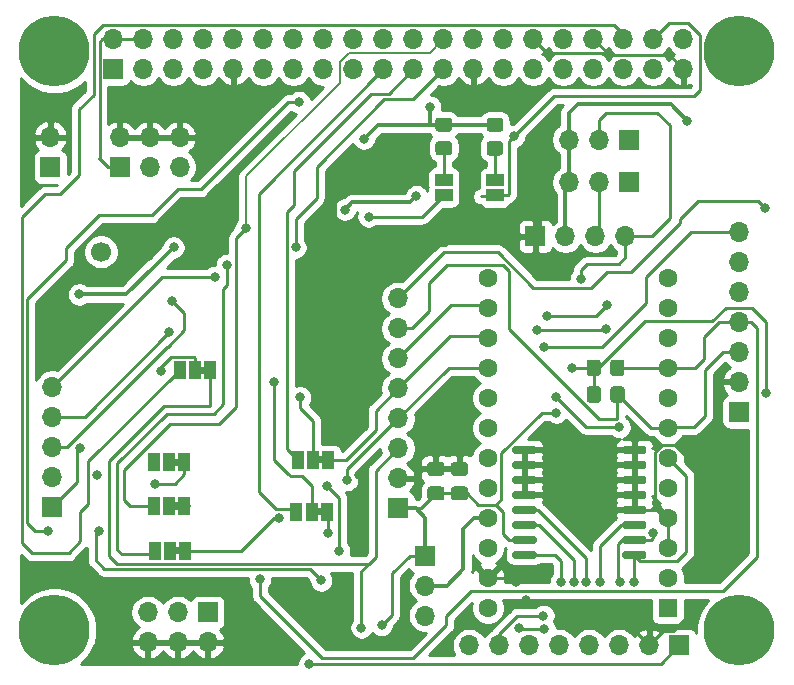
<source format=gbr>
%TF.GenerationSoftware,KiCad,Pcbnew,(5.1.10)-1*%
%TF.CreationDate,2022-02-24T16:30:35+08:00*%
%TF.ProjectId,hat,6861742e-6b69-4636-9164-5f7063625858,rev?*%
%TF.SameCoordinates,Original*%
%TF.FileFunction,Copper,L2,Bot*%
%TF.FilePolarity,Positive*%
%FSLAX46Y46*%
G04 Gerber Fmt 4.6, Leading zero omitted, Abs format (unit mm)*
G04 Created by KiCad (PCBNEW (5.1.10)-1) date 2022-02-24 16:30:35*
%MOMM*%
%LPD*%
G01*
G04 APERTURE LIST*
%TA.AperFunction,EtchedComponent*%
%ADD10C,0.100000*%
%TD*%
%TA.AperFunction,ComponentPad*%
%ADD11C,1.600000*%
%TD*%
%TA.AperFunction,ComponentPad*%
%ADD12R,1.600000X1.600000*%
%TD*%
%TA.AperFunction,ComponentPad*%
%ADD13O,1.700000X1.700000*%
%TD*%
%TA.AperFunction,ComponentPad*%
%ADD14R,1.700000X1.700000*%
%TD*%
%TA.AperFunction,SMDPad,CuDef*%
%ADD15R,1.500000X1.000000*%
%TD*%
%TA.AperFunction,SMDPad,CuDef*%
%ADD16R,1.000000X1.500000*%
%TD*%
%TA.AperFunction,ComponentPad*%
%ADD17C,1.700000*%
%TD*%
%TA.AperFunction,ComponentPad*%
%ADD18C,6.000000*%
%TD*%
%TA.AperFunction,ViaPad*%
%ADD19C,0.800000*%
%TD*%
%TA.AperFunction,Conductor*%
%ADD20C,0.250000*%
%TD*%
%TA.AperFunction,Conductor*%
%ADD21C,0.350000*%
%TD*%
%TA.AperFunction,Conductor*%
%ADD22C,0.200000*%
%TD*%
%TA.AperFunction,Conductor*%
%ADD23C,0.254000*%
%TD*%
%TA.AperFunction,Conductor*%
%ADD24C,0.100000*%
%TD*%
G04 APERTURE END LIST*
D10*
%TO.C,JP6*%
G36*
X136300000Y-94200000D02*
G01*
X135800000Y-94200000D01*
X135800000Y-94800000D01*
X136300000Y-94800000D01*
X136300000Y-94200000D01*
G37*
%TO.C,JP5*%
G36*
X134100000Y-102000000D02*
G01*
X133600000Y-102000000D01*
X133600000Y-102600000D01*
X134100000Y-102600000D01*
X134100000Y-102000000D01*
G37*
%TO.C,JP4*%
G36*
X134100000Y-105700000D02*
G01*
X133600000Y-105700000D01*
X133600000Y-106300000D01*
X134100000Y-106300000D01*
X134100000Y-105700000D01*
G37*
%TO.C,JP3*%
G36*
X146200000Y-106200000D02*
G01*
X145700000Y-106200000D01*
X145700000Y-106800000D01*
X146200000Y-106800000D01*
X146200000Y-106200000D01*
G37*
%TO.C,JP2*%
G36*
X146300000Y-101800000D02*
G01*
X145800000Y-101800000D01*
X145800000Y-102400000D01*
X146300000Y-102400000D01*
X146300000Y-101800000D01*
G37*
%TO.C,JP1*%
G36*
X134200000Y-109500000D02*
G01*
X133700000Y-109500000D01*
X133700000Y-110100000D01*
X134200000Y-110100000D01*
X134200000Y-109500000D01*
G37*
%TD*%
D11*
%TO.P,U4,24*%
%TO.N,Net-(U4-Pad24)*%
X160230000Y-114630000D03*
%TO.P,U4,23*%
%TO.N,GND*%
X160230000Y-112090000D03*
%TO.P,U4,22*%
%TO.N,Net-(SW1-Pad1)*%
X160230000Y-109550000D03*
%TO.P,U4,21*%
%TO.N,/MCU_VCC*%
X160230000Y-107010000D03*
%TO.P,U4,20*%
%TO.N,Net-(U4-Pad20)*%
X160230000Y-104470000D03*
%TO.P,U4,19*%
%TO.N,Net-(U4-Pad19)*%
X160230000Y-101930000D03*
%TO.P,U4,18*%
%TO.N,Net-(U4-Pad18)*%
X160230000Y-99390000D03*
%TO.P,U4,17*%
%TO.N,Net-(U4-Pad17)*%
X160230000Y-96850000D03*
%TO.P,U4,16*%
%TO.N,/SCK_H*%
X160230000Y-94310000D03*
%TO.P,U4,15*%
%TO.N,/MISO*%
X160230000Y-91770000D03*
%TO.P,U4,14*%
%TO.N,/MOSI_H*%
X160230000Y-89230000D03*
%TO.P,U4,13*%
%TO.N,Net-(U4-Pad13)*%
X160230000Y-86690000D03*
%TO.P,U4,12*%
%TO.N,Net-(U4-Pad12)*%
X175470000Y-86690000D03*
%TO.P,U4,11*%
%TO.N,Net-(U4-Pad11)*%
X175470000Y-89230000D03*
%TO.P,U4,10*%
%TO.N,/DIO0*%
X175470000Y-91770000D03*
%TO.P,U4,9*%
%TO.N,/RST_H*%
X175470000Y-94310000D03*
%TO.P,U4,8*%
%TO.N,Net-(U4-Pad8)*%
X175470000Y-96850000D03*
%TO.P,U4,7*%
%TO.N,/CS_H*%
X175470000Y-99390000D03*
%TO.P,U4,6*%
%TO.N,/MCU_SCL*%
X175470000Y-101930000D03*
%TO.P,U4,5*%
%TO.N,/MCU_SDA*%
X175470000Y-104470000D03*
%TO.P,U4,4*%
%TO.N,GND*%
X175470000Y-107010000D03*
%TO.P,U4,3*%
X175470000Y-109550000D03*
%TO.P,U4,2*%
%TO.N,Net-(U4-Pad2)*%
X175470000Y-112090000D03*
D12*
%TO.P,U4,1*%
%TO.N,Net-(U4-Pad1)*%
X175470000Y-114630000D03*
%TD*%
%TO.P,U6,16*%
%TO.N,/MCU_SCL*%
%TA.AperFunction,SMDPad,CuDef*%
G36*
G01*
X171575000Y-110300000D02*
X171575000Y-110000000D01*
G75*
G02*
X171725000Y-109850000I150000J0D01*
G01*
X173475000Y-109850000D01*
G75*
G02*
X173625000Y-110000000I0J-150000D01*
G01*
X173625000Y-110300000D01*
G75*
G02*
X173475000Y-110450000I-150000J0D01*
G01*
X171725000Y-110450000D01*
G75*
G02*
X171575000Y-110300000I0J150000D01*
G01*
G37*
%TD.AperFunction*%
%TO.P,U6,15*%
%TO.N,/MCU_SDA*%
%TA.AperFunction,SMDPad,CuDef*%
G36*
G01*
X171575000Y-109030000D02*
X171575000Y-108730000D01*
G75*
G02*
X171725000Y-108580000I150000J0D01*
G01*
X173475000Y-108580000D01*
G75*
G02*
X173625000Y-108730000I0J-150000D01*
G01*
X173625000Y-109030000D01*
G75*
G02*
X173475000Y-109180000I-150000J0D01*
G01*
X171725000Y-109180000D01*
G75*
G02*
X171575000Y-109030000I0J150000D01*
G01*
G37*
%TD.AperFunction*%
%TO.P,U6,14*%
%TO.N,/VBAT*%
%TA.AperFunction,SMDPad,CuDef*%
G36*
G01*
X171575000Y-107760000D02*
X171575000Y-107460000D01*
G75*
G02*
X171725000Y-107310000I150000J0D01*
G01*
X173475000Y-107310000D01*
G75*
G02*
X173625000Y-107460000I0J-150000D01*
G01*
X173625000Y-107760000D01*
G75*
G02*
X173475000Y-107910000I-150000J0D01*
G01*
X171725000Y-107910000D01*
G75*
G02*
X171575000Y-107760000I0J150000D01*
G01*
G37*
%TD.AperFunction*%
%TO.P,U6,13*%
%TO.N,GND*%
%TA.AperFunction,SMDPad,CuDef*%
G36*
G01*
X171575000Y-106490000D02*
X171575000Y-106190000D01*
G75*
G02*
X171725000Y-106040000I150000J0D01*
G01*
X173475000Y-106040000D01*
G75*
G02*
X173625000Y-106190000I0J-150000D01*
G01*
X173625000Y-106490000D01*
G75*
G02*
X173475000Y-106640000I-150000J0D01*
G01*
X171725000Y-106640000D01*
G75*
G02*
X171575000Y-106490000I0J150000D01*
G01*
G37*
%TD.AperFunction*%
%TO.P,U6,12*%
%TA.AperFunction,SMDPad,CuDef*%
G36*
G01*
X171575000Y-105220000D02*
X171575000Y-104920000D01*
G75*
G02*
X171725000Y-104770000I150000J0D01*
G01*
X173475000Y-104770000D01*
G75*
G02*
X173625000Y-104920000I0J-150000D01*
G01*
X173625000Y-105220000D01*
G75*
G02*
X173475000Y-105370000I-150000J0D01*
G01*
X171725000Y-105370000D01*
G75*
G02*
X171575000Y-105220000I0J150000D01*
G01*
G37*
%TD.AperFunction*%
%TO.P,U6,11*%
%TA.AperFunction,SMDPad,CuDef*%
G36*
G01*
X171575000Y-103950000D02*
X171575000Y-103650000D01*
G75*
G02*
X171725000Y-103500000I150000J0D01*
G01*
X173475000Y-103500000D01*
G75*
G02*
X173625000Y-103650000I0J-150000D01*
G01*
X173625000Y-103950000D01*
G75*
G02*
X173475000Y-104100000I-150000J0D01*
G01*
X171725000Y-104100000D01*
G75*
G02*
X171575000Y-103950000I0J150000D01*
G01*
G37*
%TD.AperFunction*%
%TO.P,U6,10*%
%TA.AperFunction,SMDPad,CuDef*%
G36*
G01*
X171575000Y-102680000D02*
X171575000Y-102380000D01*
G75*
G02*
X171725000Y-102230000I150000J0D01*
G01*
X173475000Y-102230000D01*
G75*
G02*
X173625000Y-102380000I0J-150000D01*
G01*
X173625000Y-102680000D01*
G75*
G02*
X173475000Y-102830000I-150000J0D01*
G01*
X171725000Y-102830000D01*
G75*
G02*
X171575000Y-102680000I0J150000D01*
G01*
G37*
%TD.AperFunction*%
%TO.P,U6,9*%
%TA.AperFunction,SMDPad,CuDef*%
G36*
G01*
X171575000Y-101410000D02*
X171575000Y-101110000D01*
G75*
G02*
X171725000Y-100960000I150000J0D01*
G01*
X173475000Y-100960000D01*
G75*
G02*
X173625000Y-101110000I0J-150000D01*
G01*
X173625000Y-101410000D01*
G75*
G02*
X173475000Y-101560000I-150000J0D01*
G01*
X171725000Y-101560000D01*
G75*
G02*
X171575000Y-101410000I0J150000D01*
G01*
G37*
%TD.AperFunction*%
%TO.P,U6,8*%
%TA.AperFunction,SMDPad,CuDef*%
G36*
G01*
X162275000Y-101410000D02*
X162275000Y-101110000D01*
G75*
G02*
X162425000Y-100960000I150000J0D01*
G01*
X164175000Y-100960000D01*
G75*
G02*
X164325000Y-101110000I0J-150000D01*
G01*
X164325000Y-101410000D01*
G75*
G02*
X164175000Y-101560000I-150000J0D01*
G01*
X162425000Y-101560000D01*
G75*
G02*
X162275000Y-101410000I0J150000D01*
G01*
G37*
%TD.AperFunction*%
%TO.P,U6,7*%
%TA.AperFunction,SMDPad,CuDef*%
G36*
G01*
X162275000Y-102680000D02*
X162275000Y-102380000D01*
G75*
G02*
X162425000Y-102230000I150000J0D01*
G01*
X164175000Y-102230000D01*
G75*
G02*
X164325000Y-102380000I0J-150000D01*
G01*
X164325000Y-102680000D01*
G75*
G02*
X164175000Y-102830000I-150000J0D01*
G01*
X162425000Y-102830000D01*
G75*
G02*
X162275000Y-102680000I0J150000D01*
G01*
G37*
%TD.AperFunction*%
%TO.P,U6,6*%
%TA.AperFunction,SMDPad,CuDef*%
G36*
G01*
X162275000Y-103950000D02*
X162275000Y-103650000D01*
G75*
G02*
X162425000Y-103500000I150000J0D01*
G01*
X164175000Y-103500000D01*
G75*
G02*
X164325000Y-103650000I0J-150000D01*
G01*
X164325000Y-103950000D01*
G75*
G02*
X164175000Y-104100000I-150000J0D01*
G01*
X162425000Y-104100000D01*
G75*
G02*
X162275000Y-103950000I0J150000D01*
G01*
G37*
%TD.AperFunction*%
%TO.P,U6,5*%
%TA.AperFunction,SMDPad,CuDef*%
G36*
G01*
X162275000Y-105220000D02*
X162275000Y-104920000D01*
G75*
G02*
X162425000Y-104770000I150000J0D01*
G01*
X164175000Y-104770000D01*
G75*
G02*
X164325000Y-104920000I0J-150000D01*
G01*
X164325000Y-105220000D01*
G75*
G02*
X164175000Y-105370000I-150000J0D01*
G01*
X162425000Y-105370000D01*
G75*
G02*
X162275000Y-105220000I0J150000D01*
G01*
G37*
%TD.AperFunction*%
%TO.P,U6,4*%
%TO.N,/RTC_RST*%
%TA.AperFunction,SMDPad,CuDef*%
G36*
G01*
X162275000Y-106490000D02*
X162275000Y-106190000D01*
G75*
G02*
X162425000Y-106040000I150000J0D01*
G01*
X164175000Y-106040000D01*
G75*
G02*
X164325000Y-106190000I0J-150000D01*
G01*
X164325000Y-106490000D01*
G75*
G02*
X164175000Y-106640000I-150000J0D01*
G01*
X162425000Y-106640000D01*
G75*
G02*
X162275000Y-106490000I0J150000D01*
G01*
G37*
%TD.AperFunction*%
%TO.P,U6,3*%
%TO.N,/SQW*%
%TA.AperFunction,SMDPad,CuDef*%
G36*
G01*
X162275000Y-107760000D02*
X162275000Y-107460000D01*
G75*
G02*
X162425000Y-107310000I150000J0D01*
G01*
X164175000Y-107310000D01*
G75*
G02*
X164325000Y-107460000I0J-150000D01*
G01*
X164325000Y-107760000D01*
G75*
G02*
X164175000Y-107910000I-150000J0D01*
G01*
X162425000Y-107910000D01*
G75*
G02*
X162275000Y-107760000I0J150000D01*
G01*
G37*
%TD.AperFunction*%
%TO.P,U6,2*%
%TO.N,5V*%
%TA.AperFunction,SMDPad,CuDef*%
G36*
G01*
X162275000Y-109030000D02*
X162275000Y-108730000D01*
G75*
G02*
X162425000Y-108580000I150000J0D01*
G01*
X164175000Y-108580000D01*
G75*
G02*
X164325000Y-108730000I0J-150000D01*
G01*
X164325000Y-109030000D01*
G75*
G02*
X164175000Y-109180000I-150000J0D01*
G01*
X162425000Y-109180000D01*
G75*
G02*
X162275000Y-109030000I0J150000D01*
G01*
G37*
%TD.AperFunction*%
%TO.P,U6,1*%
%TO.N,/32KHZ*%
%TA.AperFunction,SMDPad,CuDef*%
G36*
G01*
X162275000Y-110300000D02*
X162275000Y-110000000D01*
G75*
G02*
X162425000Y-109850000I150000J0D01*
G01*
X164175000Y-109850000D01*
G75*
G02*
X164325000Y-110000000I0J-150000D01*
G01*
X164325000Y-110300000D01*
G75*
G02*
X164175000Y-110450000I-150000J0D01*
G01*
X162425000Y-110450000D01*
G75*
G02*
X162275000Y-110300000I0J150000D01*
G01*
G37*
%TD.AperFunction*%
%TD*%
D13*
%TO.P,J8,8*%
%TO.N,/RTC_RST*%
X158620000Y-117800000D03*
%TO.P,J8,7*%
%TO.N,/SQW*%
X161160000Y-117800000D03*
%TO.P,J8,6*%
%TO.N,/32KHZ*%
X163700000Y-117800000D03*
%TO.P,J8,5*%
%TO.N,/VBAT*%
X166240000Y-117800000D03*
%TO.P,J8,4*%
%TO.N,/MCU_SDA*%
X168780000Y-117800000D03*
%TO.P,J8,3*%
%TO.N,/MCU_SCL*%
X171320000Y-117800000D03*
%TO.P,J8,2*%
%TO.N,GND*%
X173860000Y-117800000D03*
D14*
%TO.P,J8,1*%
%TO.N,5V*%
X176400000Y-117800000D03*
%TD*%
%TO.P,C7,2*%
%TO.N,GND*%
%TA.AperFunction,SMDPad,CuDef*%
G36*
G01*
X158275000Y-103450000D02*
X157325000Y-103450000D01*
G75*
G02*
X157075000Y-103200000I0J250000D01*
G01*
X157075000Y-102525000D01*
G75*
G02*
X157325000Y-102275000I250000J0D01*
G01*
X158275000Y-102275000D01*
G75*
G02*
X158525000Y-102525000I0J-250000D01*
G01*
X158525000Y-103200000D01*
G75*
G02*
X158275000Y-103450000I-250000J0D01*
G01*
G37*
%TD.AperFunction*%
%TO.P,C7,1*%
%TO.N,5V*%
%TA.AperFunction,SMDPad,CuDef*%
G36*
G01*
X158275000Y-105525000D02*
X157325000Y-105525000D01*
G75*
G02*
X157075000Y-105275000I0J250000D01*
G01*
X157075000Y-104600000D01*
G75*
G02*
X157325000Y-104350000I250000J0D01*
G01*
X158275000Y-104350000D01*
G75*
G02*
X158525000Y-104600000I0J-250000D01*
G01*
X158525000Y-105275000D01*
G75*
G02*
X158275000Y-105525000I-250000J0D01*
G01*
G37*
%TD.AperFunction*%
%TD*%
%TO.P,C6,2*%
%TO.N,GND*%
%TA.AperFunction,SMDPad,CuDef*%
G36*
G01*
X156275000Y-103450000D02*
X155325000Y-103450000D01*
G75*
G02*
X155075000Y-103200000I0J250000D01*
G01*
X155075000Y-102525000D01*
G75*
G02*
X155325000Y-102275000I250000J0D01*
G01*
X156275000Y-102275000D01*
G75*
G02*
X156525000Y-102525000I0J-250000D01*
G01*
X156525000Y-103200000D01*
G75*
G02*
X156275000Y-103450000I-250000J0D01*
G01*
G37*
%TD.AperFunction*%
%TO.P,C6,1*%
%TO.N,5V*%
%TA.AperFunction,SMDPad,CuDef*%
G36*
G01*
X156275000Y-105525000D02*
X155325000Y-105525000D01*
G75*
G02*
X155075000Y-105275000I0J250000D01*
G01*
X155075000Y-104600000D01*
G75*
G02*
X155325000Y-104350000I250000J0D01*
G01*
X156275000Y-104350000D01*
G75*
G02*
X156525000Y-104600000I0J-250000D01*
G01*
X156525000Y-105275000D01*
G75*
G02*
X156275000Y-105525000I-250000J0D01*
G01*
G37*
%TD.AperFunction*%
%TD*%
D13*
%TO.P,SPI_PORT1,7*%
%TO.N,/SCK_H*%
X181470000Y-82800000D03*
%TO.P,SPI_PORT1,6*%
%TO.N,/MOSI_H*%
X181470000Y-85340000D03*
%TO.P,SPI_PORT1,5*%
%TO.N,/MISO*%
X181470000Y-87880000D03*
%TO.P,SPI_PORT1,4*%
%TO.N,/RST_H*%
X181470000Y-90420000D03*
%TO.P,SPI_PORT1,3*%
%TO.N,/CS_H*%
X181470000Y-92960000D03*
%TO.P,SPI_PORT1,2*%
%TO.N,GND*%
X181470000Y-95500000D03*
D14*
%TO.P,SPI_PORT1,1*%
%TO.N,5V*%
X181470000Y-98040000D03*
%TD*%
D13*
%TO.P,J3,3*%
%TO.N,3.3V*%
X154900000Y-115280000D03*
%TO.P,J3,2*%
%TO.N,/MCU_VCC*%
X154900000Y-112740000D03*
D14*
%TO.P,J3,1*%
%TO.N,5V*%
X154900000Y-110200000D03*
%TD*%
D13*
%TO.P,J4,5*%
%TO.N,/DIO5*%
X123340000Y-95900000D03*
%TO.P,J4,4*%
%TO.N,/DIO4*%
X123340000Y-98440000D03*
%TO.P,J4,3*%
%TO.N,/DIO3*%
X123340000Y-100980000D03*
%TO.P,J4,2*%
%TO.N,/DIO2*%
X123340000Y-103520000D03*
D14*
%TO.P,J4,1*%
%TO.N,/DIO1*%
X123340000Y-106060000D03*
%TD*%
D13*
%TO.P,SDA_PU1,3*%
%TO.N,5V*%
X167060000Y-74980000D03*
%TO.P,SDA_PU1,2*%
%TO.N,/MCU_SDA*%
X169600000Y-74980000D03*
D14*
%TO.P,SDA_PU1,1*%
%TO.N,Net-(R5-Pad2)*%
X172140000Y-74980000D03*
%TD*%
D13*
%TO.P,SCL_PU1,3*%
%TO.N,5V*%
X167070000Y-78590000D03*
%TO.P,SCL_PU1,2*%
%TO.N,/MCU_SCL*%
X169610000Y-78590000D03*
D14*
%TO.P,SCL_PU1,1*%
%TO.N,Net-(R6-Pad2)*%
X172150000Y-78590000D03*
%TD*%
%TO.P,R10,2*%
%TO.N,Net-(JP8-Pad1)*%
%TA.AperFunction,SMDPad,CuDef*%
G36*
G01*
X160349999Y-75130000D02*
X161250001Y-75130000D01*
G75*
G02*
X161500000Y-75379999I0J-249999D01*
G01*
X161500000Y-76080001D01*
G75*
G02*
X161250001Y-76330000I-249999J0D01*
G01*
X160349999Y-76330000D01*
G75*
G02*
X160100000Y-76080001I0J249999D01*
G01*
X160100000Y-75379999D01*
G75*
G02*
X160349999Y-75130000I249999J0D01*
G01*
G37*
%TD.AperFunction*%
%TO.P,R10,1*%
%TO.N,3.3V*%
%TA.AperFunction,SMDPad,CuDef*%
G36*
G01*
X160349999Y-73130000D02*
X161250001Y-73130000D01*
G75*
G02*
X161500000Y-73379999I0J-249999D01*
G01*
X161500000Y-74080001D01*
G75*
G02*
X161250001Y-74330000I-249999J0D01*
G01*
X160349999Y-74330000D01*
G75*
G02*
X160100000Y-74080001I0J249999D01*
G01*
X160100000Y-73379999D01*
G75*
G02*
X160349999Y-73130000I249999J0D01*
G01*
G37*
%TD.AperFunction*%
%TD*%
%TO.P,R9,2*%
%TO.N,3.3V*%
%TA.AperFunction,SMDPad,CuDef*%
G36*
G01*
X156920001Y-74310000D02*
X156019999Y-74310000D01*
G75*
G02*
X155770000Y-74060001I0J249999D01*
G01*
X155770000Y-73359999D01*
G75*
G02*
X156019999Y-73110000I249999J0D01*
G01*
X156920001Y-73110000D01*
G75*
G02*
X157170000Y-73359999I0J-249999D01*
G01*
X157170000Y-74060001D01*
G75*
G02*
X156920001Y-74310000I-249999J0D01*
G01*
G37*
%TD.AperFunction*%
%TO.P,R9,1*%
%TO.N,Net-(JP7-Pad1)*%
%TA.AperFunction,SMDPad,CuDef*%
G36*
G01*
X156920001Y-76310000D02*
X156019999Y-76310000D01*
G75*
G02*
X155770000Y-76060001I0J249999D01*
G01*
X155770000Y-75359999D01*
G75*
G02*
X156019999Y-75110000I249999J0D01*
G01*
X156920001Y-75110000D01*
G75*
G02*
X157170000Y-75359999I0J-249999D01*
G01*
X157170000Y-76060001D01*
G75*
G02*
X156920001Y-76310000I-249999J0D01*
G01*
G37*
%TD.AperFunction*%
%TD*%
%TO.P,R8,2*%
%TO.N,/RST_H*%
%TA.AperFunction,SMDPad,CuDef*%
G36*
G01*
X170560000Y-94750001D02*
X170560000Y-93849999D01*
G75*
G02*
X170809999Y-93600000I249999J0D01*
G01*
X171510001Y-93600000D01*
G75*
G02*
X171760000Y-93849999I0J-249999D01*
G01*
X171760000Y-94750001D01*
G75*
G02*
X171510001Y-95000000I-249999J0D01*
G01*
X170809999Y-95000000D01*
G75*
G02*
X170560000Y-94750001I0J249999D01*
G01*
G37*
%TD.AperFunction*%
%TO.P,R8,1*%
%TO.N,5V*%
%TA.AperFunction,SMDPad,CuDef*%
G36*
G01*
X168560000Y-94750001D02*
X168560000Y-93849999D01*
G75*
G02*
X168809999Y-93600000I249999J0D01*
G01*
X169510001Y-93600000D01*
G75*
G02*
X169760000Y-93849999I0J-249999D01*
G01*
X169760000Y-94750001D01*
G75*
G02*
X169510001Y-95000000I-249999J0D01*
G01*
X168809999Y-95000000D01*
G75*
G02*
X168560000Y-94750001I0J249999D01*
G01*
G37*
%TD.AperFunction*%
%TD*%
%TO.P,R7,2*%
%TO.N,/CS_H*%
%TA.AperFunction,SMDPad,CuDef*%
G36*
G01*
X170580000Y-97010001D02*
X170580000Y-96109999D01*
G75*
G02*
X170829999Y-95860000I249999J0D01*
G01*
X171530001Y-95860000D01*
G75*
G02*
X171780000Y-96109999I0J-249999D01*
G01*
X171780000Y-97010001D01*
G75*
G02*
X171530001Y-97260000I-249999J0D01*
G01*
X170829999Y-97260000D01*
G75*
G02*
X170580000Y-97010001I0J249999D01*
G01*
G37*
%TD.AperFunction*%
%TO.P,R7,1*%
%TO.N,5V*%
%TA.AperFunction,SMDPad,CuDef*%
G36*
G01*
X168580000Y-97010001D02*
X168580000Y-96109999D01*
G75*
G02*
X168829999Y-95860000I249999J0D01*
G01*
X169530001Y-95860000D01*
G75*
G02*
X169780000Y-96109999I0J-249999D01*
G01*
X169780000Y-97010001D01*
G75*
G02*
X169530001Y-97260000I-249999J0D01*
G01*
X168829999Y-97260000D01*
G75*
G02*
X168580000Y-97010001I0J249999D01*
G01*
G37*
%TD.AperFunction*%
%TD*%
D15*
%TO.P,JP8,1*%
%TO.N,Net-(JP8-Pad1)*%
X160810000Y-78390000D03*
%TO.P,JP8,2*%
%TO.N,/PI_RST*%
X160810000Y-79690000D03*
%TD*%
%TO.P,JP7,1*%
%TO.N,Net-(JP7-Pad1)*%
X156470000Y-78380000D03*
%TO.P,JP7,2*%
%TO.N,/PI_CS*%
X156470000Y-79680000D03*
%TD*%
D16*
%TO.P,JP6,2*%
%TO.N,/RFM_DIO0*%
X135400000Y-94500000D03*
%TO.P,JP6,3*%
%TO.N,/PI_DIO0*%
X134100000Y-94500000D03*
%TO.P,JP6,1*%
%TO.N,/DIO0*%
X136700000Y-94500000D03*
%TD*%
%TO.P,JP5,2*%
%TO.N,/RFM_RST*%
X133200000Y-102300000D03*
%TO.P,JP5,3*%
%TO.N,/PI_RST*%
X131900000Y-102300000D03*
%TO.P,JP5,1*%
%TO.N,/RST_L*%
X134500000Y-102300000D03*
%TD*%
%TO.P,JP4,2*%
%TO.N,/RFM_CS*%
X133200000Y-106000000D03*
%TO.P,JP4,3*%
%TO.N,/PI_CS*%
X131900000Y-106000000D03*
%TO.P,JP4,1*%
%TO.N,/CS_L*%
X134500000Y-106000000D03*
%TD*%
%TO.P,JP3,2*%
%TO.N,/RFM_MOSI*%
X145300000Y-106500000D03*
%TO.P,JP3,3*%
%TO.N,/PI_MOSI*%
X144000000Y-106500000D03*
%TO.P,JP3,1*%
%TO.N,/MOSI_L*%
X146600000Y-106500000D03*
%TD*%
%TO.P,JP2,2*%
%TO.N,/RFM_MISO*%
X145400000Y-102100000D03*
%TO.P,JP2,3*%
%TO.N,/PI_MISO*%
X144100000Y-102100000D03*
%TO.P,JP2,1*%
%TO.N,/MISO*%
X146700000Y-102100000D03*
%TD*%
%TO.P,JP1,2*%
%TO.N,/RFM_SCK*%
X133300000Y-109800000D03*
%TO.P,JP1,3*%
%TO.N,/PI_SCK*%
X132000000Y-109800000D03*
%TO.P,JP1,1*%
%TO.N,/SCK_L*%
X134600000Y-109800000D03*
%TD*%
D13*
%TO.P,J7,6*%
%TO.N,GND*%
X131420000Y-117540000D03*
%TO.P,J7,5*%
%TO.N,3.3V*%
X131420000Y-115000000D03*
%TO.P,J7,4*%
%TO.N,GND*%
X133960000Y-117540000D03*
%TO.P,J7,3*%
%TO.N,3.3V*%
X133960000Y-115000000D03*
%TO.P,J7,2*%
%TO.N,GND*%
X136500000Y-117540000D03*
D14*
%TO.P,J7,1*%
%TO.N,3.3V*%
X136500000Y-115000000D03*
%TD*%
D13*
%TO.P,J6,6*%
%TO.N,GND*%
X134100000Y-74770000D03*
%TO.P,J6,5*%
%TO.N,5V*%
X134100000Y-77310000D03*
%TO.P,J6,4*%
%TO.N,GND*%
X131560000Y-74770000D03*
%TO.P,J6,3*%
%TO.N,5V*%
X131560000Y-77310000D03*
%TO.P,J6,2*%
%TO.N,GND*%
X129020000Y-74770000D03*
D14*
%TO.P,J6,1*%
%TO.N,5V*%
X129020000Y-77310000D03*
%TD*%
D17*
%TO.P,J2,1*%
%TO.N,Net-(J2-Pad1)*%
X127450000Y-84480000D03*
%TD*%
D13*
%TO.P,I2C_PORT1,4*%
%TO.N,/MCU_SDA*%
X171850000Y-83160000D03*
%TO.P,I2C_PORT1,3*%
%TO.N,/MCU_SCL*%
X169310000Y-83160000D03*
%TO.P,I2C_PORT1,2*%
%TO.N,5V*%
X166770000Y-83160000D03*
D14*
%TO.P,I2C_PORT1,1*%
%TO.N,GND*%
X164230000Y-83160000D03*
%TD*%
D13*
%TO.P,FAN1,2*%
%TO.N,GND*%
X123150000Y-74770000D03*
D14*
%TO.P,FAN1,1*%
%TO.N,5V*%
X123150000Y-77310000D03*
%TD*%
D18*
%TO.P,H3,*%
%TO.N,*%
X181500000Y-67500000D03*
%TD*%
%TO.P,H1,*%
%TO.N,*%
X123500000Y-116500000D03*
%TD*%
%TO.P,H2,*%
%TO.N,*%
X123500000Y-67500000D03*
%TD*%
%TO.P,H4,*%
%TO.N,*%
X181500000Y-116500000D03*
%TD*%
D13*
%TO.P,J1,40*%
%TO.N,/GPIO21*%
X176760000Y-66460000D03*
%TO.P,J1,39*%
%TO.N,GND*%
X176760000Y-69000000D03*
%TO.P,J1,38*%
%TO.N,/PI_RST*%
X174220000Y-66460000D03*
%TO.P,J1,37*%
%TO.N,/GPIO26*%
X174220000Y-69000000D03*
%TO.P,J1,36*%
%TO.N,/PI_DIO0*%
X171680000Y-66460000D03*
%TO.P,J1,35*%
%TO.N,/GPIO19*%
X171680000Y-69000000D03*
%TO.P,J1,34*%
%TO.N,GND*%
X169140000Y-66460000D03*
%TO.P,J1,33*%
%TO.N,/GPIO13*%
X169140000Y-69000000D03*
%TO.P,J1,32*%
%TO.N,/GPIO12*%
X166600000Y-66460000D03*
%TO.P,J1,31*%
%TO.N,/GPIO6*%
X166600000Y-69000000D03*
%TO.P,J1,30*%
%TO.N,GND*%
X164060000Y-66460000D03*
%TO.P,J1,29*%
%TO.N,/GPIO5*%
X164060000Y-69000000D03*
%TO.P,J1,28*%
%TO.N,/GPIO1*%
X161520000Y-66460000D03*
%TO.P,J1,27*%
%TO.N,/GPIO0*%
X161520000Y-69000000D03*
%TO.P,J1,26*%
%TO.N,/GPIO7*%
X158980000Y-66460000D03*
%TO.P,J1,25*%
%TO.N,GND*%
X158980000Y-69000000D03*
%TO.P,J1,24*%
%TO.N,/PI_CS*%
X156440000Y-66460000D03*
%TO.P,J1,23*%
%TO.N,/PI_SCK*%
X156440000Y-69000000D03*
%TO.P,J1,22*%
%TO.N,/GPIO25*%
X153900000Y-66460000D03*
%TO.P,J1,21*%
%TO.N,/PI_MISO*%
X153900000Y-69000000D03*
%TO.P,J1,20*%
%TO.N,GND*%
X151360000Y-66460000D03*
%TO.P,J1,19*%
%TO.N,/PI_MOSI*%
X151360000Y-69000000D03*
%TO.P,J1,18*%
%TO.N,/GPIO24*%
X148820000Y-66460000D03*
%TO.P,J1,17*%
%TO.N,Net-(J1-Pad17)*%
X148820000Y-69000000D03*
%TO.P,J1,16*%
%TO.N,/GPIO23*%
X146280000Y-66460000D03*
%TO.P,J1,15*%
%TO.N,/GPIO22*%
X146280000Y-69000000D03*
%TO.P,J1,14*%
%TO.N,GND*%
X143740000Y-66460000D03*
%TO.P,J1,13*%
%TO.N,/GPIO27*%
X143740000Y-69000000D03*
%TO.P,J1,12*%
%TO.N,/GPIO18*%
X141200000Y-66460000D03*
%TO.P,J1,11*%
%TO.N,/GPIO17*%
X141200000Y-69000000D03*
%TO.P,J1,10*%
%TO.N,/GPIO15*%
X138660000Y-66460000D03*
%TO.P,J1,9*%
%TO.N,GND*%
X138660000Y-69000000D03*
%TO.P,J1,8*%
%TO.N,/GPIO14*%
X136120000Y-66460000D03*
%TO.P,J1,7*%
%TO.N,/GPIO4*%
X136120000Y-69000000D03*
%TO.P,J1,6*%
%TO.N,GND*%
X133580000Y-66460000D03*
%TO.P,J1,5*%
%TO.N,/PI_SCL*%
X133580000Y-69000000D03*
%TO.P,J1,4*%
%TO.N,5V*%
X131040000Y-66460000D03*
%TO.P,J1,3*%
%TO.N,/PI_SDA*%
X131040000Y-69000000D03*
%TO.P,J1,2*%
%TO.N,5V*%
X128500000Y-66460000D03*
D14*
%TO.P,J1,1*%
%TO.N,Net-(J1-Pad1)*%
X128500000Y-69000000D03*
%TD*%
%TO.P,J5,1*%
%TO.N,5V*%
X152600000Y-106200000D03*
D13*
%TO.P,J5,2*%
%TO.N,GND*%
X152600000Y-103660000D03*
%TO.P,J5,3*%
%TO.N,/DIO0*%
X152600000Y-101120000D03*
%TO.P,J5,4*%
%TO.N,/SCK_H*%
X152600000Y-98580000D03*
%TO.P,J5,5*%
%TO.N,/MISO*%
X152600000Y-96040000D03*
%TO.P,J5,6*%
%TO.N,/MOSI_H*%
X152600000Y-93500000D03*
%TO.P,J5,7*%
%TO.N,/CS_H*%
X152600000Y-90960000D03*
%TO.P,J5,8*%
%TO.N,/RST_H*%
X152600000Y-88420000D03*
%TD*%
D19*
%TO.N,GND*%
X147300000Y-79400000D03*
X145430000Y-84540000D03*
X164600000Y-79600000D03*
X122260000Y-91360000D03*
X154600000Y-83900000D03*
X157400000Y-83200000D03*
X148900000Y-100100000D03*
X148145848Y-98645848D03*
X149300000Y-103400000D03*
X149200000Y-109700000D03*
X147300000Y-113100000D03*
X146000000Y-116200000D03*
X158000000Y-100700000D03*
X165900000Y-101400000D03*
X162600000Y-112400000D03*
X163400000Y-113940001D03*
X177500000Y-115000000D03*
X180700000Y-106300000D03*
%TO.N,3.3V*%
X125600000Y-88080000D03*
X133600000Y-84100000D03*
X149700000Y-74900000D03*
X155300000Y-72200000D03*
%TO.N,5V*%
X177100000Y-73400000D03*
X167300000Y-94300000D03*
X148100000Y-80900000D03*
X154150000Y-79770000D03*
X166000000Y-98100000D03*
X183725000Y-96400000D03*
X145102320Y-119375000D03*
X151200000Y-116100000D03*
%TO.N,/PI_SCK*%
X143925000Y-84100000D03*
X138100000Y-85600000D03*
%TO.N,/PI_SCL*%
X133580000Y-69000000D03*
%TO.N,/DIO3*%
X133480000Y-88660000D03*
%TO.N,/DIO4*%
X133230000Y-91310000D03*
%TO.N,/DIO0*%
X149500000Y-116300000D03*
%TO.N,/DIO1*%
X125670000Y-101100000D03*
%TO.N,/RFM_MISO*%
X144300000Y-96800000D03*
%TO.N,/RFM_MOSI*%
X142100000Y-95500000D03*
%TO.N,/RFM_SCK*%
X133300000Y-109800000D03*
%TO.N,/RFM_CS*%
X133200000Y-106000000D03*
%TO.N,/RFM_RST*%
X133200000Y-102300000D03*
%TO.N,/MCU_SDA*%
X168100000Y-86800000D03*
X171400000Y-112425000D03*
X174200000Y-108300000D03*
%TO.N,/MCU_SCL*%
X166000000Y-96800000D03*
X171350075Y-99324770D03*
X172600000Y-112425000D03*
%TO.N,/DIO5*%
X137100000Y-86600000D03*
%TO.N,/PI_RST*%
X127100000Y-103400000D03*
X131900000Y-102300000D03*
X123000000Y-108100000D03*
X144200000Y-71800000D03*
X162400000Y-74700000D03*
%TO.N,/PI_CS*%
X139700000Y-82500000D03*
X150100000Y-81500000D03*
%TO.N,/RST_H*%
X140900000Y-112200000D03*
X183700000Y-80800000D03*
%TO.N,/MOSI_H*%
X170300000Y-89000000D03*
X165200000Y-89900000D03*
%TO.N,/MISO*%
X164400000Y-91100000D03*
X170200000Y-91000000D03*
%TO.N,/SCK_H*%
X148300000Y-103800000D03*
X165000000Y-92500000D03*
%TO.N,/SCK_L*%
X142520571Y-106999999D03*
%TO.N,/MOSI_L*%
X146700000Y-108300000D03*
%TO.N,/CS_L*%
X134650001Y-106000000D03*
%TO.N,/RST_L*%
X146600000Y-104300000D03*
X147600000Y-109800000D03*
X146100000Y-112300000D03*
X127300000Y-108100000D03*
X132000000Y-104100000D03*
%TO.N,/RFM_DIO0*%
X132500000Y-94600000D03*
%TO.N,/VBAT*%
X169700000Y-112425000D03*
%TO.N,/RTC_RST*%
X168500000Y-112425000D03*
X165000000Y-116400000D03*
X162800000Y-116300000D03*
%TO.N,/SQW*%
X167500000Y-112425000D03*
X164900000Y-115300000D03*
%TO.N,/32KHZ*%
X166400000Y-112425000D03*
%TD*%
D20*
%TO.N,GND*%
X147300000Y-82670000D02*
X145430000Y-84540000D01*
X147300000Y-79400000D02*
X147300000Y-82670000D01*
X164600000Y-82790000D02*
X164230000Y-83160000D01*
X164600000Y-79600000D02*
X164600000Y-82790000D01*
X170504999Y-67824999D02*
X169140000Y-66460000D01*
X175584999Y-67824999D02*
X170504999Y-67824999D01*
X176760000Y-69000000D02*
X175584999Y-67824999D01*
X170315001Y-67635001D02*
X170504999Y-67824999D01*
X165235001Y-67635001D02*
X170315001Y-67635001D01*
X164060000Y-66460000D02*
X165235001Y-67635001D01*
X122260000Y-91360000D02*
X122260000Y-90040000D01*
X154600000Y-83900000D02*
X156600000Y-83900000D01*
X157300000Y-83200000D02*
X157400000Y-83200000D01*
X156600000Y-83900000D02*
X157300000Y-83200000D01*
X148900000Y-99400000D02*
X148145848Y-98645848D01*
X148900000Y-100100000D02*
X148900000Y-99400000D01*
X149300000Y-109600000D02*
X149200000Y-109700000D01*
X149300000Y-103400000D02*
X149300000Y-109600000D01*
X147300000Y-113100000D02*
X147300000Y-115100000D01*
X146200000Y-116200000D02*
X146000000Y-116200000D01*
X147300000Y-115100000D02*
X146200000Y-116200000D01*
X175470000Y-109550000D02*
X175470000Y-107010000D01*
X175470000Y-107010000D02*
X175210000Y-107010000D01*
X174540000Y-106340000D02*
X172600000Y-106340000D01*
X175210000Y-107010000D02*
X174540000Y-106340000D01*
X172600000Y-106340000D02*
X166540000Y-106340000D01*
X165270000Y-105070000D02*
X163300000Y-105070000D01*
X166540000Y-106340000D02*
X165270000Y-105070000D01*
X157800000Y-100900000D02*
X158000000Y-100700000D01*
X157800000Y-102862500D02*
X157800000Y-100900000D01*
X164770000Y-102530000D02*
X163300000Y-102530000D01*
X165900000Y-101400000D02*
X164770000Y-102530000D01*
X162290000Y-112090000D02*
X162600000Y-112400000D01*
X160230000Y-112090000D02*
X162290000Y-112090000D01*
X170000001Y-113940001D02*
X173860000Y-117800000D01*
X163400000Y-113940001D02*
X170000001Y-113940001D01*
X175875001Y-116624999D02*
X177500000Y-115000000D01*
X175035001Y-116624999D02*
X175875001Y-116624999D01*
X173860000Y-117800000D02*
X175035001Y-116624999D01*
X174344999Y-105884999D02*
X175470000Y-107010000D01*
X174344999Y-101389999D02*
X174344999Y-105884999D01*
X174929999Y-100804999D02*
X174344999Y-101389999D01*
X176010001Y-100804999D02*
X174929999Y-100804999D01*
X180700000Y-105494998D02*
X176010001Y-100804999D01*
X180700000Y-106300000D02*
X180700000Y-105494998D01*
D21*
%TO.N,3.3V*%
X129550000Y-88080000D02*
X125600000Y-88080000D01*
X131900000Y-85730000D02*
X129550000Y-88080000D01*
D20*
X131970000Y-85730000D02*
X131900000Y-85730000D01*
D21*
X133600000Y-84100000D02*
X131970000Y-85730000D01*
X149700000Y-74900000D02*
X150890000Y-73710000D01*
D20*
X155270000Y-72230000D02*
X155300000Y-72200000D01*
X159580000Y-73710000D02*
X159600000Y-73730000D01*
D21*
X155270000Y-73710000D02*
X159580000Y-73710000D01*
X150890000Y-73710000D02*
X155270000Y-73710000D01*
D20*
X155300000Y-73680000D02*
X155270000Y-73710000D01*
D21*
X155300000Y-72200000D02*
X155300000Y-73680000D01*
X159600000Y-73730000D02*
X160800000Y-73730000D01*
D20*
%TO.N,5V*%
X128500000Y-66460000D02*
X128490000Y-66450000D01*
X128500000Y-66460000D02*
X127540000Y-66460000D01*
X169180000Y-94320000D02*
X169160000Y-94300000D01*
X169180000Y-96560000D02*
X169180000Y-94320000D01*
X166770000Y-78890000D02*
X167070000Y-78590000D01*
D21*
X166770000Y-83160000D02*
X166770000Y-78890000D01*
D20*
X167070000Y-74990000D02*
X167060000Y-74980000D01*
D21*
X167070000Y-78590000D02*
X167070000Y-74990000D01*
D20*
X167300000Y-94300000D02*
X169160000Y-94300000D01*
X127324999Y-66675001D02*
X127324999Y-76624999D01*
X127540000Y-66460000D02*
X127324999Y-66675001D01*
X128010000Y-77310000D02*
X129020000Y-77310000D01*
D21*
X127324999Y-76624999D02*
X128010000Y-77310000D01*
X153620000Y-80300000D02*
X154150000Y-79770000D01*
X148700000Y-80300000D02*
X153620000Y-80300000D01*
X148100000Y-80900000D02*
X148700000Y-80300000D01*
D20*
X128500000Y-66460000D02*
X131040000Y-66460000D01*
D21*
X154900000Y-110200000D02*
X154900000Y-107000000D01*
X154100000Y-106200000D02*
X152600000Y-106200000D01*
X154900000Y-107000000D02*
X154100000Y-106200000D01*
X167060000Y-72740000D02*
X167060000Y-74980000D01*
X167800000Y-72000000D02*
X167060000Y-72740000D01*
X175700000Y-72000000D02*
X167800000Y-72000000D01*
X177100000Y-73400000D02*
X175700000Y-72000000D01*
D20*
X154537500Y-106200000D02*
X155800000Y-104937500D01*
X154100000Y-106200000D02*
X154537500Y-106200000D01*
X155800000Y-104937500D02*
X157800000Y-104937500D01*
X157800000Y-104937500D02*
X158437500Y-104937500D01*
X159384999Y-105884999D02*
X160884999Y-105884999D01*
X158437500Y-104937500D02*
X159384999Y-105884999D01*
X160884999Y-105884999D02*
X161500000Y-106500000D01*
X161500000Y-106500000D02*
X161500000Y-108400000D01*
X161980000Y-108880000D02*
X163300000Y-108880000D01*
X161500000Y-108400000D02*
X161980000Y-108880000D01*
X164763232Y-98100000D02*
X166000000Y-98100000D01*
X161355001Y-101508231D02*
X164763232Y-98100000D01*
X161355001Y-105414997D02*
X161355001Y-101508231D01*
X160884999Y-105884999D02*
X161355001Y-105414997D01*
X179208589Y-90355001D02*
X180363590Y-89200000D01*
X173491809Y-90355001D02*
X179208589Y-90355001D01*
X169180000Y-94666810D02*
X173491809Y-90355001D01*
X169180000Y-96560000D02*
X169180000Y-94666810D01*
X181244999Y-89244999D02*
X182544999Y-89244999D01*
X181200000Y-89200000D02*
X181244999Y-89244999D01*
X180363590Y-89200000D02*
X181200000Y-89200000D01*
X183725000Y-90425000D02*
X183725000Y-96400000D01*
X182544999Y-89244999D02*
X183725000Y-90425000D01*
X174825000Y-119375000D02*
X145102320Y-119375000D01*
X176400000Y-117800000D02*
X174825000Y-119375000D01*
X151200000Y-116100000D02*
X152100000Y-115200000D01*
X152100000Y-115200000D02*
X152100000Y-111700000D01*
X153600000Y-110200000D02*
X154900000Y-110200000D01*
X152100000Y-111700000D02*
X153600000Y-110200000D01*
%TO.N,/PI_SCK*%
X145700000Y-79926998D02*
X143925000Y-81701998D01*
X145700000Y-77300000D02*
X145700000Y-79926998D01*
X151449991Y-71550009D02*
X145700000Y-77300000D01*
X153889991Y-71550009D02*
X151449991Y-71550009D01*
X143925000Y-81701998D02*
X143925000Y-84100000D01*
X156440000Y-69000000D02*
X153889991Y-71550009D01*
X128800000Y-109700000D02*
X129200000Y-110100000D01*
X137000000Y-98200000D02*
X133000000Y-98200000D01*
X128800000Y-102400000D02*
X128800000Y-109700000D01*
X133000000Y-98200000D02*
X128800000Y-102400000D01*
X137800000Y-97400000D02*
X137000000Y-98200000D01*
X131700000Y-110100000D02*
X132000000Y-109800000D01*
X137800000Y-87600000D02*
X137800000Y-97400000D01*
X129200000Y-110100000D02*
X131700000Y-110100000D01*
X138100000Y-87300000D02*
X137800000Y-87600000D01*
X138100000Y-85600000D02*
X138100000Y-87300000D01*
%TO.N,/PI_MISO*%
X151800000Y-71100000D02*
X153900000Y-69000000D01*
X150300000Y-71100000D02*
X151800000Y-71100000D01*
X143800000Y-77600000D02*
X150300000Y-71100000D01*
X143800000Y-80500000D02*
X143800000Y-77600000D01*
X143200000Y-81100000D02*
X143800000Y-80500000D01*
X143200000Y-101200000D02*
X143200000Y-81100000D01*
X144100000Y-102100000D02*
X143200000Y-101200000D01*
%TO.N,/PI_MOSI*%
X140800000Y-79560000D02*
X151360000Y-69000000D01*
X142274999Y-106274999D02*
X140800000Y-104800000D01*
X143774999Y-106274999D02*
X142274999Y-106274999D01*
X144000000Y-106500000D02*
X143774999Y-106274999D01*
X140800000Y-104800000D02*
X140800000Y-79560000D01*
%TO.N,/DIO3*%
X134470000Y-89650000D02*
X133480000Y-88660000D01*
X134470000Y-91143002D02*
X134470000Y-89650000D01*
X133022081Y-92500000D02*
X133113002Y-92500000D01*
X133113002Y-92500000D02*
X134470000Y-91143002D01*
X124542081Y-100980000D02*
X133022081Y-92500000D01*
X123340000Y-100980000D02*
X124542081Y-100980000D01*
%TO.N,/DIO4*%
X123340000Y-98440000D02*
X124660000Y-98440000D01*
X126100000Y-98440000D02*
X133230000Y-91310000D01*
X124660000Y-98440000D02*
X126100000Y-98440000D01*
%TO.N,/DIO0*%
X136700000Y-94500000D02*
X136700000Y-97500000D01*
X136700000Y-97500000D02*
X132800000Y-97500000D01*
X132800000Y-97500000D02*
X128100000Y-102200000D01*
X128100000Y-102200000D02*
X128100000Y-110200000D01*
X128775001Y-110875001D02*
X150124999Y-110875001D01*
X128100000Y-110200000D02*
X128775001Y-110875001D01*
X150124999Y-110875001D02*
X150700000Y-110300000D01*
X150700000Y-103020000D02*
X152600000Y-101120000D01*
X150700000Y-110300000D02*
X150700000Y-103020000D01*
X149500000Y-111500000D02*
X150124999Y-110875001D01*
X149500000Y-116300000D02*
X149500000Y-111500000D01*
%TO.N,/DIO1*%
X123340000Y-106060000D02*
X125390000Y-104010000D01*
X125390000Y-101380000D02*
X125670000Y-101100000D01*
X125390000Y-104010000D02*
X125390000Y-101380000D01*
%TO.N,/RFM_MISO*%
X145400000Y-102100000D02*
X145400000Y-100000000D01*
X145400000Y-100000000D02*
X145400000Y-98800000D01*
X144300000Y-97700000D02*
X144300000Y-96800000D01*
X145400000Y-98800000D02*
X144300000Y-97700000D01*
%TO.N,/RFM_MOSI*%
X145300000Y-106500000D02*
X145300000Y-105335002D01*
X145300000Y-105335002D02*
X145300000Y-104300000D01*
X145300000Y-104300000D02*
X144500000Y-103500000D01*
X144500000Y-103500000D02*
X143500000Y-103500000D01*
X143500000Y-103500000D02*
X143274999Y-103274999D01*
X142100000Y-102100000D02*
X142100000Y-95500000D01*
X143274999Y-103274999D02*
X142100000Y-102100000D01*
%TO.N,/RFM_SCK*%
X133400000Y-109700000D02*
X133300000Y-109800000D01*
%TO.N,/RFM_RST*%
X133300000Y-102200000D02*
X133200000Y-102300000D01*
X133400000Y-102100000D02*
X133200000Y-102300000D01*
%TO.N,/MCU_SDA*%
X171850000Y-83160000D02*
X174070000Y-83160000D01*
X175584999Y-81645001D02*
X175584999Y-73774999D01*
X174070000Y-83160000D02*
X175584999Y-81645001D01*
X175584999Y-73774999D02*
X174500000Y-72690000D01*
X174500000Y-72690000D02*
X170230000Y-72690000D01*
X169600000Y-73320000D02*
X169600000Y-74980000D01*
X170230000Y-72690000D02*
X169600000Y-73320000D01*
X168100000Y-86800000D02*
X168100000Y-86000000D01*
X168100000Y-86000000D02*
X168600000Y-85500000D01*
X168600000Y-85500000D02*
X171300000Y-85500000D01*
X171850000Y-84950000D02*
X171850000Y-83160000D01*
X171300000Y-85500000D02*
X171850000Y-84950000D01*
X171249990Y-112274990D02*
X171400000Y-112425000D01*
X171249990Y-109205010D02*
X171249990Y-112274990D01*
X171575000Y-108880000D02*
X171249990Y-109205010D01*
X172600000Y-108880000D02*
X171575000Y-108880000D01*
X174200000Y-108300000D02*
X174200000Y-108700000D01*
X174020000Y-108880000D02*
X172600000Y-108880000D01*
X174200000Y-108700000D02*
X174020000Y-108880000D01*
%TO.N,/MCU_SCL*%
X169610000Y-82860000D02*
X169310000Y-83160000D01*
X169610000Y-78590000D02*
X169610000Y-82860000D01*
X168524770Y-99324770D02*
X171350075Y-99324770D01*
X166000000Y-96800000D02*
X168524770Y-99324770D01*
X172600000Y-110150000D02*
X172600000Y-112425000D01*
X173125001Y-110675001D02*
X176224999Y-110675001D01*
X172600000Y-110150000D02*
X173125001Y-110675001D01*
X176224999Y-110675001D02*
X177000000Y-109900000D01*
X177000000Y-103460000D02*
X175470000Y-101930000D01*
X177000000Y-109900000D02*
X177000000Y-103460000D01*
%TO.N,/DIO5*%
X123340000Y-95900000D02*
X132640000Y-86600000D01*
X132640000Y-86600000D02*
X137100000Y-86600000D01*
%TO.N,/PI_RST*%
X174220000Y-66460000D02*
X175580000Y-65100000D01*
X178174999Y-66135997D02*
X178174999Y-70774999D01*
X177139002Y-65100000D02*
X178174999Y-66135997D01*
X175580000Y-65100000D02*
X177139002Y-65100000D01*
X178174999Y-70774999D02*
X177649998Y-71300000D01*
X177649998Y-71300000D02*
X165800000Y-71300000D01*
X160610000Y-79790000D02*
X159610000Y-79790000D01*
X121200000Y-107400000D02*
X121200000Y-89900000D01*
X121900000Y-108100000D02*
X121200000Y-107400000D01*
X123000000Y-108100000D02*
X121900000Y-108100000D01*
X121200000Y-89900000D02*
X121200000Y-88500000D01*
X121200000Y-88500000D02*
X124500000Y-85200000D01*
X124500000Y-85200000D02*
X124500000Y-84200000D01*
X124500000Y-84200000D02*
X127300000Y-81400000D01*
X131749002Y-81400000D02*
X133949002Y-79200000D01*
X127300000Y-81400000D02*
X131749002Y-81400000D01*
X133949002Y-79200000D02*
X135900000Y-79200000D01*
X143300000Y-71800000D02*
X144200000Y-71800000D01*
X135900000Y-79200000D02*
X143300000Y-71800000D01*
X165800000Y-71300000D02*
X162400000Y-74700000D01*
X162000000Y-75100000D02*
X162400000Y-74700000D01*
X162000000Y-79600000D02*
X162000000Y-75100000D01*
X161910000Y-79690000D02*
X162000000Y-79600000D01*
X160810000Y-79690000D02*
X161910000Y-79690000D01*
%TO.N,/PI_DIO0*%
X126374999Y-105825001D02*
X125700000Y-106500000D01*
X126374999Y-102225001D02*
X126374999Y-105825001D01*
X134100000Y-94500000D02*
X126374999Y-102225001D01*
X124700000Y-110000000D02*
X121600000Y-110000000D01*
X120749990Y-109149990D02*
X120749990Y-81550010D01*
X121600000Y-110000000D02*
X120749990Y-109149990D01*
X120749990Y-81550010D02*
X122700000Y-79600000D01*
X122700000Y-79600000D02*
X124000000Y-79600000D01*
X127615001Y-65284999D02*
X170884999Y-65284999D01*
X126874989Y-66025011D02*
X127615001Y-65284999D01*
X171680000Y-66080000D02*
X171680000Y-66460000D01*
X170884999Y-65284999D02*
X171680000Y-66080000D01*
X125700000Y-109000000D02*
X125700000Y-106500000D01*
X124700000Y-110000000D02*
X125700000Y-109000000D01*
X126825001Y-66574999D02*
X126825001Y-71174999D01*
X126874989Y-66525011D02*
X126825001Y-66574999D01*
X126874989Y-66025011D02*
X126874989Y-66525011D01*
X126825001Y-71174999D02*
X125600000Y-72400000D01*
X125600000Y-78000000D02*
X124000000Y-79600000D01*
X125600000Y-72400000D02*
X125600000Y-78000000D01*
D22*
%TO.N,/PI_CS*%
X155264999Y-67635001D02*
X156440000Y-66460000D01*
X148445997Y-67635001D02*
X155264999Y-67635001D01*
X147644999Y-68435999D02*
X148445997Y-67635001D01*
X147644999Y-70155001D02*
X147644999Y-68435999D01*
X139700000Y-78100000D02*
X147644999Y-70155001D01*
X139700000Y-82500000D02*
X139700000Y-78100000D01*
D20*
X154650000Y-81500000D02*
X156470000Y-79680000D01*
X150100000Y-81500000D02*
X154650000Y-81500000D01*
X138900000Y-83300000D02*
X139700000Y-82500000D01*
X137400000Y-99100000D02*
X138900000Y-97600000D01*
X138900000Y-97600000D02*
X138900000Y-83300000D01*
X133264998Y-99100000D02*
X137400000Y-99100000D01*
X129400000Y-102964998D02*
X133264998Y-99100000D01*
X129400000Y-105500000D02*
X129400000Y-102964998D01*
X129900000Y-106000000D02*
X129400000Y-105500000D01*
X131900000Y-106000000D02*
X129900000Y-106000000D01*
%TO.N,/RST_H*%
X175460000Y-94300000D02*
X175470000Y-94310000D01*
X171160000Y-94300000D02*
X175460000Y-94300000D01*
X178000000Y-80200000D02*
X183100000Y-80200000D01*
X176500000Y-81700000D02*
X178000000Y-80200000D01*
X176500000Y-82000000D02*
X176500000Y-81700000D01*
X170300000Y-86200000D02*
X172300000Y-86200000D01*
X172300000Y-86200000D02*
X176500000Y-82000000D01*
X168974999Y-87525001D02*
X170300000Y-86200000D01*
X183100000Y-80200000D02*
X183700000Y-80800000D01*
X164061411Y-87525001D02*
X168974999Y-87525001D01*
X161036410Y-84500000D02*
X164061411Y-87525001D01*
X156520000Y-84500000D02*
X161036410Y-84500000D01*
X152600000Y-88420000D02*
X156520000Y-84500000D01*
X181470000Y-90420000D02*
X179780000Y-90420000D01*
X179780000Y-90420000D02*
X178500000Y-91700000D01*
X178500000Y-93520000D02*
X177710000Y-94310000D01*
X178500000Y-91700000D02*
X178500000Y-93520000D01*
X175470000Y-94310000D02*
X177710000Y-94310000D01*
X182380000Y-90420000D02*
X181470000Y-90420000D01*
X182520000Y-90420000D02*
X182380000Y-90420000D01*
X183000000Y-90900000D02*
X182520000Y-90420000D01*
X140900000Y-113600000D02*
X146200000Y-118900000D01*
X140900000Y-112200000D02*
X140900000Y-113600000D01*
X183000000Y-109600000D02*
X183000000Y-110300000D01*
X183000000Y-109736410D02*
X183000000Y-109600000D01*
X183000000Y-109600000D02*
X183000000Y-90900000D01*
X180084999Y-113215001D02*
X158784999Y-113215001D01*
X183000000Y-110300000D02*
X180084999Y-113215001D01*
X158784999Y-113215001D02*
X156700000Y-115300000D01*
X156700000Y-115300000D02*
X156700000Y-116100000D01*
X153900000Y-118900000D02*
X146200000Y-118900000D01*
X156700000Y-116100000D02*
X153900000Y-118900000D01*
%TO.N,/CS_H*%
X175560000Y-99300000D02*
X175470000Y-99390000D01*
X177670000Y-99300000D02*
X175560000Y-99300000D01*
X174010000Y-99390000D02*
X171180000Y-96560000D01*
X175470000Y-99390000D02*
X174010000Y-99390000D01*
X171180000Y-96560000D02*
X171180000Y-98620000D01*
X169626810Y-98620000D02*
X162000000Y-90993190D01*
X171180000Y-98620000D02*
X169626810Y-98620000D01*
X162000000Y-90993190D02*
X162000000Y-86100000D01*
X161464999Y-85564999D02*
X156735001Y-85564999D01*
X162000000Y-86100000D02*
X161464999Y-85564999D01*
X156735001Y-85564999D02*
X155200000Y-87100000D01*
X155200000Y-87100000D02*
X155200000Y-89500000D01*
X153740000Y-90960000D02*
X152600000Y-90960000D01*
X155200000Y-89500000D02*
X153740000Y-90960000D01*
X181470000Y-92960000D02*
X180140000Y-92960000D01*
X180140000Y-92960000D02*
X178600000Y-94500000D01*
X178600000Y-98370000D02*
X177670000Y-99300000D01*
X178600000Y-94500000D02*
X178600000Y-98370000D01*
%TO.N,/MOSI_H*%
X152600000Y-93500000D02*
X157100000Y-89000000D01*
X160000000Y-89000000D02*
X160230000Y-89230000D01*
X157100000Y-89000000D02*
X160000000Y-89000000D01*
X169400000Y-89900000D02*
X165200000Y-89900000D01*
X170300000Y-89000000D02*
X169400000Y-89900000D01*
%TO.N,/MISO*%
X146700000Y-102100000D02*
X146700000Y-101600000D01*
X146700000Y-102100000D02*
X146700000Y-101940000D01*
X152600000Y-96040000D02*
X157040000Y-91600000D01*
X160060000Y-91600000D02*
X160230000Y-91770000D01*
X157040000Y-91600000D02*
X160060000Y-91600000D01*
X170100000Y-91100000D02*
X170200000Y-91000000D01*
X164400000Y-91100000D02*
X170100000Y-91100000D01*
X146700000Y-102100000D02*
X148200000Y-102100000D01*
X148200000Y-102100000D02*
X150700000Y-99600000D01*
X150700000Y-97940000D02*
X152600000Y-96040000D01*
X150700000Y-99600000D02*
X150700000Y-97940000D01*
%TO.N,/SCK_H*%
X148300000Y-102880000D02*
X148300000Y-103800000D01*
X152600000Y-98580000D02*
X148300000Y-102880000D01*
X152600000Y-98580000D02*
X156880000Y-94300000D01*
X160220000Y-94300000D02*
X160230000Y-94310000D01*
X156880000Y-94300000D02*
X160220000Y-94300000D01*
X177400000Y-82800000D02*
X181470000Y-82800000D01*
X173600000Y-86600000D02*
X177400000Y-82800000D01*
X173600000Y-88800000D02*
X173600000Y-86600000D01*
X169900000Y-92500000D02*
X173600000Y-88800000D01*
X165000000Y-92500000D02*
X169900000Y-92500000D01*
%TO.N,/SCK_L*%
X139300000Y-109800000D02*
X142100000Y-107000000D01*
X134600000Y-109800000D02*
X139300000Y-109800000D01*
X142520570Y-107000000D02*
X142520571Y-106999999D01*
X142100000Y-107000000D02*
X142520570Y-107000000D01*
%TO.N,/MOSI_L*%
X146700000Y-106600000D02*
X146600000Y-106500000D01*
X146700000Y-108300000D02*
X146700000Y-106600000D01*
%TO.N,/RST_L*%
X147600000Y-105300000D02*
X147600000Y-109800000D01*
X146600000Y-104300000D02*
X147600000Y-105300000D01*
X145125011Y-111325011D02*
X127725011Y-111325011D01*
X146100000Y-112300000D02*
X145125011Y-111325011D01*
X127725011Y-111325011D02*
X127000000Y-110600000D01*
X127000000Y-108400000D02*
X127300000Y-108100000D01*
X127000000Y-110600000D02*
X127000000Y-108400000D01*
X134500000Y-103300000D02*
X134500000Y-102300000D01*
X133700000Y-104100000D02*
X134500000Y-103300000D01*
X132000000Y-104100000D02*
X133700000Y-104100000D01*
%TO.N,/RFM_DIO0*%
X132500000Y-94264998D02*
X132500000Y-94600000D01*
X133339999Y-93424999D02*
X132500000Y-94264998D01*
X135324999Y-93424999D02*
X133339999Y-93424999D01*
X135400000Y-93500000D02*
X135324999Y-93424999D01*
X135400000Y-94500000D02*
X135400000Y-93500000D01*
%TO.N,Net-(JP7-Pad1)*%
X156470000Y-75710000D02*
X156470000Y-78380000D01*
%TO.N,Net-(JP8-Pad1)*%
X160800000Y-78380000D02*
X160810000Y-78390000D01*
X160800000Y-75730000D02*
X160800000Y-78380000D01*
D21*
%TO.N,/MCU_VCC*%
X158100000Y-111360000D02*
X158100000Y-107980000D01*
X159070000Y-107010000D02*
X160230000Y-107010000D01*
X158100000Y-107980000D02*
X159070000Y-107010000D01*
X156720000Y-112740000D02*
X158100000Y-111360000D01*
X154900000Y-112740000D02*
X156720000Y-112740000D01*
D20*
%TO.N,/VBAT*%
X172600000Y-107610000D02*
X171490000Y-107610000D01*
X169700000Y-109400000D02*
X169700000Y-112425000D01*
X171490000Y-107610000D02*
X169700000Y-109400000D01*
%TO.N,/RTC_RST*%
X163300000Y-106340000D02*
X164440000Y-106340000D01*
X168500000Y-110400000D02*
X168500000Y-112425000D01*
X164440000Y-106340000D02*
X168500000Y-110400000D01*
X162900000Y-116400000D02*
X162800000Y-116300000D01*
X165000000Y-116400000D02*
X162900000Y-116400000D01*
%TO.N,/SQW*%
X163300000Y-107610000D02*
X164510000Y-107610000D01*
X167500000Y-110600000D02*
X167500000Y-112425000D01*
X164510000Y-107610000D02*
X167500000Y-110600000D01*
X164900000Y-115300000D02*
X162700000Y-115300000D01*
X161160000Y-116840000D02*
X161160000Y-117800000D01*
X162700000Y-115300000D02*
X161160000Y-116840000D01*
%TO.N,/32KHZ*%
X166400000Y-112425000D02*
X166400000Y-110700000D01*
X166400000Y-110700000D02*
X165850000Y-110150000D01*
X165850000Y-110150000D02*
X163300000Y-110150000D01*
%TD*%
D23*
%TO.N,GND*%
X126240000Y-110562677D02*
X126236324Y-110600000D01*
X126240000Y-110637322D01*
X126240000Y-110637332D01*
X126250997Y-110748985D01*
X126285788Y-110863676D01*
X126294454Y-110892246D01*
X126365026Y-111024276D01*
X126397362Y-111063677D01*
X126459999Y-111140001D01*
X126489002Y-111163803D01*
X127161216Y-111836019D01*
X127185010Y-111865012D01*
X127214003Y-111888806D01*
X127214007Y-111888810D01*
X127257223Y-111924276D01*
X127300735Y-111959985D01*
X127432764Y-112030557D01*
X127576025Y-112074014D01*
X127687678Y-112085011D01*
X127687687Y-112085011D01*
X127725010Y-112088687D01*
X127762333Y-112085011D01*
X139867596Y-112085011D01*
X139865000Y-112098061D01*
X139865000Y-112301939D01*
X139904774Y-112501898D01*
X139982795Y-112690256D01*
X140096063Y-112859774D01*
X140140001Y-112903712D01*
X140140001Y-113562668D01*
X140136324Y-113600000D01*
X140140001Y-113637333D01*
X140148735Y-113726004D01*
X140150998Y-113748985D01*
X140194454Y-113892246D01*
X140265026Y-114024276D01*
X140336201Y-114111002D01*
X140360000Y-114140001D01*
X140388998Y-114163799D01*
X144662218Y-118437020D01*
X144612064Y-118457795D01*
X144442546Y-118571063D01*
X144298383Y-118715226D01*
X144185115Y-118884744D01*
X144107094Y-119073102D01*
X144067320Y-119273061D01*
X144067320Y-119340000D01*
X125792467Y-119340000D01*
X125817177Y-119323489D01*
X126323489Y-118817177D01*
X126721295Y-118221818D01*
X126855884Y-117896891D01*
X129978519Y-117896891D01*
X130075843Y-118171252D01*
X130224822Y-118421355D01*
X130419731Y-118637588D01*
X130653080Y-118811641D01*
X130915901Y-118936825D01*
X131063110Y-118981476D01*
X131293000Y-118860155D01*
X131293000Y-117667000D01*
X131547000Y-117667000D01*
X131547000Y-118860155D01*
X131776890Y-118981476D01*
X131924099Y-118936825D01*
X132186920Y-118811641D01*
X132420269Y-118637588D01*
X132615178Y-118421355D01*
X132690000Y-118295745D01*
X132764822Y-118421355D01*
X132959731Y-118637588D01*
X133193080Y-118811641D01*
X133455901Y-118936825D01*
X133603110Y-118981476D01*
X133833000Y-118860155D01*
X133833000Y-117667000D01*
X134087000Y-117667000D01*
X134087000Y-118860155D01*
X134316890Y-118981476D01*
X134464099Y-118936825D01*
X134726920Y-118811641D01*
X134960269Y-118637588D01*
X135155178Y-118421355D01*
X135230000Y-118295745D01*
X135304822Y-118421355D01*
X135499731Y-118637588D01*
X135733080Y-118811641D01*
X135995901Y-118936825D01*
X136143110Y-118981476D01*
X136373000Y-118860155D01*
X136373000Y-117667000D01*
X136627000Y-117667000D01*
X136627000Y-118860155D01*
X136856890Y-118981476D01*
X137004099Y-118936825D01*
X137266920Y-118811641D01*
X137500269Y-118637588D01*
X137695178Y-118421355D01*
X137844157Y-118171252D01*
X137941481Y-117896891D01*
X137820814Y-117667000D01*
X136627000Y-117667000D01*
X136373000Y-117667000D01*
X134087000Y-117667000D01*
X133833000Y-117667000D01*
X131547000Y-117667000D01*
X131293000Y-117667000D01*
X130099186Y-117667000D01*
X129978519Y-117896891D01*
X126855884Y-117896891D01*
X126995309Y-117560290D01*
X127135000Y-116858016D01*
X127135000Y-116141984D01*
X126995309Y-115439710D01*
X126752593Y-114853740D01*
X129935000Y-114853740D01*
X129935000Y-115146260D01*
X129992068Y-115433158D01*
X130104010Y-115703411D01*
X130266525Y-115946632D01*
X130473368Y-116153475D01*
X130649406Y-116271100D01*
X130419731Y-116442412D01*
X130224822Y-116658645D01*
X130075843Y-116908748D01*
X129978519Y-117183109D01*
X130099186Y-117413000D01*
X131293000Y-117413000D01*
X131293000Y-117393000D01*
X131547000Y-117393000D01*
X131547000Y-117413000D01*
X133833000Y-117413000D01*
X133833000Y-117393000D01*
X134087000Y-117393000D01*
X134087000Y-117413000D01*
X136373000Y-117413000D01*
X136373000Y-117393000D01*
X136627000Y-117393000D01*
X136627000Y-117413000D01*
X137820814Y-117413000D01*
X137941481Y-117183109D01*
X137844157Y-116908748D01*
X137695178Y-116658645D01*
X137518374Y-116462498D01*
X137594180Y-116439502D01*
X137704494Y-116380537D01*
X137801185Y-116301185D01*
X137880537Y-116204494D01*
X137939502Y-116094180D01*
X137975812Y-115974482D01*
X137988072Y-115850000D01*
X137988072Y-114150000D01*
X137975812Y-114025518D01*
X137939502Y-113905820D01*
X137880537Y-113795506D01*
X137801185Y-113698815D01*
X137704494Y-113619463D01*
X137594180Y-113560498D01*
X137474482Y-113524188D01*
X137350000Y-113511928D01*
X135650000Y-113511928D01*
X135525518Y-113524188D01*
X135405820Y-113560498D01*
X135295506Y-113619463D01*
X135198815Y-113698815D01*
X135119463Y-113795506D01*
X135060498Y-113905820D01*
X135038487Y-113978380D01*
X134906632Y-113846525D01*
X134663411Y-113684010D01*
X134393158Y-113572068D01*
X134106260Y-113515000D01*
X133813740Y-113515000D01*
X133526842Y-113572068D01*
X133256589Y-113684010D01*
X133013368Y-113846525D01*
X132806525Y-114053368D01*
X132690000Y-114227760D01*
X132573475Y-114053368D01*
X132366632Y-113846525D01*
X132123411Y-113684010D01*
X131853158Y-113572068D01*
X131566260Y-113515000D01*
X131273740Y-113515000D01*
X130986842Y-113572068D01*
X130716589Y-113684010D01*
X130473368Y-113846525D01*
X130266525Y-114053368D01*
X130104010Y-114296589D01*
X129992068Y-114566842D01*
X129935000Y-114853740D01*
X126752593Y-114853740D01*
X126721295Y-114778182D01*
X126323489Y-114182823D01*
X125817177Y-113676511D01*
X125221818Y-113278705D01*
X124560290Y-113004691D01*
X123858016Y-112865000D01*
X123141984Y-112865000D01*
X122439710Y-113004691D01*
X121778182Y-113278705D01*
X121182823Y-113676511D01*
X120676511Y-114182823D01*
X120660000Y-114207533D01*
X120660000Y-110134802D01*
X121036201Y-110511003D01*
X121059999Y-110540001D01*
X121175724Y-110634974D01*
X121307753Y-110705546D01*
X121451014Y-110749003D01*
X121562667Y-110760000D01*
X121562675Y-110760000D01*
X121600000Y-110763676D01*
X121637325Y-110760000D01*
X124662678Y-110760000D01*
X124700000Y-110763676D01*
X124737322Y-110760000D01*
X124737333Y-110760000D01*
X124848986Y-110749003D01*
X124992247Y-110705546D01*
X125124276Y-110634974D01*
X125240001Y-110540001D01*
X125263804Y-110510998D01*
X126211004Y-109563798D01*
X126240000Y-109540001D01*
X126240000Y-110562677D01*
%TA.AperFunction,Conductor*%
D24*
G36*
X126240000Y-110562677D02*
G01*
X126236324Y-110600000D01*
X126240000Y-110637322D01*
X126240000Y-110637332D01*
X126250997Y-110748985D01*
X126285788Y-110863676D01*
X126294454Y-110892246D01*
X126365026Y-111024276D01*
X126397362Y-111063677D01*
X126459999Y-111140001D01*
X126489002Y-111163803D01*
X127161216Y-111836019D01*
X127185010Y-111865012D01*
X127214003Y-111888806D01*
X127214007Y-111888810D01*
X127257223Y-111924276D01*
X127300735Y-111959985D01*
X127432764Y-112030557D01*
X127576025Y-112074014D01*
X127687678Y-112085011D01*
X127687687Y-112085011D01*
X127725010Y-112088687D01*
X127762333Y-112085011D01*
X139867596Y-112085011D01*
X139865000Y-112098061D01*
X139865000Y-112301939D01*
X139904774Y-112501898D01*
X139982795Y-112690256D01*
X140096063Y-112859774D01*
X140140001Y-112903712D01*
X140140001Y-113562668D01*
X140136324Y-113600000D01*
X140140001Y-113637333D01*
X140148735Y-113726004D01*
X140150998Y-113748985D01*
X140194454Y-113892246D01*
X140265026Y-114024276D01*
X140336201Y-114111002D01*
X140360000Y-114140001D01*
X140388998Y-114163799D01*
X144662218Y-118437020D01*
X144612064Y-118457795D01*
X144442546Y-118571063D01*
X144298383Y-118715226D01*
X144185115Y-118884744D01*
X144107094Y-119073102D01*
X144067320Y-119273061D01*
X144067320Y-119340000D01*
X125792467Y-119340000D01*
X125817177Y-119323489D01*
X126323489Y-118817177D01*
X126721295Y-118221818D01*
X126855884Y-117896891D01*
X129978519Y-117896891D01*
X130075843Y-118171252D01*
X130224822Y-118421355D01*
X130419731Y-118637588D01*
X130653080Y-118811641D01*
X130915901Y-118936825D01*
X131063110Y-118981476D01*
X131293000Y-118860155D01*
X131293000Y-117667000D01*
X131547000Y-117667000D01*
X131547000Y-118860155D01*
X131776890Y-118981476D01*
X131924099Y-118936825D01*
X132186920Y-118811641D01*
X132420269Y-118637588D01*
X132615178Y-118421355D01*
X132690000Y-118295745D01*
X132764822Y-118421355D01*
X132959731Y-118637588D01*
X133193080Y-118811641D01*
X133455901Y-118936825D01*
X133603110Y-118981476D01*
X133833000Y-118860155D01*
X133833000Y-117667000D01*
X134087000Y-117667000D01*
X134087000Y-118860155D01*
X134316890Y-118981476D01*
X134464099Y-118936825D01*
X134726920Y-118811641D01*
X134960269Y-118637588D01*
X135155178Y-118421355D01*
X135230000Y-118295745D01*
X135304822Y-118421355D01*
X135499731Y-118637588D01*
X135733080Y-118811641D01*
X135995901Y-118936825D01*
X136143110Y-118981476D01*
X136373000Y-118860155D01*
X136373000Y-117667000D01*
X136627000Y-117667000D01*
X136627000Y-118860155D01*
X136856890Y-118981476D01*
X137004099Y-118936825D01*
X137266920Y-118811641D01*
X137500269Y-118637588D01*
X137695178Y-118421355D01*
X137844157Y-118171252D01*
X137941481Y-117896891D01*
X137820814Y-117667000D01*
X136627000Y-117667000D01*
X136373000Y-117667000D01*
X134087000Y-117667000D01*
X133833000Y-117667000D01*
X131547000Y-117667000D01*
X131293000Y-117667000D01*
X130099186Y-117667000D01*
X129978519Y-117896891D01*
X126855884Y-117896891D01*
X126995309Y-117560290D01*
X127135000Y-116858016D01*
X127135000Y-116141984D01*
X126995309Y-115439710D01*
X126752593Y-114853740D01*
X129935000Y-114853740D01*
X129935000Y-115146260D01*
X129992068Y-115433158D01*
X130104010Y-115703411D01*
X130266525Y-115946632D01*
X130473368Y-116153475D01*
X130649406Y-116271100D01*
X130419731Y-116442412D01*
X130224822Y-116658645D01*
X130075843Y-116908748D01*
X129978519Y-117183109D01*
X130099186Y-117413000D01*
X131293000Y-117413000D01*
X131293000Y-117393000D01*
X131547000Y-117393000D01*
X131547000Y-117413000D01*
X133833000Y-117413000D01*
X133833000Y-117393000D01*
X134087000Y-117393000D01*
X134087000Y-117413000D01*
X136373000Y-117413000D01*
X136373000Y-117393000D01*
X136627000Y-117393000D01*
X136627000Y-117413000D01*
X137820814Y-117413000D01*
X137941481Y-117183109D01*
X137844157Y-116908748D01*
X137695178Y-116658645D01*
X137518374Y-116462498D01*
X137594180Y-116439502D01*
X137704494Y-116380537D01*
X137801185Y-116301185D01*
X137880537Y-116204494D01*
X137939502Y-116094180D01*
X137975812Y-115974482D01*
X137988072Y-115850000D01*
X137988072Y-114150000D01*
X137975812Y-114025518D01*
X137939502Y-113905820D01*
X137880537Y-113795506D01*
X137801185Y-113698815D01*
X137704494Y-113619463D01*
X137594180Y-113560498D01*
X137474482Y-113524188D01*
X137350000Y-113511928D01*
X135650000Y-113511928D01*
X135525518Y-113524188D01*
X135405820Y-113560498D01*
X135295506Y-113619463D01*
X135198815Y-113698815D01*
X135119463Y-113795506D01*
X135060498Y-113905820D01*
X135038487Y-113978380D01*
X134906632Y-113846525D01*
X134663411Y-113684010D01*
X134393158Y-113572068D01*
X134106260Y-113515000D01*
X133813740Y-113515000D01*
X133526842Y-113572068D01*
X133256589Y-113684010D01*
X133013368Y-113846525D01*
X132806525Y-114053368D01*
X132690000Y-114227760D01*
X132573475Y-114053368D01*
X132366632Y-113846525D01*
X132123411Y-113684010D01*
X131853158Y-113572068D01*
X131566260Y-113515000D01*
X131273740Y-113515000D01*
X130986842Y-113572068D01*
X130716589Y-113684010D01*
X130473368Y-113846525D01*
X130266525Y-114053368D01*
X130104010Y-114296589D01*
X129992068Y-114566842D01*
X129935000Y-114853740D01*
X126752593Y-114853740D01*
X126721295Y-114778182D01*
X126323489Y-114182823D01*
X125817177Y-113676511D01*
X125221818Y-113278705D01*
X124560290Y-113004691D01*
X123858016Y-112865000D01*
X123141984Y-112865000D01*
X122439710Y-113004691D01*
X121778182Y-113278705D01*
X121182823Y-113676511D01*
X120676511Y-114182823D01*
X120660000Y-114207533D01*
X120660000Y-110134802D01*
X121036201Y-110511003D01*
X121059999Y-110540001D01*
X121175724Y-110634974D01*
X121307753Y-110705546D01*
X121451014Y-110749003D01*
X121562667Y-110760000D01*
X121562675Y-110760000D01*
X121600000Y-110763676D01*
X121637325Y-110760000D01*
X124662678Y-110760000D01*
X124700000Y-110763676D01*
X124737322Y-110760000D01*
X124737333Y-110760000D01*
X124848986Y-110749003D01*
X124992247Y-110705546D01*
X125124276Y-110634974D01*
X125240001Y-110540001D01*
X125263804Y-110510998D01*
X126211004Y-109563798D01*
X126240000Y-109540001D01*
X126240000Y-110562677D01*
G37*
%TD.AperFunction*%
D23*
X174031928Y-115430000D02*
X174044188Y-115554482D01*
X174080498Y-115674180D01*
X174139463Y-115784494D01*
X174218815Y-115881185D01*
X174315506Y-115960537D01*
X174425820Y-116019502D01*
X174545518Y-116055812D01*
X174670000Y-116068072D01*
X176270000Y-116068072D01*
X176394482Y-116055812D01*
X176514180Y-116019502D01*
X176624494Y-115960537D01*
X176721185Y-115881185D01*
X176800537Y-115784494D01*
X176859502Y-115674180D01*
X176895812Y-115554482D01*
X176908072Y-115430000D01*
X176908072Y-113975001D01*
X178884333Y-113975001D01*
X178676511Y-114182823D01*
X178278705Y-114778182D01*
X178004691Y-115439710D01*
X177865000Y-116141984D01*
X177865000Y-116789876D01*
X177839502Y-116705820D01*
X177780537Y-116595506D01*
X177701185Y-116498815D01*
X177604494Y-116419463D01*
X177494180Y-116360498D01*
X177374482Y-116324188D01*
X177250000Y-116311928D01*
X175550000Y-116311928D01*
X175425518Y-116324188D01*
X175305820Y-116360498D01*
X175195506Y-116419463D01*
X175098815Y-116498815D01*
X175019463Y-116595506D01*
X174960498Y-116705820D01*
X174936034Y-116786466D01*
X174860269Y-116702412D01*
X174626920Y-116528359D01*
X174364099Y-116403175D01*
X174216890Y-116358524D01*
X173987000Y-116479845D01*
X173987000Y-117673000D01*
X174007000Y-117673000D01*
X174007000Y-117927000D01*
X173987000Y-117927000D01*
X173987000Y-117947000D01*
X173733000Y-117947000D01*
X173733000Y-117927000D01*
X173713000Y-117927000D01*
X173713000Y-117673000D01*
X173733000Y-117673000D01*
X173733000Y-116479845D01*
X173503110Y-116358524D01*
X173355901Y-116403175D01*
X173093080Y-116528359D01*
X172859731Y-116702412D01*
X172664822Y-116918645D01*
X172595195Y-117035534D01*
X172473475Y-116853368D01*
X172266632Y-116646525D01*
X172023411Y-116484010D01*
X171753158Y-116372068D01*
X171466260Y-116315000D01*
X171173740Y-116315000D01*
X170886842Y-116372068D01*
X170616589Y-116484010D01*
X170373368Y-116646525D01*
X170166525Y-116853368D01*
X170050000Y-117027760D01*
X169933475Y-116853368D01*
X169726632Y-116646525D01*
X169483411Y-116484010D01*
X169213158Y-116372068D01*
X168926260Y-116315000D01*
X168633740Y-116315000D01*
X168346842Y-116372068D01*
X168076589Y-116484010D01*
X167833368Y-116646525D01*
X167626525Y-116853368D01*
X167510000Y-117027760D01*
X167393475Y-116853368D01*
X167186632Y-116646525D01*
X166943411Y-116484010D01*
X166673158Y-116372068D01*
X166386260Y-116315000D01*
X166093740Y-116315000D01*
X166035000Y-116326684D01*
X166035000Y-116298061D01*
X165995226Y-116098102D01*
X165917205Y-115909744D01*
X165824920Y-115771630D01*
X165895226Y-115601898D01*
X165935000Y-115401939D01*
X165935000Y-115198061D01*
X165895226Y-114998102D01*
X165817205Y-114809744D01*
X165703937Y-114640226D01*
X165559774Y-114496063D01*
X165390256Y-114382795D01*
X165201898Y-114304774D01*
X165001939Y-114265000D01*
X164798061Y-114265000D01*
X164598102Y-114304774D01*
X164409744Y-114382795D01*
X164240226Y-114496063D01*
X164196289Y-114540000D01*
X162737323Y-114540000D01*
X162700000Y-114536324D01*
X162662677Y-114540000D01*
X162662667Y-114540000D01*
X162551014Y-114550997D01*
X162407753Y-114594454D01*
X162275723Y-114665026D01*
X162192083Y-114733668D01*
X162159999Y-114759999D01*
X162136201Y-114788997D01*
X160649003Y-116276196D01*
X160619999Y-116299999D01*
X160571969Y-116358524D01*
X160525026Y-116415724D01*
X160497608Y-116467020D01*
X160456589Y-116484010D01*
X160213368Y-116646525D01*
X160006525Y-116853368D01*
X159890000Y-117027760D01*
X159773475Y-116853368D01*
X159566632Y-116646525D01*
X159323411Y-116484010D01*
X159053158Y-116372068D01*
X158766260Y-116315000D01*
X158473740Y-116315000D01*
X158186842Y-116372068D01*
X157916589Y-116484010D01*
X157673368Y-116646525D01*
X157466525Y-116853368D01*
X157304010Y-117096589D01*
X157192068Y-117366842D01*
X157135000Y-117653740D01*
X157135000Y-117946260D01*
X157192068Y-118233158D01*
X157304010Y-118503411D01*
X157378571Y-118615000D01*
X155259801Y-118615000D01*
X157211003Y-116663799D01*
X157240001Y-116640001D01*
X157279192Y-116592247D01*
X157334974Y-116524277D01*
X157405546Y-116392247D01*
X157415177Y-116360498D01*
X157449003Y-116248986D01*
X157460000Y-116137333D01*
X157460000Y-116137323D01*
X157463676Y-116100000D01*
X157460000Y-116062677D01*
X157460000Y-115614801D01*
X158846862Y-114227940D01*
X158795000Y-114488665D01*
X158795000Y-114771335D01*
X158850147Y-115048574D01*
X158958320Y-115309727D01*
X159115363Y-115544759D01*
X159315241Y-115744637D01*
X159550273Y-115901680D01*
X159811426Y-116009853D01*
X160088665Y-116065000D01*
X160371335Y-116065000D01*
X160648574Y-116009853D01*
X160909727Y-115901680D01*
X161144759Y-115744637D01*
X161344637Y-115544759D01*
X161501680Y-115309727D01*
X161609853Y-115048574D01*
X161665000Y-114771335D01*
X161665000Y-114488665D01*
X161609853Y-114211426D01*
X161511923Y-113975001D01*
X174031928Y-113975001D01*
X174031928Y-115430000D01*
%TA.AperFunction,Conductor*%
D24*
G36*
X174031928Y-115430000D02*
G01*
X174044188Y-115554482D01*
X174080498Y-115674180D01*
X174139463Y-115784494D01*
X174218815Y-115881185D01*
X174315506Y-115960537D01*
X174425820Y-116019502D01*
X174545518Y-116055812D01*
X174670000Y-116068072D01*
X176270000Y-116068072D01*
X176394482Y-116055812D01*
X176514180Y-116019502D01*
X176624494Y-115960537D01*
X176721185Y-115881185D01*
X176800537Y-115784494D01*
X176859502Y-115674180D01*
X176895812Y-115554482D01*
X176908072Y-115430000D01*
X176908072Y-113975001D01*
X178884333Y-113975001D01*
X178676511Y-114182823D01*
X178278705Y-114778182D01*
X178004691Y-115439710D01*
X177865000Y-116141984D01*
X177865000Y-116789876D01*
X177839502Y-116705820D01*
X177780537Y-116595506D01*
X177701185Y-116498815D01*
X177604494Y-116419463D01*
X177494180Y-116360498D01*
X177374482Y-116324188D01*
X177250000Y-116311928D01*
X175550000Y-116311928D01*
X175425518Y-116324188D01*
X175305820Y-116360498D01*
X175195506Y-116419463D01*
X175098815Y-116498815D01*
X175019463Y-116595506D01*
X174960498Y-116705820D01*
X174936034Y-116786466D01*
X174860269Y-116702412D01*
X174626920Y-116528359D01*
X174364099Y-116403175D01*
X174216890Y-116358524D01*
X173987000Y-116479845D01*
X173987000Y-117673000D01*
X174007000Y-117673000D01*
X174007000Y-117927000D01*
X173987000Y-117927000D01*
X173987000Y-117947000D01*
X173733000Y-117947000D01*
X173733000Y-117927000D01*
X173713000Y-117927000D01*
X173713000Y-117673000D01*
X173733000Y-117673000D01*
X173733000Y-116479845D01*
X173503110Y-116358524D01*
X173355901Y-116403175D01*
X173093080Y-116528359D01*
X172859731Y-116702412D01*
X172664822Y-116918645D01*
X172595195Y-117035534D01*
X172473475Y-116853368D01*
X172266632Y-116646525D01*
X172023411Y-116484010D01*
X171753158Y-116372068D01*
X171466260Y-116315000D01*
X171173740Y-116315000D01*
X170886842Y-116372068D01*
X170616589Y-116484010D01*
X170373368Y-116646525D01*
X170166525Y-116853368D01*
X170050000Y-117027760D01*
X169933475Y-116853368D01*
X169726632Y-116646525D01*
X169483411Y-116484010D01*
X169213158Y-116372068D01*
X168926260Y-116315000D01*
X168633740Y-116315000D01*
X168346842Y-116372068D01*
X168076589Y-116484010D01*
X167833368Y-116646525D01*
X167626525Y-116853368D01*
X167510000Y-117027760D01*
X167393475Y-116853368D01*
X167186632Y-116646525D01*
X166943411Y-116484010D01*
X166673158Y-116372068D01*
X166386260Y-116315000D01*
X166093740Y-116315000D01*
X166035000Y-116326684D01*
X166035000Y-116298061D01*
X165995226Y-116098102D01*
X165917205Y-115909744D01*
X165824920Y-115771630D01*
X165895226Y-115601898D01*
X165935000Y-115401939D01*
X165935000Y-115198061D01*
X165895226Y-114998102D01*
X165817205Y-114809744D01*
X165703937Y-114640226D01*
X165559774Y-114496063D01*
X165390256Y-114382795D01*
X165201898Y-114304774D01*
X165001939Y-114265000D01*
X164798061Y-114265000D01*
X164598102Y-114304774D01*
X164409744Y-114382795D01*
X164240226Y-114496063D01*
X164196289Y-114540000D01*
X162737323Y-114540000D01*
X162700000Y-114536324D01*
X162662677Y-114540000D01*
X162662667Y-114540000D01*
X162551014Y-114550997D01*
X162407753Y-114594454D01*
X162275723Y-114665026D01*
X162192083Y-114733668D01*
X162159999Y-114759999D01*
X162136201Y-114788997D01*
X160649003Y-116276196D01*
X160619999Y-116299999D01*
X160571969Y-116358524D01*
X160525026Y-116415724D01*
X160497608Y-116467020D01*
X160456589Y-116484010D01*
X160213368Y-116646525D01*
X160006525Y-116853368D01*
X159890000Y-117027760D01*
X159773475Y-116853368D01*
X159566632Y-116646525D01*
X159323411Y-116484010D01*
X159053158Y-116372068D01*
X158766260Y-116315000D01*
X158473740Y-116315000D01*
X158186842Y-116372068D01*
X157916589Y-116484010D01*
X157673368Y-116646525D01*
X157466525Y-116853368D01*
X157304010Y-117096589D01*
X157192068Y-117366842D01*
X157135000Y-117653740D01*
X157135000Y-117946260D01*
X157192068Y-118233158D01*
X157304010Y-118503411D01*
X157378571Y-118615000D01*
X155259801Y-118615000D01*
X157211003Y-116663799D01*
X157240001Y-116640001D01*
X157279192Y-116592247D01*
X157334974Y-116524277D01*
X157405546Y-116392247D01*
X157415177Y-116360498D01*
X157449003Y-116248986D01*
X157460000Y-116137333D01*
X157460000Y-116137323D01*
X157463676Y-116100000D01*
X157460000Y-116062677D01*
X157460000Y-115614801D01*
X158846862Y-114227940D01*
X158795000Y-114488665D01*
X158795000Y-114771335D01*
X158850147Y-115048574D01*
X158958320Y-115309727D01*
X159115363Y-115544759D01*
X159315241Y-115744637D01*
X159550273Y-115901680D01*
X159811426Y-116009853D01*
X160088665Y-116065000D01*
X160371335Y-116065000D01*
X160648574Y-116009853D01*
X160909727Y-115901680D01*
X161144759Y-115744637D01*
X161344637Y-115544759D01*
X161501680Y-115309727D01*
X161609853Y-115048574D01*
X161665000Y-114771335D01*
X161665000Y-114488665D01*
X161609853Y-114211426D01*
X161511923Y-113975001D01*
X174031928Y-113975001D01*
X174031928Y-115430000D01*
G37*
%TD.AperFunction*%
D23*
X153519463Y-111404494D02*
X153598815Y-111501185D01*
X153695506Y-111580537D01*
X153805820Y-111639502D01*
X153878380Y-111661513D01*
X153746525Y-111793368D01*
X153584010Y-112036589D01*
X153472068Y-112306842D01*
X153415000Y-112593740D01*
X153415000Y-112886260D01*
X153472068Y-113173158D01*
X153584010Y-113443411D01*
X153746525Y-113686632D01*
X153953368Y-113893475D01*
X154127760Y-114010000D01*
X153953368Y-114126525D01*
X153746525Y-114333368D01*
X153584010Y-114576589D01*
X153472068Y-114846842D01*
X153415000Y-115133740D01*
X153415000Y-115426260D01*
X153472068Y-115713158D01*
X153584010Y-115983411D01*
X153746525Y-116226632D01*
X153953368Y-116433475D01*
X154196589Y-116595990D01*
X154466842Y-116707932D01*
X154753740Y-116765000D01*
X154960198Y-116765000D01*
X153585199Y-118140000D01*
X146514802Y-118140000D01*
X141660000Y-113285199D01*
X141660000Y-112903711D01*
X141703937Y-112859774D01*
X141817205Y-112690256D01*
X141895226Y-112501898D01*
X141935000Y-112301939D01*
X141935000Y-112098061D01*
X141932404Y-112085011D01*
X144810210Y-112085011D01*
X145065000Y-112339801D01*
X145065000Y-112401939D01*
X145104774Y-112601898D01*
X145182795Y-112790256D01*
X145296063Y-112959774D01*
X145440226Y-113103937D01*
X145609744Y-113217205D01*
X145798102Y-113295226D01*
X145998061Y-113335000D01*
X146201939Y-113335000D01*
X146401898Y-113295226D01*
X146590256Y-113217205D01*
X146759774Y-113103937D01*
X146903937Y-112959774D01*
X147017205Y-112790256D01*
X147095226Y-112601898D01*
X147135000Y-112401939D01*
X147135000Y-112198061D01*
X147095226Y-111998102D01*
X147017205Y-111809744D01*
X146903937Y-111640226D01*
X146898712Y-111635001D01*
X148740001Y-111635001D01*
X148740000Y-115596289D01*
X148696063Y-115640226D01*
X148582795Y-115809744D01*
X148504774Y-115998102D01*
X148465000Y-116198061D01*
X148465000Y-116401939D01*
X148504774Y-116601898D01*
X148582795Y-116790256D01*
X148696063Y-116959774D01*
X148840226Y-117103937D01*
X149009744Y-117217205D01*
X149198102Y-117295226D01*
X149398061Y-117335000D01*
X149601939Y-117335000D01*
X149801898Y-117295226D01*
X149990256Y-117217205D01*
X150159774Y-117103937D01*
X150303937Y-116959774D01*
X150417205Y-116790256D01*
X150419941Y-116783652D01*
X150540226Y-116903937D01*
X150709744Y-117017205D01*
X150898102Y-117095226D01*
X151098061Y-117135000D01*
X151301939Y-117135000D01*
X151501898Y-117095226D01*
X151690256Y-117017205D01*
X151859774Y-116903937D01*
X152003937Y-116759774D01*
X152117205Y-116590256D01*
X152195226Y-116401898D01*
X152235000Y-116201939D01*
X152235000Y-116139802D01*
X152611004Y-115763798D01*
X152640001Y-115740001D01*
X152734974Y-115624276D01*
X152805546Y-115492247D01*
X152849003Y-115348986D01*
X152860000Y-115237333D01*
X152860000Y-115237324D01*
X152863676Y-115200001D01*
X152860000Y-115162678D01*
X152860000Y-112014801D01*
X153502341Y-111372461D01*
X153519463Y-111404494D01*
%TA.AperFunction,Conductor*%
D24*
G36*
X153519463Y-111404494D02*
G01*
X153598815Y-111501185D01*
X153695506Y-111580537D01*
X153805820Y-111639502D01*
X153878380Y-111661513D01*
X153746525Y-111793368D01*
X153584010Y-112036589D01*
X153472068Y-112306842D01*
X153415000Y-112593740D01*
X153415000Y-112886260D01*
X153472068Y-113173158D01*
X153584010Y-113443411D01*
X153746525Y-113686632D01*
X153953368Y-113893475D01*
X154127760Y-114010000D01*
X153953368Y-114126525D01*
X153746525Y-114333368D01*
X153584010Y-114576589D01*
X153472068Y-114846842D01*
X153415000Y-115133740D01*
X153415000Y-115426260D01*
X153472068Y-115713158D01*
X153584010Y-115983411D01*
X153746525Y-116226632D01*
X153953368Y-116433475D01*
X154196589Y-116595990D01*
X154466842Y-116707932D01*
X154753740Y-116765000D01*
X154960198Y-116765000D01*
X153585199Y-118140000D01*
X146514802Y-118140000D01*
X141660000Y-113285199D01*
X141660000Y-112903711D01*
X141703937Y-112859774D01*
X141817205Y-112690256D01*
X141895226Y-112501898D01*
X141935000Y-112301939D01*
X141935000Y-112098061D01*
X141932404Y-112085011D01*
X144810210Y-112085011D01*
X145065000Y-112339801D01*
X145065000Y-112401939D01*
X145104774Y-112601898D01*
X145182795Y-112790256D01*
X145296063Y-112959774D01*
X145440226Y-113103937D01*
X145609744Y-113217205D01*
X145798102Y-113295226D01*
X145998061Y-113335000D01*
X146201939Y-113335000D01*
X146401898Y-113295226D01*
X146590256Y-113217205D01*
X146759774Y-113103937D01*
X146903937Y-112959774D01*
X147017205Y-112790256D01*
X147095226Y-112601898D01*
X147135000Y-112401939D01*
X147135000Y-112198061D01*
X147095226Y-111998102D01*
X147017205Y-111809744D01*
X146903937Y-111640226D01*
X146898712Y-111635001D01*
X148740001Y-111635001D01*
X148740000Y-115596289D01*
X148696063Y-115640226D01*
X148582795Y-115809744D01*
X148504774Y-115998102D01*
X148465000Y-116198061D01*
X148465000Y-116401939D01*
X148504774Y-116601898D01*
X148582795Y-116790256D01*
X148696063Y-116959774D01*
X148840226Y-117103937D01*
X149009744Y-117217205D01*
X149198102Y-117295226D01*
X149398061Y-117335000D01*
X149601939Y-117335000D01*
X149801898Y-117295226D01*
X149990256Y-117217205D01*
X150159774Y-117103937D01*
X150303937Y-116959774D01*
X150417205Y-116790256D01*
X150419941Y-116783652D01*
X150540226Y-116903937D01*
X150709744Y-117017205D01*
X150898102Y-117095226D01*
X151098061Y-117135000D01*
X151301939Y-117135000D01*
X151501898Y-117095226D01*
X151690256Y-117017205D01*
X151859774Y-116903937D01*
X152003937Y-116759774D01*
X152117205Y-116590256D01*
X152195226Y-116401898D01*
X152235000Y-116201939D01*
X152235000Y-116139802D01*
X152611004Y-115763798D01*
X152640001Y-115740001D01*
X152734974Y-115624276D01*
X152805546Y-115492247D01*
X152849003Y-115348986D01*
X152860000Y-115237333D01*
X152860000Y-115237324D01*
X152863676Y-115200001D01*
X152860000Y-115162678D01*
X152860000Y-112014801D01*
X153502341Y-111372461D01*
X153519463Y-111404494D01*
G37*
%TD.AperFunction*%
D23*
X161687753Y-109585546D02*
X161747552Y-109603685D01*
X161696916Y-109698418D01*
X161652071Y-109846255D01*
X161636928Y-110000000D01*
X161636928Y-110300000D01*
X161652071Y-110453745D01*
X161696916Y-110601582D01*
X161769742Y-110737829D01*
X161867749Y-110857251D01*
X161987171Y-110955258D01*
X162123418Y-111028084D01*
X162271255Y-111072929D01*
X162425000Y-111088072D01*
X164175000Y-111088072D01*
X164328745Y-111072929D01*
X164476582Y-111028084D01*
X164612829Y-110955258D01*
X164667976Y-110910000D01*
X165535198Y-110910000D01*
X165640001Y-111014803D01*
X165640000Y-111721289D01*
X165596063Y-111765226D01*
X165482795Y-111934744D01*
X165404774Y-112123102D01*
X165365000Y-112323061D01*
X165365000Y-112455001D01*
X161617902Y-112455001D01*
X161656300Y-112301816D01*
X161670217Y-112019488D01*
X161628787Y-111739870D01*
X161533603Y-111473708D01*
X161466671Y-111348486D01*
X161222702Y-111276903D01*
X160409605Y-112090000D01*
X160423748Y-112104143D01*
X160244143Y-112283748D01*
X160230000Y-112269605D01*
X160215858Y-112283748D01*
X160036253Y-112104143D01*
X160050395Y-112090000D01*
X159237298Y-111276903D01*
X158993329Y-111348486D01*
X158872437Y-111603979D01*
X158879548Y-111580537D01*
X158898280Y-111518788D01*
X158910000Y-111399791D01*
X158910000Y-111399788D01*
X158913919Y-111360000D01*
X158910000Y-111320212D01*
X158910000Y-110113072D01*
X158958320Y-110229727D01*
X159115363Y-110464759D01*
X159315241Y-110664637D01*
X159549128Y-110820915D01*
X159488486Y-110853329D01*
X159416903Y-111097298D01*
X160230000Y-111910395D01*
X161043097Y-111097298D01*
X160971514Y-110853329D01*
X160907008Y-110822806D01*
X160909727Y-110821680D01*
X161144759Y-110664637D01*
X161344637Y-110464759D01*
X161501680Y-110229727D01*
X161609853Y-109968574D01*
X161665000Y-109691335D01*
X161665000Y-109573384D01*
X161687753Y-109585546D01*
%TA.AperFunction,Conductor*%
D24*
G36*
X161687753Y-109585546D02*
G01*
X161747552Y-109603685D01*
X161696916Y-109698418D01*
X161652071Y-109846255D01*
X161636928Y-110000000D01*
X161636928Y-110300000D01*
X161652071Y-110453745D01*
X161696916Y-110601582D01*
X161769742Y-110737829D01*
X161867749Y-110857251D01*
X161987171Y-110955258D01*
X162123418Y-111028084D01*
X162271255Y-111072929D01*
X162425000Y-111088072D01*
X164175000Y-111088072D01*
X164328745Y-111072929D01*
X164476582Y-111028084D01*
X164612829Y-110955258D01*
X164667976Y-110910000D01*
X165535198Y-110910000D01*
X165640001Y-111014803D01*
X165640000Y-111721289D01*
X165596063Y-111765226D01*
X165482795Y-111934744D01*
X165404774Y-112123102D01*
X165365000Y-112323061D01*
X165365000Y-112455001D01*
X161617902Y-112455001D01*
X161656300Y-112301816D01*
X161670217Y-112019488D01*
X161628787Y-111739870D01*
X161533603Y-111473708D01*
X161466671Y-111348486D01*
X161222702Y-111276903D01*
X160409605Y-112090000D01*
X160423748Y-112104143D01*
X160244143Y-112283748D01*
X160230000Y-112269605D01*
X160215858Y-112283748D01*
X160036253Y-112104143D01*
X160050395Y-112090000D01*
X159237298Y-111276903D01*
X158993329Y-111348486D01*
X158872437Y-111603979D01*
X158879548Y-111580537D01*
X158898280Y-111518788D01*
X158910000Y-111399791D01*
X158910000Y-111399788D01*
X158913919Y-111360000D01*
X158910000Y-111320212D01*
X158910000Y-110113072D01*
X158958320Y-110229727D01*
X159115363Y-110464759D01*
X159315241Y-110664637D01*
X159549128Y-110820915D01*
X159488486Y-110853329D01*
X159416903Y-111097298D01*
X160230000Y-111910395D01*
X161043097Y-111097298D01*
X160971514Y-110853329D01*
X160907008Y-110822806D01*
X160909727Y-110821680D01*
X161144759Y-110664637D01*
X161344637Y-110464759D01*
X161501680Y-110229727D01*
X161609853Y-109968574D01*
X161665000Y-109691335D01*
X161665000Y-109573384D01*
X161687753Y-109585546D01*
G37*
%TD.AperFunction*%
D23*
X180316525Y-93906632D02*
X180523368Y-94113475D01*
X180705534Y-94235195D01*
X180588645Y-94304822D01*
X180372412Y-94499731D01*
X180198359Y-94733080D01*
X180073175Y-94995901D01*
X180028524Y-95143110D01*
X180149845Y-95373000D01*
X181343000Y-95373000D01*
X181343000Y-95353000D01*
X181597000Y-95353000D01*
X181597000Y-95373000D01*
X181617000Y-95373000D01*
X181617000Y-95627000D01*
X181597000Y-95627000D01*
X181597000Y-95647000D01*
X181343000Y-95647000D01*
X181343000Y-95627000D01*
X180149845Y-95627000D01*
X180028524Y-95856890D01*
X180073175Y-96004099D01*
X180198359Y-96266920D01*
X180372412Y-96500269D01*
X180456466Y-96576034D01*
X180375820Y-96600498D01*
X180265506Y-96659463D01*
X180168815Y-96738815D01*
X180089463Y-96835506D01*
X180030498Y-96945820D01*
X179994188Y-97065518D01*
X179981928Y-97190000D01*
X179981928Y-98890000D01*
X179994188Y-99014482D01*
X180030498Y-99134180D01*
X180089463Y-99244494D01*
X180168815Y-99341185D01*
X180265506Y-99420537D01*
X180375820Y-99479502D01*
X180495518Y-99515812D01*
X180620000Y-99528072D01*
X182240001Y-99528072D01*
X182240000Y-109562667D01*
X182240000Y-109985198D01*
X179770198Y-112455001D01*
X176860509Y-112455001D01*
X176905000Y-112231335D01*
X176905000Y-111948665D01*
X176849853Y-111671426D01*
X176741680Y-111410273D01*
X176665672Y-111296518D01*
X176765000Y-111215002D01*
X176788802Y-111185999D01*
X177511004Y-110463798D01*
X177540001Y-110440001D01*
X177579192Y-110392247D01*
X177634974Y-110324277D01*
X177705546Y-110192247D01*
X177718053Y-110151015D01*
X177749003Y-110048986D01*
X177760000Y-109937333D01*
X177760000Y-109937323D01*
X177763676Y-109900000D01*
X177760000Y-109862677D01*
X177760000Y-103497325D01*
X177763676Y-103460000D01*
X177760000Y-103422675D01*
X177760000Y-103422667D01*
X177749003Y-103311014D01*
X177705546Y-103167753D01*
X177634974Y-103035724D01*
X177540001Y-102919999D01*
X177511003Y-102896201D01*
X176868688Y-102253886D01*
X176905000Y-102071335D01*
X176905000Y-101788665D01*
X176849853Y-101511426D01*
X176741680Y-101250273D01*
X176584637Y-101015241D01*
X176384759Y-100815363D01*
X176152241Y-100660000D01*
X176384759Y-100504637D01*
X176584637Y-100304759D01*
X176741680Y-100069727D01*
X176745709Y-100060000D01*
X177632678Y-100060000D01*
X177670000Y-100063676D01*
X177707322Y-100060000D01*
X177707333Y-100060000D01*
X177818986Y-100049003D01*
X177962247Y-100005546D01*
X178094276Y-99934974D01*
X178210001Y-99840001D01*
X178233803Y-99810998D01*
X179111003Y-98933799D01*
X179140001Y-98910001D01*
X179234974Y-98794276D01*
X179305546Y-98662247D01*
X179349003Y-98518986D01*
X179360000Y-98407333D01*
X179363677Y-98370000D01*
X179360000Y-98332667D01*
X179360000Y-94814801D01*
X180297157Y-93877645D01*
X180316525Y-93906632D01*
%TA.AperFunction,Conductor*%
D24*
G36*
X180316525Y-93906632D02*
G01*
X180523368Y-94113475D01*
X180705534Y-94235195D01*
X180588645Y-94304822D01*
X180372412Y-94499731D01*
X180198359Y-94733080D01*
X180073175Y-94995901D01*
X180028524Y-95143110D01*
X180149845Y-95373000D01*
X181343000Y-95373000D01*
X181343000Y-95353000D01*
X181597000Y-95353000D01*
X181597000Y-95373000D01*
X181617000Y-95373000D01*
X181617000Y-95627000D01*
X181597000Y-95627000D01*
X181597000Y-95647000D01*
X181343000Y-95647000D01*
X181343000Y-95627000D01*
X180149845Y-95627000D01*
X180028524Y-95856890D01*
X180073175Y-96004099D01*
X180198359Y-96266920D01*
X180372412Y-96500269D01*
X180456466Y-96576034D01*
X180375820Y-96600498D01*
X180265506Y-96659463D01*
X180168815Y-96738815D01*
X180089463Y-96835506D01*
X180030498Y-96945820D01*
X179994188Y-97065518D01*
X179981928Y-97190000D01*
X179981928Y-98890000D01*
X179994188Y-99014482D01*
X180030498Y-99134180D01*
X180089463Y-99244494D01*
X180168815Y-99341185D01*
X180265506Y-99420537D01*
X180375820Y-99479502D01*
X180495518Y-99515812D01*
X180620000Y-99528072D01*
X182240001Y-99528072D01*
X182240000Y-109562667D01*
X182240000Y-109985198D01*
X179770198Y-112455001D01*
X176860509Y-112455001D01*
X176905000Y-112231335D01*
X176905000Y-111948665D01*
X176849853Y-111671426D01*
X176741680Y-111410273D01*
X176665672Y-111296518D01*
X176765000Y-111215002D01*
X176788802Y-111185999D01*
X177511004Y-110463798D01*
X177540001Y-110440001D01*
X177579192Y-110392247D01*
X177634974Y-110324277D01*
X177705546Y-110192247D01*
X177718053Y-110151015D01*
X177749003Y-110048986D01*
X177760000Y-109937333D01*
X177760000Y-109937323D01*
X177763676Y-109900000D01*
X177760000Y-109862677D01*
X177760000Y-103497325D01*
X177763676Y-103460000D01*
X177760000Y-103422675D01*
X177760000Y-103422667D01*
X177749003Y-103311014D01*
X177705546Y-103167753D01*
X177634974Y-103035724D01*
X177540001Y-102919999D01*
X177511003Y-102896201D01*
X176868688Y-102253886D01*
X176905000Y-102071335D01*
X176905000Y-101788665D01*
X176849853Y-101511426D01*
X176741680Y-101250273D01*
X176584637Y-101015241D01*
X176384759Y-100815363D01*
X176152241Y-100660000D01*
X176384759Y-100504637D01*
X176584637Y-100304759D01*
X176741680Y-100069727D01*
X176745709Y-100060000D01*
X177632678Y-100060000D01*
X177670000Y-100063676D01*
X177707322Y-100060000D01*
X177707333Y-100060000D01*
X177818986Y-100049003D01*
X177962247Y-100005546D01*
X178094276Y-99934974D01*
X178210001Y-99840001D01*
X178233803Y-99810998D01*
X179111003Y-98933799D01*
X179140001Y-98910001D01*
X179234974Y-98794276D01*
X179305546Y-98662247D01*
X179349003Y-98518986D01*
X179360000Y-98407333D01*
X179363677Y-98370000D01*
X179360000Y-98332667D01*
X179360000Y-94814801D01*
X180297157Y-93877645D01*
X180316525Y-93906632D01*
G37*
%TD.AperFunction*%
D23*
X151115000Y-101266260D02*
X151158790Y-101486408D01*
X150188998Y-102456201D01*
X150160000Y-102479999D01*
X150136202Y-102508997D01*
X150136201Y-102508998D01*
X150065026Y-102595724D01*
X149994454Y-102727754D01*
X149975937Y-102788800D01*
X149950998Y-102871014D01*
X149940854Y-102974003D01*
X149936324Y-103020000D01*
X149940001Y-103057332D01*
X149940000Y-109985198D01*
X149810198Y-110115001D01*
X148589799Y-110115001D01*
X148595226Y-110101898D01*
X148635000Y-109901939D01*
X148635000Y-109698061D01*
X148595226Y-109498102D01*
X148517205Y-109309744D01*
X148403937Y-109140226D01*
X148360000Y-109096289D01*
X148360000Y-105337333D01*
X148363677Y-105300000D01*
X148349003Y-105151014D01*
X148305546Y-105007753D01*
X148234974Y-104875724D01*
X148201553Y-104835000D01*
X148401939Y-104835000D01*
X148601898Y-104795226D01*
X148790256Y-104717205D01*
X148959774Y-104603937D01*
X149103937Y-104459774D01*
X149217205Y-104290256D01*
X149295226Y-104101898D01*
X149335000Y-103901939D01*
X149335000Y-103698061D01*
X149295226Y-103498102D01*
X149217205Y-103309744D01*
X149108198Y-103146603D01*
X151115000Y-101139802D01*
X151115000Y-101266260D01*
%TA.AperFunction,Conductor*%
D24*
G36*
X151115000Y-101266260D02*
G01*
X151158790Y-101486408D01*
X150188998Y-102456201D01*
X150160000Y-102479999D01*
X150136202Y-102508997D01*
X150136201Y-102508998D01*
X150065026Y-102595724D01*
X149994454Y-102727754D01*
X149975937Y-102788800D01*
X149950998Y-102871014D01*
X149940854Y-102974003D01*
X149936324Y-103020000D01*
X149940001Y-103057332D01*
X149940000Y-109985198D01*
X149810198Y-110115001D01*
X148589799Y-110115001D01*
X148595226Y-110101898D01*
X148635000Y-109901939D01*
X148635000Y-109698061D01*
X148595226Y-109498102D01*
X148517205Y-109309744D01*
X148403937Y-109140226D01*
X148360000Y-109096289D01*
X148360000Y-105337333D01*
X148363677Y-105300000D01*
X148349003Y-105151014D01*
X148305546Y-105007753D01*
X148234974Y-104875724D01*
X148201553Y-104835000D01*
X148401939Y-104835000D01*
X148601898Y-104795226D01*
X148790256Y-104717205D01*
X148959774Y-104603937D01*
X149103937Y-104459774D01*
X149217205Y-104290256D01*
X149295226Y-104101898D01*
X149335000Y-103901939D01*
X149335000Y-103698061D01*
X149295226Y-103498102D01*
X149217205Y-103309744D01*
X149108198Y-103146603D01*
X151115000Y-101139802D01*
X151115000Y-101266260D01*
G37*
%TD.AperFunction*%
D23*
X173446205Y-99901008D02*
X173469999Y-99930001D01*
X173498992Y-99953795D01*
X173498996Y-99953799D01*
X173562051Y-100005546D01*
X173585724Y-100024974D01*
X173717753Y-100095546D01*
X173861014Y-100139003D01*
X173972667Y-100150000D01*
X173972676Y-100150000D01*
X174009999Y-100153676D01*
X174047322Y-100150000D01*
X174251957Y-100150000D01*
X174355363Y-100304759D01*
X174555241Y-100504637D01*
X174787759Y-100660000D01*
X174555241Y-100815363D01*
X174355363Y-101015241D01*
X174260000Y-101157962D01*
X174260000Y-101132998D01*
X174101252Y-101132998D01*
X174260000Y-100974250D01*
X174263072Y-100960000D01*
X174250812Y-100835518D01*
X174214502Y-100715820D01*
X174155537Y-100605506D01*
X174076185Y-100508815D01*
X173979494Y-100429463D01*
X173869180Y-100370498D01*
X173749482Y-100334188D01*
X173625000Y-100321928D01*
X172885750Y-100325000D01*
X172727000Y-100483750D01*
X172727000Y-101133000D01*
X172747000Y-101133000D01*
X172747000Y-101387000D01*
X172727000Y-101387000D01*
X172727000Y-102403000D01*
X172747000Y-102403000D01*
X172747000Y-102657000D01*
X172727000Y-102657000D01*
X172727000Y-103673000D01*
X172747000Y-103673000D01*
X172747000Y-103927000D01*
X172727000Y-103927000D01*
X172727000Y-104943000D01*
X172747000Y-104943000D01*
X172747000Y-105197000D01*
X172727000Y-105197000D01*
X172727000Y-106213000D01*
X172747000Y-106213000D01*
X172747000Y-106467000D01*
X172727000Y-106467000D01*
X172727000Y-106487000D01*
X172473000Y-106487000D01*
X172473000Y-106467000D01*
X171098750Y-106467000D01*
X170940000Y-106625750D01*
X170936928Y-106640000D01*
X170949188Y-106764482D01*
X170985498Y-106884180D01*
X171043713Y-106993090D01*
X170949999Y-107069999D01*
X170926201Y-107098997D01*
X169189003Y-108836196D01*
X169159999Y-108859999D01*
X169116574Y-108912913D01*
X169065026Y-108975724D01*
X169022104Y-109056025D01*
X168994454Y-109107754D01*
X168950997Y-109251015D01*
X168940000Y-109362668D01*
X168940000Y-109362678D01*
X168936324Y-109400000D01*
X168940000Y-109437323D01*
X168940000Y-109765198D01*
X165003804Y-105829003D01*
X164980001Y-105799999D01*
X164865435Y-105705977D01*
X164914502Y-105614180D01*
X164950812Y-105494482D01*
X164963072Y-105370000D01*
X170936928Y-105370000D01*
X170949188Y-105494482D01*
X170985498Y-105614180D01*
X171034043Y-105705000D01*
X170985498Y-105795820D01*
X170949188Y-105915518D01*
X170936928Y-106040000D01*
X170940000Y-106054250D01*
X171098750Y-106213000D01*
X172473000Y-106213000D01*
X172473000Y-105197000D01*
X171098750Y-105197000D01*
X170940000Y-105355750D01*
X170936928Y-105370000D01*
X164963072Y-105370000D01*
X164960000Y-105355750D01*
X164801250Y-105197000D01*
X163427000Y-105197000D01*
X163427000Y-105217000D01*
X163173000Y-105217000D01*
X163173000Y-105197000D01*
X163153000Y-105197000D01*
X163153000Y-104943000D01*
X163173000Y-104943000D01*
X163173000Y-103927000D01*
X163427000Y-103927000D01*
X163427000Y-104943000D01*
X164801250Y-104943000D01*
X164960000Y-104784250D01*
X164963072Y-104770000D01*
X164950812Y-104645518D01*
X164914502Y-104525820D01*
X164865957Y-104435000D01*
X164914502Y-104344180D01*
X164950812Y-104224482D01*
X164963072Y-104100000D01*
X170936928Y-104100000D01*
X170949188Y-104224482D01*
X170985498Y-104344180D01*
X171034043Y-104435000D01*
X170985498Y-104525820D01*
X170949188Y-104645518D01*
X170936928Y-104770000D01*
X170940000Y-104784250D01*
X171098750Y-104943000D01*
X172473000Y-104943000D01*
X172473000Y-103927000D01*
X171098750Y-103927000D01*
X170940000Y-104085750D01*
X170936928Y-104100000D01*
X164963072Y-104100000D01*
X164960000Y-104085750D01*
X164801250Y-103927000D01*
X163427000Y-103927000D01*
X163173000Y-103927000D01*
X163153000Y-103927000D01*
X163153000Y-103673000D01*
X163173000Y-103673000D01*
X163173000Y-102657000D01*
X163427000Y-102657000D01*
X163427000Y-103673000D01*
X164801250Y-103673000D01*
X164960000Y-103514250D01*
X164963072Y-103500000D01*
X164950812Y-103375518D01*
X164914502Y-103255820D01*
X164865957Y-103165000D01*
X164914502Y-103074180D01*
X164950812Y-102954482D01*
X164963072Y-102830000D01*
X170936928Y-102830000D01*
X170949188Y-102954482D01*
X170985498Y-103074180D01*
X171034043Y-103165000D01*
X170985498Y-103255820D01*
X170949188Y-103375518D01*
X170936928Y-103500000D01*
X170940000Y-103514250D01*
X171098750Y-103673000D01*
X172473000Y-103673000D01*
X172473000Y-102657000D01*
X171098750Y-102657000D01*
X170940000Y-102815750D01*
X170936928Y-102830000D01*
X164963072Y-102830000D01*
X164960000Y-102815750D01*
X164801250Y-102657000D01*
X163427000Y-102657000D01*
X163173000Y-102657000D01*
X163153000Y-102657000D01*
X163153000Y-102403000D01*
X163173000Y-102403000D01*
X163173000Y-101387000D01*
X163427000Y-101387000D01*
X163427000Y-102403000D01*
X164801250Y-102403000D01*
X164960000Y-102244250D01*
X164963072Y-102230000D01*
X164950812Y-102105518D01*
X164914502Y-101985820D01*
X164865957Y-101895000D01*
X164914502Y-101804180D01*
X164950812Y-101684482D01*
X164963072Y-101560000D01*
X170936928Y-101560000D01*
X170949188Y-101684482D01*
X170985498Y-101804180D01*
X171034043Y-101895000D01*
X170985498Y-101985820D01*
X170949188Y-102105518D01*
X170936928Y-102230000D01*
X170940000Y-102244250D01*
X171098750Y-102403000D01*
X172473000Y-102403000D01*
X172473000Y-101387000D01*
X171098750Y-101387000D01*
X170940000Y-101545750D01*
X170936928Y-101560000D01*
X164963072Y-101560000D01*
X164960000Y-101545750D01*
X164801250Y-101387000D01*
X163427000Y-101387000D01*
X163173000Y-101387000D01*
X163153000Y-101387000D01*
X163153000Y-101133000D01*
X163173000Y-101133000D01*
X163173000Y-101113000D01*
X163427000Y-101113000D01*
X163427000Y-101133000D01*
X164801250Y-101133000D01*
X164960000Y-100974250D01*
X164963072Y-100960000D01*
X164950812Y-100835518D01*
X164914502Y-100715820D01*
X164855537Y-100605506D01*
X164776185Y-100508815D01*
X164679494Y-100429463D01*
X164569180Y-100370498D01*
X164449482Y-100334188D01*
X164325000Y-100321928D01*
X163613147Y-100324886D01*
X165078034Y-98860000D01*
X165296289Y-98860000D01*
X165340226Y-98903937D01*
X165509744Y-99017205D01*
X165698102Y-99095226D01*
X165898061Y-99135000D01*
X166101939Y-99135000D01*
X166301898Y-99095226D01*
X166490256Y-99017205D01*
X166659774Y-98903937D01*
X166803937Y-98759774D01*
X166836395Y-98711197D01*
X167960971Y-99835773D01*
X167984769Y-99864771D01*
X168013767Y-99888569D01*
X168100493Y-99959744D01*
X168186182Y-100005546D01*
X168232523Y-100030316D01*
X168375784Y-100073773D01*
X168487437Y-100084770D01*
X168487447Y-100084770D01*
X168524770Y-100088446D01*
X168562093Y-100084770D01*
X170646364Y-100084770D01*
X170690301Y-100128707D01*
X170859819Y-100241975D01*
X171048177Y-100319996D01*
X171248136Y-100359770D01*
X171366185Y-100359770D01*
X171330820Y-100370498D01*
X171220506Y-100429463D01*
X171123815Y-100508815D01*
X171044463Y-100605506D01*
X170985498Y-100715820D01*
X170949188Y-100835518D01*
X170936928Y-100960000D01*
X170940000Y-100974250D01*
X171098750Y-101133000D01*
X172473000Y-101133000D01*
X172473000Y-100483750D01*
X172314250Y-100325000D01*
X171640884Y-100322202D01*
X171651973Y-100319996D01*
X171840331Y-100241975D01*
X172009849Y-100128707D01*
X172154012Y-99984544D01*
X172267280Y-99815026D01*
X172345301Y-99626668D01*
X172385075Y-99426709D01*
X172385075Y-99222831D01*
X172345301Y-99022872D01*
X172267280Y-98834514D01*
X172154012Y-98664996D01*
X172009849Y-98520833D01*
X171940000Y-98474162D01*
X171940000Y-98394802D01*
X173446205Y-99901008D01*
%TA.AperFunction,Conductor*%
D24*
G36*
X173446205Y-99901008D02*
G01*
X173469999Y-99930001D01*
X173498992Y-99953795D01*
X173498996Y-99953799D01*
X173562051Y-100005546D01*
X173585724Y-100024974D01*
X173717753Y-100095546D01*
X173861014Y-100139003D01*
X173972667Y-100150000D01*
X173972676Y-100150000D01*
X174009999Y-100153676D01*
X174047322Y-100150000D01*
X174251957Y-100150000D01*
X174355363Y-100304759D01*
X174555241Y-100504637D01*
X174787759Y-100660000D01*
X174555241Y-100815363D01*
X174355363Y-101015241D01*
X174260000Y-101157962D01*
X174260000Y-101132998D01*
X174101252Y-101132998D01*
X174260000Y-100974250D01*
X174263072Y-100960000D01*
X174250812Y-100835518D01*
X174214502Y-100715820D01*
X174155537Y-100605506D01*
X174076185Y-100508815D01*
X173979494Y-100429463D01*
X173869180Y-100370498D01*
X173749482Y-100334188D01*
X173625000Y-100321928D01*
X172885750Y-100325000D01*
X172727000Y-100483750D01*
X172727000Y-101133000D01*
X172747000Y-101133000D01*
X172747000Y-101387000D01*
X172727000Y-101387000D01*
X172727000Y-102403000D01*
X172747000Y-102403000D01*
X172747000Y-102657000D01*
X172727000Y-102657000D01*
X172727000Y-103673000D01*
X172747000Y-103673000D01*
X172747000Y-103927000D01*
X172727000Y-103927000D01*
X172727000Y-104943000D01*
X172747000Y-104943000D01*
X172747000Y-105197000D01*
X172727000Y-105197000D01*
X172727000Y-106213000D01*
X172747000Y-106213000D01*
X172747000Y-106467000D01*
X172727000Y-106467000D01*
X172727000Y-106487000D01*
X172473000Y-106487000D01*
X172473000Y-106467000D01*
X171098750Y-106467000D01*
X170940000Y-106625750D01*
X170936928Y-106640000D01*
X170949188Y-106764482D01*
X170985498Y-106884180D01*
X171043713Y-106993090D01*
X170949999Y-107069999D01*
X170926201Y-107098997D01*
X169189003Y-108836196D01*
X169159999Y-108859999D01*
X169116574Y-108912913D01*
X169065026Y-108975724D01*
X169022104Y-109056025D01*
X168994454Y-109107754D01*
X168950997Y-109251015D01*
X168940000Y-109362668D01*
X168940000Y-109362678D01*
X168936324Y-109400000D01*
X168940000Y-109437323D01*
X168940000Y-109765198D01*
X165003804Y-105829003D01*
X164980001Y-105799999D01*
X164865435Y-105705977D01*
X164914502Y-105614180D01*
X164950812Y-105494482D01*
X164963072Y-105370000D01*
X170936928Y-105370000D01*
X170949188Y-105494482D01*
X170985498Y-105614180D01*
X171034043Y-105705000D01*
X170985498Y-105795820D01*
X170949188Y-105915518D01*
X170936928Y-106040000D01*
X170940000Y-106054250D01*
X171098750Y-106213000D01*
X172473000Y-106213000D01*
X172473000Y-105197000D01*
X171098750Y-105197000D01*
X170940000Y-105355750D01*
X170936928Y-105370000D01*
X164963072Y-105370000D01*
X164960000Y-105355750D01*
X164801250Y-105197000D01*
X163427000Y-105197000D01*
X163427000Y-105217000D01*
X163173000Y-105217000D01*
X163173000Y-105197000D01*
X163153000Y-105197000D01*
X163153000Y-104943000D01*
X163173000Y-104943000D01*
X163173000Y-103927000D01*
X163427000Y-103927000D01*
X163427000Y-104943000D01*
X164801250Y-104943000D01*
X164960000Y-104784250D01*
X164963072Y-104770000D01*
X164950812Y-104645518D01*
X164914502Y-104525820D01*
X164865957Y-104435000D01*
X164914502Y-104344180D01*
X164950812Y-104224482D01*
X164963072Y-104100000D01*
X170936928Y-104100000D01*
X170949188Y-104224482D01*
X170985498Y-104344180D01*
X171034043Y-104435000D01*
X170985498Y-104525820D01*
X170949188Y-104645518D01*
X170936928Y-104770000D01*
X170940000Y-104784250D01*
X171098750Y-104943000D01*
X172473000Y-104943000D01*
X172473000Y-103927000D01*
X171098750Y-103927000D01*
X170940000Y-104085750D01*
X170936928Y-104100000D01*
X164963072Y-104100000D01*
X164960000Y-104085750D01*
X164801250Y-103927000D01*
X163427000Y-103927000D01*
X163173000Y-103927000D01*
X163153000Y-103927000D01*
X163153000Y-103673000D01*
X163173000Y-103673000D01*
X163173000Y-102657000D01*
X163427000Y-102657000D01*
X163427000Y-103673000D01*
X164801250Y-103673000D01*
X164960000Y-103514250D01*
X164963072Y-103500000D01*
X164950812Y-103375518D01*
X164914502Y-103255820D01*
X164865957Y-103165000D01*
X164914502Y-103074180D01*
X164950812Y-102954482D01*
X164963072Y-102830000D01*
X170936928Y-102830000D01*
X170949188Y-102954482D01*
X170985498Y-103074180D01*
X171034043Y-103165000D01*
X170985498Y-103255820D01*
X170949188Y-103375518D01*
X170936928Y-103500000D01*
X170940000Y-103514250D01*
X171098750Y-103673000D01*
X172473000Y-103673000D01*
X172473000Y-102657000D01*
X171098750Y-102657000D01*
X170940000Y-102815750D01*
X170936928Y-102830000D01*
X164963072Y-102830000D01*
X164960000Y-102815750D01*
X164801250Y-102657000D01*
X163427000Y-102657000D01*
X163173000Y-102657000D01*
X163153000Y-102657000D01*
X163153000Y-102403000D01*
X163173000Y-102403000D01*
X163173000Y-101387000D01*
X163427000Y-101387000D01*
X163427000Y-102403000D01*
X164801250Y-102403000D01*
X164960000Y-102244250D01*
X164963072Y-102230000D01*
X164950812Y-102105518D01*
X164914502Y-101985820D01*
X164865957Y-101895000D01*
X164914502Y-101804180D01*
X164950812Y-101684482D01*
X164963072Y-101560000D01*
X170936928Y-101560000D01*
X170949188Y-101684482D01*
X170985498Y-101804180D01*
X171034043Y-101895000D01*
X170985498Y-101985820D01*
X170949188Y-102105518D01*
X170936928Y-102230000D01*
X170940000Y-102244250D01*
X171098750Y-102403000D01*
X172473000Y-102403000D01*
X172473000Y-101387000D01*
X171098750Y-101387000D01*
X170940000Y-101545750D01*
X170936928Y-101560000D01*
X164963072Y-101560000D01*
X164960000Y-101545750D01*
X164801250Y-101387000D01*
X163427000Y-101387000D01*
X163173000Y-101387000D01*
X163153000Y-101387000D01*
X163153000Y-101133000D01*
X163173000Y-101133000D01*
X163173000Y-101113000D01*
X163427000Y-101113000D01*
X163427000Y-101133000D01*
X164801250Y-101133000D01*
X164960000Y-100974250D01*
X164963072Y-100960000D01*
X164950812Y-100835518D01*
X164914502Y-100715820D01*
X164855537Y-100605506D01*
X164776185Y-100508815D01*
X164679494Y-100429463D01*
X164569180Y-100370498D01*
X164449482Y-100334188D01*
X164325000Y-100321928D01*
X163613147Y-100324886D01*
X165078034Y-98860000D01*
X165296289Y-98860000D01*
X165340226Y-98903937D01*
X165509744Y-99017205D01*
X165698102Y-99095226D01*
X165898061Y-99135000D01*
X166101939Y-99135000D01*
X166301898Y-99095226D01*
X166490256Y-99017205D01*
X166659774Y-98903937D01*
X166803937Y-98759774D01*
X166836395Y-98711197D01*
X167960971Y-99835773D01*
X167984769Y-99864771D01*
X168013767Y-99888569D01*
X168100493Y-99959744D01*
X168186182Y-100005546D01*
X168232523Y-100030316D01*
X168375784Y-100073773D01*
X168487437Y-100084770D01*
X168487447Y-100084770D01*
X168524770Y-100088446D01*
X168562093Y-100084770D01*
X170646364Y-100084770D01*
X170690301Y-100128707D01*
X170859819Y-100241975D01*
X171048177Y-100319996D01*
X171248136Y-100359770D01*
X171366185Y-100359770D01*
X171330820Y-100370498D01*
X171220506Y-100429463D01*
X171123815Y-100508815D01*
X171044463Y-100605506D01*
X170985498Y-100715820D01*
X170949188Y-100835518D01*
X170936928Y-100960000D01*
X170940000Y-100974250D01*
X171098750Y-101133000D01*
X172473000Y-101133000D01*
X172473000Y-100483750D01*
X172314250Y-100325000D01*
X171640884Y-100322202D01*
X171651973Y-100319996D01*
X171840331Y-100241975D01*
X172009849Y-100128707D01*
X172154012Y-99984544D01*
X172267280Y-99815026D01*
X172345301Y-99626668D01*
X172385075Y-99426709D01*
X172385075Y-99222831D01*
X172345301Y-99022872D01*
X172267280Y-98834514D01*
X172154012Y-98664996D01*
X172009849Y-98520833D01*
X171940000Y-98474162D01*
X171940000Y-98394802D01*
X173446205Y-99901008D01*
G37*
%TD.AperFunction*%
D23*
X175663748Y-109535858D02*
X175649605Y-109550000D01*
X175663748Y-109564143D01*
X175484143Y-109743748D01*
X175470000Y-109729605D01*
X175455858Y-109743748D01*
X175276253Y-109564143D01*
X175290395Y-109550000D01*
X175276253Y-109535858D01*
X175455858Y-109356253D01*
X175470000Y-109370395D01*
X175484143Y-109356253D01*
X175663748Y-109535858D01*
%TA.AperFunction,Conductor*%
D24*
G36*
X175663748Y-109535858D02*
G01*
X175649605Y-109550000D01*
X175663748Y-109564143D01*
X175484143Y-109743748D01*
X175470000Y-109729605D01*
X175455858Y-109743748D01*
X175276253Y-109564143D01*
X175290395Y-109550000D01*
X175276253Y-109535858D01*
X175455858Y-109356253D01*
X175470000Y-109370395D01*
X175484143Y-109356253D01*
X175663748Y-109535858D01*
G37*
%TD.AperFunction*%
D23*
X174355363Y-105384759D02*
X174555241Y-105584637D01*
X174789128Y-105740915D01*
X174728486Y-105773329D01*
X174656903Y-106017298D01*
X175470000Y-106830395D01*
X175484143Y-106816253D01*
X175663748Y-106995858D01*
X175649605Y-107010000D01*
X175663748Y-107024143D01*
X175484143Y-107203748D01*
X175470000Y-107189605D01*
X175455858Y-107203748D01*
X175276253Y-107024143D01*
X175290395Y-107010000D01*
X174477298Y-106196903D01*
X174260000Y-106260660D01*
X174260000Y-106212998D01*
X174101252Y-106212998D01*
X174260000Y-106054250D01*
X174263072Y-106040000D01*
X174250812Y-105915518D01*
X174214502Y-105795820D01*
X174165957Y-105705000D01*
X174214502Y-105614180D01*
X174250812Y-105494482D01*
X174263072Y-105370000D01*
X174260000Y-105355750D01*
X174101252Y-105197002D01*
X174229908Y-105197002D01*
X174355363Y-105384759D01*
%TA.AperFunction,Conductor*%
D24*
G36*
X174355363Y-105384759D02*
G01*
X174555241Y-105584637D01*
X174789128Y-105740915D01*
X174728486Y-105773329D01*
X174656903Y-106017298D01*
X175470000Y-106830395D01*
X175484143Y-106816253D01*
X175663748Y-106995858D01*
X175649605Y-107010000D01*
X175663748Y-107024143D01*
X175484143Y-107203748D01*
X175470000Y-107189605D01*
X175455858Y-107203748D01*
X175276253Y-107024143D01*
X175290395Y-107010000D01*
X174477298Y-106196903D01*
X174260000Y-106260660D01*
X174260000Y-106212998D01*
X174101252Y-106212998D01*
X174260000Y-106054250D01*
X174263072Y-106040000D01*
X174250812Y-105915518D01*
X174214502Y-105795820D01*
X174165957Y-105705000D01*
X174214502Y-105614180D01*
X174250812Y-105494482D01*
X174263072Y-105370000D01*
X174260000Y-105355750D01*
X174101252Y-105197002D01*
X174229908Y-105197002D01*
X174355363Y-105384759D01*
G37*
%TD.AperFunction*%
D23*
X159115363Y-95224759D02*
X159315241Y-95424637D01*
X159547759Y-95580000D01*
X159315241Y-95735363D01*
X159115363Y-95935241D01*
X158958320Y-96170273D01*
X158850147Y-96431426D01*
X158795000Y-96708665D01*
X158795000Y-96991335D01*
X158850147Y-97268574D01*
X158958320Y-97529727D01*
X159115363Y-97764759D01*
X159315241Y-97964637D01*
X159547759Y-98120000D01*
X159315241Y-98275363D01*
X159115363Y-98475241D01*
X158958320Y-98710273D01*
X158850147Y-98971426D01*
X158795000Y-99248665D01*
X158795000Y-99531335D01*
X158850147Y-99808574D01*
X158958320Y-100069727D01*
X159115363Y-100304759D01*
X159315241Y-100504637D01*
X159547759Y-100660000D01*
X159315241Y-100815363D01*
X159115363Y-101015241D01*
X158958320Y-101250273D01*
X158850147Y-101511426D01*
X158811068Y-101707888D01*
X158769180Y-101685498D01*
X158649482Y-101649188D01*
X158525000Y-101636928D01*
X158085750Y-101640000D01*
X157927000Y-101798750D01*
X157927000Y-102735500D01*
X157947000Y-102735500D01*
X157947000Y-102989500D01*
X157927000Y-102989500D01*
X157927000Y-103009500D01*
X157673000Y-103009500D01*
X157673000Y-102989500D01*
X155927000Y-102989500D01*
X155927000Y-103009500D01*
X155673000Y-103009500D01*
X155673000Y-102989500D01*
X154598750Y-102989500D01*
X154440000Y-103148250D01*
X154436928Y-103450000D01*
X154449188Y-103574482D01*
X154485498Y-103694180D01*
X154544463Y-103804494D01*
X154623815Y-103901185D01*
X154703594Y-103966658D01*
X154697038Y-103972038D01*
X154586595Y-104106614D01*
X154504528Y-104260150D01*
X154453992Y-104426746D01*
X154436928Y-104600000D01*
X154436928Y-105225771D01*
X154260469Y-105402230D01*
X154258788Y-105401720D01*
X154139791Y-105390000D01*
X154139788Y-105390000D01*
X154100000Y-105386081D01*
X154088072Y-105387256D01*
X154088072Y-105350000D01*
X154075812Y-105225518D01*
X154039502Y-105105820D01*
X153980537Y-104995506D01*
X153901185Y-104898815D01*
X153804494Y-104819463D01*
X153694180Y-104760498D01*
X153613534Y-104736034D01*
X153697588Y-104660269D01*
X153871641Y-104426920D01*
X153996825Y-104164099D01*
X154041476Y-104016890D01*
X153920155Y-103787000D01*
X152727000Y-103787000D01*
X152727000Y-103807000D01*
X152473000Y-103807000D01*
X152473000Y-103787000D01*
X152453000Y-103787000D01*
X152453000Y-103533000D01*
X152473000Y-103533000D01*
X152473000Y-103513000D01*
X152727000Y-103513000D01*
X152727000Y-103533000D01*
X153920155Y-103533000D01*
X154041476Y-103303110D01*
X153996825Y-103155901D01*
X153871641Y-102893080D01*
X153697588Y-102659731D01*
X153481355Y-102464822D01*
X153364466Y-102395195D01*
X153544349Y-102275000D01*
X154436928Y-102275000D01*
X154440000Y-102576750D01*
X154598750Y-102735500D01*
X155673000Y-102735500D01*
X155673000Y-101798750D01*
X155927000Y-101798750D01*
X155927000Y-102735500D01*
X157673000Y-102735500D01*
X157673000Y-101798750D01*
X157514250Y-101640000D01*
X157075000Y-101636928D01*
X156950518Y-101649188D01*
X156830820Y-101685498D01*
X156800000Y-101701972D01*
X156769180Y-101685498D01*
X156649482Y-101649188D01*
X156525000Y-101636928D01*
X156085750Y-101640000D01*
X155927000Y-101798750D01*
X155673000Y-101798750D01*
X155514250Y-101640000D01*
X155075000Y-101636928D01*
X154950518Y-101649188D01*
X154830820Y-101685498D01*
X154720506Y-101744463D01*
X154623815Y-101823815D01*
X154544463Y-101920506D01*
X154485498Y-102030820D01*
X154449188Y-102150518D01*
X154436928Y-102275000D01*
X153544349Y-102275000D01*
X153546632Y-102273475D01*
X153753475Y-102066632D01*
X153915990Y-101823411D01*
X154027932Y-101553158D01*
X154085000Y-101266260D01*
X154085000Y-100973740D01*
X154027932Y-100686842D01*
X153915990Y-100416589D01*
X153753475Y-100173368D01*
X153546632Y-99966525D01*
X153372240Y-99850000D01*
X153546632Y-99733475D01*
X153753475Y-99526632D01*
X153915990Y-99283411D01*
X154027932Y-99013158D01*
X154085000Y-98726260D01*
X154085000Y-98433740D01*
X154041209Y-98213592D01*
X157194802Y-95060000D01*
X159005275Y-95060000D01*
X159115363Y-95224759D01*
%TA.AperFunction,Conductor*%
D24*
G36*
X159115363Y-95224759D02*
G01*
X159315241Y-95424637D01*
X159547759Y-95580000D01*
X159315241Y-95735363D01*
X159115363Y-95935241D01*
X158958320Y-96170273D01*
X158850147Y-96431426D01*
X158795000Y-96708665D01*
X158795000Y-96991335D01*
X158850147Y-97268574D01*
X158958320Y-97529727D01*
X159115363Y-97764759D01*
X159315241Y-97964637D01*
X159547759Y-98120000D01*
X159315241Y-98275363D01*
X159115363Y-98475241D01*
X158958320Y-98710273D01*
X158850147Y-98971426D01*
X158795000Y-99248665D01*
X158795000Y-99531335D01*
X158850147Y-99808574D01*
X158958320Y-100069727D01*
X159115363Y-100304759D01*
X159315241Y-100504637D01*
X159547759Y-100660000D01*
X159315241Y-100815363D01*
X159115363Y-101015241D01*
X158958320Y-101250273D01*
X158850147Y-101511426D01*
X158811068Y-101707888D01*
X158769180Y-101685498D01*
X158649482Y-101649188D01*
X158525000Y-101636928D01*
X158085750Y-101640000D01*
X157927000Y-101798750D01*
X157927000Y-102735500D01*
X157947000Y-102735500D01*
X157947000Y-102989500D01*
X157927000Y-102989500D01*
X157927000Y-103009500D01*
X157673000Y-103009500D01*
X157673000Y-102989500D01*
X155927000Y-102989500D01*
X155927000Y-103009500D01*
X155673000Y-103009500D01*
X155673000Y-102989500D01*
X154598750Y-102989500D01*
X154440000Y-103148250D01*
X154436928Y-103450000D01*
X154449188Y-103574482D01*
X154485498Y-103694180D01*
X154544463Y-103804494D01*
X154623815Y-103901185D01*
X154703594Y-103966658D01*
X154697038Y-103972038D01*
X154586595Y-104106614D01*
X154504528Y-104260150D01*
X154453992Y-104426746D01*
X154436928Y-104600000D01*
X154436928Y-105225771D01*
X154260469Y-105402230D01*
X154258788Y-105401720D01*
X154139791Y-105390000D01*
X154139788Y-105390000D01*
X154100000Y-105386081D01*
X154088072Y-105387256D01*
X154088072Y-105350000D01*
X154075812Y-105225518D01*
X154039502Y-105105820D01*
X153980537Y-104995506D01*
X153901185Y-104898815D01*
X153804494Y-104819463D01*
X153694180Y-104760498D01*
X153613534Y-104736034D01*
X153697588Y-104660269D01*
X153871641Y-104426920D01*
X153996825Y-104164099D01*
X154041476Y-104016890D01*
X153920155Y-103787000D01*
X152727000Y-103787000D01*
X152727000Y-103807000D01*
X152473000Y-103807000D01*
X152473000Y-103787000D01*
X152453000Y-103787000D01*
X152453000Y-103533000D01*
X152473000Y-103533000D01*
X152473000Y-103513000D01*
X152727000Y-103513000D01*
X152727000Y-103533000D01*
X153920155Y-103533000D01*
X154041476Y-103303110D01*
X153996825Y-103155901D01*
X153871641Y-102893080D01*
X153697588Y-102659731D01*
X153481355Y-102464822D01*
X153364466Y-102395195D01*
X153544349Y-102275000D01*
X154436928Y-102275000D01*
X154440000Y-102576750D01*
X154598750Y-102735500D01*
X155673000Y-102735500D01*
X155673000Y-101798750D01*
X155927000Y-101798750D01*
X155927000Y-102735500D01*
X157673000Y-102735500D01*
X157673000Y-101798750D01*
X157514250Y-101640000D01*
X157075000Y-101636928D01*
X156950518Y-101649188D01*
X156830820Y-101685498D01*
X156800000Y-101701972D01*
X156769180Y-101685498D01*
X156649482Y-101649188D01*
X156525000Y-101636928D01*
X156085750Y-101640000D01*
X155927000Y-101798750D01*
X155673000Y-101798750D01*
X155514250Y-101640000D01*
X155075000Y-101636928D01*
X154950518Y-101649188D01*
X154830820Y-101685498D01*
X154720506Y-101744463D01*
X154623815Y-101823815D01*
X154544463Y-101920506D01*
X154485498Y-102030820D01*
X154449188Y-102150518D01*
X154436928Y-102275000D01*
X153544349Y-102275000D01*
X153546632Y-102273475D01*
X153753475Y-102066632D01*
X153915990Y-101823411D01*
X154027932Y-101553158D01*
X154085000Y-101266260D01*
X154085000Y-100973740D01*
X154027932Y-100686842D01*
X153915990Y-100416589D01*
X153753475Y-100173368D01*
X153546632Y-99966525D01*
X153372240Y-99850000D01*
X153546632Y-99733475D01*
X153753475Y-99526632D01*
X153915990Y-99283411D01*
X154027932Y-99013158D01*
X154085000Y-98726260D01*
X154085000Y-98433740D01*
X154041209Y-98213592D01*
X157194802Y-95060000D01*
X159005275Y-95060000D01*
X159115363Y-95224759D01*
G37*
%TD.AperFunction*%
D23*
X166515387Y-72139101D02*
X166484472Y-72164472D01*
X166414703Y-72249487D01*
X166383251Y-72287811D01*
X166355355Y-72340001D01*
X166308037Y-72428528D01*
X166261720Y-72581213D01*
X166250000Y-72700209D01*
X166246081Y-72740000D01*
X166250000Y-72779788D01*
X166250000Y-73735230D01*
X166113368Y-73826525D01*
X165906525Y-74033368D01*
X165744010Y-74276589D01*
X165632068Y-74546842D01*
X165575000Y-74833740D01*
X165575000Y-75126260D01*
X165632068Y-75413158D01*
X165744010Y-75683411D01*
X165906525Y-75926632D01*
X166113368Y-76133475D01*
X166260001Y-76231452D01*
X166260000Y-77345230D01*
X166123368Y-77436525D01*
X165916525Y-77643368D01*
X165754010Y-77886589D01*
X165642068Y-78156842D01*
X165585000Y-78443740D01*
X165585000Y-78736260D01*
X165642068Y-79023158D01*
X165754010Y-79293411D01*
X165916525Y-79536632D01*
X165960001Y-79580108D01*
X165960000Y-81915230D01*
X165823368Y-82006525D01*
X165691513Y-82138380D01*
X165669502Y-82065820D01*
X165610537Y-81955506D01*
X165531185Y-81858815D01*
X165434494Y-81779463D01*
X165324180Y-81720498D01*
X165204482Y-81684188D01*
X165080000Y-81671928D01*
X164515750Y-81675000D01*
X164357000Y-81833750D01*
X164357000Y-83033000D01*
X164377000Y-83033000D01*
X164377000Y-83287000D01*
X164357000Y-83287000D01*
X164357000Y-84486250D01*
X164515750Y-84645000D01*
X165080000Y-84648072D01*
X165204482Y-84635812D01*
X165324180Y-84599502D01*
X165434494Y-84540537D01*
X165531185Y-84461185D01*
X165610537Y-84364494D01*
X165669502Y-84254180D01*
X165691513Y-84181620D01*
X165823368Y-84313475D01*
X166066589Y-84475990D01*
X166336842Y-84587932D01*
X166623740Y-84645000D01*
X166916260Y-84645000D01*
X167203158Y-84587932D01*
X167473411Y-84475990D01*
X167716632Y-84313475D01*
X167923475Y-84106632D01*
X168040000Y-83932240D01*
X168156525Y-84106632D01*
X168363368Y-84313475D01*
X168606589Y-84475990D01*
X168876842Y-84587932D01*
X169163740Y-84645000D01*
X169456260Y-84645000D01*
X169743158Y-84587932D01*
X170013411Y-84475990D01*
X170256632Y-84313475D01*
X170463475Y-84106632D01*
X170580000Y-83932240D01*
X170696525Y-84106632D01*
X170903368Y-84313475D01*
X171090000Y-84438179D01*
X171090000Y-84635198D01*
X170985198Y-84740000D01*
X168637325Y-84740000D01*
X168600000Y-84736324D01*
X168562675Y-84740000D01*
X168562667Y-84740000D01*
X168451014Y-84750997D01*
X168307753Y-84794454D01*
X168175724Y-84865026D01*
X168059999Y-84959999D01*
X168036196Y-84989003D01*
X167588998Y-85436201D01*
X167560000Y-85459999D01*
X167536202Y-85488997D01*
X167536201Y-85488998D01*
X167465026Y-85575724D01*
X167394454Y-85707754D01*
X167379317Y-85757655D01*
X167350997Y-85851014D01*
X167340000Y-85962667D01*
X167340000Y-85962678D01*
X167336324Y-86000000D01*
X167340000Y-86037322D01*
X167340000Y-86096289D01*
X167296063Y-86140226D01*
X167182795Y-86309744D01*
X167104774Y-86498102D01*
X167065000Y-86698061D01*
X167065000Y-86765001D01*
X164376214Y-86765001D01*
X161621212Y-84010000D01*
X162741928Y-84010000D01*
X162754188Y-84134482D01*
X162790498Y-84254180D01*
X162849463Y-84364494D01*
X162928815Y-84461185D01*
X163025506Y-84540537D01*
X163135820Y-84599502D01*
X163255518Y-84635812D01*
X163380000Y-84648072D01*
X163944250Y-84645000D01*
X164103000Y-84486250D01*
X164103000Y-83287000D01*
X162903750Y-83287000D01*
X162745000Y-83445750D01*
X162741928Y-84010000D01*
X161621212Y-84010000D01*
X161600214Y-83989003D01*
X161576411Y-83959999D01*
X161460686Y-83865026D01*
X161328657Y-83794454D01*
X161185396Y-83750997D01*
X161073743Y-83740000D01*
X161073732Y-83740000D01*
X161036410Y-83736324D01*
X160999088Y-83740000D01*
X156557322Y-83740000D01*
X156519999Y-83736324D01*
X156482676Y-83740000D01*
X156482667Y-83740000D01*
X156371014Y-83750997D01*
X156227753Y-83794454D01*
X156095724Y-83865026D01*
X155979999Y-83959999D01*
X155956201Y-83988997D01*
X152966408Y-86978791D01*
X152746260Y-86935000D01*
X152453740Y-86935000D01*
X152166842Y-86992068D01*
X151896589Y-87104010D01*
X151653368Y-87266525D01*
X151446525Y-87473368D01*
X151284010Y-87716589D01*
X151172068Y-87986842D01*
X151115000Y-88273740D01*
X151115000Y-88566260D01*
X151172068Y-88853158D01*
X151284010Y-89123411D01*
X151446525Y-89366632D01*
X151653368Y-89573475D01*
X151827760Y-89690000D01*
X151653368Y-89806525D01*
X151446525Y-90013368D01*
X151284010Y-90256589D01*
X151172068Y-90526842D01*
X151115000Y-90813740D01*
X151115000Y-91106260D01*
X151172068Y-91393158D01*
X151284010Y-91663411D01*
X151446525Y-91906632D01*
X151653368Y-92113475D01*
X151827760Y-92230000D01*
X151653368Y-92346525D01*
X151446525Y-92553368D01*
X151284010Y-92796589D01*
X151172068Y-93066842D01*
X151115000Y-93353740D01*
X151115000Y-93646260D01*
X151172068Y-93933158D01*
X151284010Y-94203411D01*
X151446525Y-94446632D01*
X151653368Y-94653475D01*
X151827760Y-94770000D01*
X151653368Y-94886525D01*
X151446525Y-95093368D01*
X151284010Y-95336589D01*
X151172068Y-95606842D01*
X151115000Y-95893740D01*
X151115000Y-96186260D01*
X151158790Y-96406408D01*
X150188998Y-97376201D01*
X150160000Y-97399999D01*
X150136202Y-97428997D01*
X150136201Y-97428998D01*
X150065026Y-97515724D01*
X149994454Y-97647754D01*
X149981337Y-97690997D01*
X149950998Y-97791014D01*
X149942134Y-97881008D01*
X149936324Y-97940000D01*
X149940001Y-97977332D01*
X149940000Y-99285198D01*
X147885199Y-101340000D01*
X147837087Y-101340000D01*
X147825812Y-101225518D01*
X147789502Y-101105820D01*
X147730537Y-100995506D01*
X147651185Y-100898815D01*
X147554494Y-100819463D01*
X147444180Y-100760498D01*
X147324482Y-100724188D01*
X147200000Y-100711928D01*
X146200000Y-100711928D01*
X146160000Y-100715868D01*
X146160000Y-98837323D01*
X146163676Y-98800000D01*
X146160000Y-98762677D01*
X146160000Y-98762667D01*
X146149003Y-98651014D01*
X146105546Y-98507753D01*
X146051870Y-98407333D01*
X146034974Y-98375723D01*
X145963799Y-98288997D01*
X145940001Y-98259999D01*
X145911003Y-98236201D01*
X145116209Y-97441408D01*
X145217205Y-97290256D01*
X145295226Y-97101898D01*
X145335000Y-96901939D01*
X145335000Y-96698061D01*
X145295226Y-96498102D01*
X145217205Y-96309744D01*
X145103937Y-96140226D01*
X144959774Y-95996063D01*
X144790256Y-95882795D01*
X144601898Y-95804774D01*
X144401939Y-95765000D01*
X144198061Y-95765000D01*
X143998102Y-95804774D01*
X143960000Y-95820556D01*
X143960000Y-85135000D01*
X144026939Y-85135000D01*
X144226898Y-85095226D01*
X144415256Y-85017205D01*
X144584774Y-84903937D01*
X144728937Y-84759774D01*
X144842205Y-84590256D01*
X144920226Y-84401898D01*
X144960000Y-84201939D01*
X144960000Y-83998061D01*
X144920226Y-83798102D01*
X144842205Y-83609744D01*
X144728937Y-83440226D01*
X144685000Y-83396289D01*
X144685000Y-82016799D01*
X146211003Y-80490797D01*
X146240001Y-80466999D01*
X146298641Y-80395546D01*
X146334974Y-80351275D01*
X146405546Y-80219245D01*
X146409032Y-80207754D01*
X146449003Y-80075984D01*
X146460000Y-79964331D01*
X146460000Y-79964322D01*
X146463676Y-79926999D01*
X146460000Y-79889676D01*
X146460000Y-77614801D01*
X148754018Y-75320783D01*
X148782795Y-75390256D01*
X148896063Y-75559774D01*
X149040226Y-75703937D01*
X149209744Y-75817205D01*
X149398102Y-75895226D01*
X149598061Y-75935000D01*
X149801939Y-75935000D01*
X150001898Y-75895226D01*
X150190256Y-75817205D01*
X150359774Y-75703937D01*
X150503937Y-75559774D01*
X150617205Y-75390256D01*
X150695226Y-75201898D01*
X150732871Y-75012641D01*
X151225513Y-74520000D01*
X155263749Y-74520000D01*
X155281595Y-74553387D01*
X155392038Y-74687962D01*
X155418891Y-74710000D01*
X155392038Y-74732038D01*
X155281595Y-74866613D01*
X155199528Y-75020149D01*
X155148992Y-75186745D01*
X155131928Y-75359999D01*
X155131928Y-76060001D01*
X155148992Y-76233255D01*
X155199528Y-76399851D01*
X155281595Y-76553387D01*
X155392038Y-76687962D01*
X155526613Y-76798405D01*
X155680149Y-76880472D01*
X155710000Y-76889527D01*
X155710001Y-77242913D01*
X155595518Y-77254188D01*
X155475820Y-77290498D01*
X155365506Y-77349463D01*
X155268815Y-77428815D01*
X155189463Y-77525506D01*
X155130498Y-77635820D01*
X155094188Y-77755518D01*
X155081928Y-77880000D01*
X155081928Y-78880000D01*
X155094188Y-79004482D01*
X155101929Y-79030000D01*
X155094188Y-79055518D01*
X155081928Y-79180000D01*
X155081928Y-79315288D01*
X155067205Y-79279744D01*
X154953937Y-79110226D01*
X154809774Y-78966063D01*
X154640256Y-78852795D01*
X154451898Y-78774774D01*
X154251939Y-78735000D01*
X154048061Y-78735000D01*
X153848102Y-78774774D01*
X153659744Y-78852795D01*
X153490226Y-78966063D01*
X153346063Y-79110226D01*
X153232795Y-79279744D01*
X153154774Y-79468102D01*
X153150418Y-79490000D01*
X148739787Y-79490000D01*
X148699999Y-79486081D01*
X148660211Y-79490000D01*
X148660209Y-79490000D01*
X148541212Y-79501720D01*
X148388527Y-79548037D01*
X148356743Y-79565026D01*
X148247810Y-79623251D01*
X148203033Y-79659999D01*
X148124472Y-79724472D01*
X148099107Y-79755380D01*
X147987358Y-79867129D01*
X147798102Y-79904774D01*
X147609744Y-79982795D01*
X147440226Y-80096063D01*
X147296063Y-80240226D01*
X147182795Y-80409744D01*
X147104774Y-80598102D01*
X147065000Y-80798061D01*
X147065000Y-81001939D01*
X147104774Y-81201898D01*
X147182795Y-81390256D01*
X147296063Y-81559774D01*
X147440226Y-81703937D01*
X147609744Y-81817205D01*
X147798102Y-81895226D01*
X147998061Y-81935000D01*
X148201939Y-81935000D01*
X148401898Y-81895226D01*
X148590256Y-81817205D01*
X148759774Y-81703937D01*
X148903937Y-81559774D01*
X149017205Y-81390256D01*
X149095226Y-81201898D01*
X149113506Y-81110000D01*
X149141267Y-81110000D01*
X149104774Y-81198102D01*
X149065000Y-81398061D01*
X149065000Y-81601939D01*
X149104774Y-81801898D01*
X149182795Y-81990256D01*
X149296063Y-82159774D01*
X149440226Y-82303937D01*
X149609744Y-82417205D01*
X149798102Y-82495226D01*
X149998061Y-82535000D01*
X150201939Y-82535000D01*
X150401898Y-82495226D01*
X150590256Y-82417205D01*
X150750700Y-82310000D01*
X162741928Y-82310000D01*
X162745000Y-82874250D01*
X162903750Y-83033000D01*
X164103000Y-83033000D01*
X164103000Y-81833750D01*
X163944250Y-81675000D01*
X163380000Y-81671928D01*
X163255518Y-81684188D01*
X163135820Y-81720498D01*
X163025506Y-81779463D01*
X162928815Y-81858815D01*
X162849463Y-81955506D01*
X162790498Y-82065820D01*
X162754188Y-82185518D01*
X162741928Y-82310000D01*
X150750700Y-82310000D01*
X150759774Y-82303937D01*
X150803711Y-82260000D01*
X154612678Y-82260000D01*
X154650000Y-82263676D01*
X154687322Y-82260000D01*
X154687333Y-82260000D01*
X154798986Y-82249003D01*
X154942247Y-82205546D01*
X155074276Y-82134974D01*
X155190001Y-82040001D01*
X155213804Y-82010997D01*
X156406730Y-80818072D01*
X157220000Y-80818072D01*
X157344482Y-80805812D01*
X157464180Y-80769502D01*
X157574494Y-80710537D01*
X157671185Y-80631185D01*
X157750537Y-80534494D01*
X157809502Y-80424180D01*
X157845812Y-80304482D01*
X157858072Y-80180000D01*
X157858072Y-79180000D01*
X157845812Y-79055518D01*
X157838071Y-79030000D01*
X157845812Y-79004482D01*
X157858072Y-78880000D01*
X157858072Y-77880000D01*
X157845812Y-77755518D01*
X157809502Y-77635820D01*
X157750537Y-77525506D01*
X157671185Y-77428815D01*
X157574494Y-77349463D01*
X157464180Y-77290498D01*
X157344482Y-77254188D01*
X157230000Y-77242913D01*
X157230000Y-76889527D01*
X157259851Y-76880472D01*
X157413387Y-76798405D01*
X157547962Y-76687962D01*
X157658405Y-76553387D01*
X157740472Y-76399851D01*
X157791008Y-76233255D01*
X157808072Y-76060001D01*
X157808072Y-75359999D01*
X157791008Y-75186745D01*
X157740472Y-75020149D01*
X157658405Y-74866613D01*
X157547962Y-74732038D01*
X157521109Y-74710000D01*
X157547962Y-74687962D01*
X157658405Y-74553387D01*
X157676251Y-74520000D01*
X159413917Y-74520000D01*
X159441212Y-74528280D01*
X159560209Y-74540000D01*
X159593749Y-74540000D01*
X159611595Y-74573387D01*
X159722038Y-74707962D01*
X159748891Y-74730000D01*
X159722038Y-74752038D01*
X159611595Y-74886613D01*
X159529528Y-75040149D01*
X159478992Y-75206745D01*
X159461928Y-75379999D01*
X159461928Y-76080001D01*
X159478992Y-76253255D01*
X159529528Y-76419851D01*
X159611595Y-76573387D01*
X159722038Y-76707962D01*
X159856613Y-76818405D01*
X160010149Y-76900472D01*
X160040000Y-76909527D01*
X160040001Y-77253898D01*
X159935518Y-77264188D01*
X159815820Y-77300498D01*
X159705506Y-77359463D01*
X159608815Y-77438815D01*
X159529463Y-77535506D01*
X159470498Y-77645820D01*
X159434188Y-77765518D01*
X159421928Y-77890000D01*
X159421928Y-78890000D01*
X159434188Y-79014482D01*
X159441929Y-79040000D01*
X159439662Y-79047474D01*
X159317753Y-79084454D01*
X159185724Y-79155026D01*
X159069999Y-79249999D01*
X158975026Y-79365724D01*
X158904454Y-79497753D01*
X158860997Y-79641014D01*
X158846323Y-79790000D01*
X158860997Y-79938986D01*
X158904454Y-80082247D01*
X158975026Y-80214276D01*
X159069999Y-80330001D01*
X159185724Y-80424974D01*
X159317753Y-80495546D01*
X159461014Y-80539003D01*
X159530580Y-80545855D01*
X159608815Y-80641185D01*
X159705506Y-80720537D01*
X159815820Y-80779502D01*
X159935518Y-80815812D01*
X160060000Y-80828072D01*
X161560000Y-80828072D01*
X161684482Y-80815812D01*
X161804180Y-80779502D01*
X161914494Y-80720537D01*
X162011185Y-80641185D01*
X162090537Y-80544494D01*
X162149502Y-80434180D01*
X162157064Y-80409252D01*
X162202247Y-80395546D01*
X162334276Y-80324974D01*
X162450001Y-80230001D01*
X162473804Y-80200997D01*
X162510998Y-80163803D01*
X162540001Y-80140001D01*
X162634974Y-80024276D01*
X162705546Y-79892247D01*
X162749003Y-79748986D01*
X162760000Y-79637333D01*
X162760000Y-79637323D01*
X162763676Y-79600001D01*
X162760000Y-79562678D01*
X162760000Y-75671159D01*
X162890256Y-75617205D01*
X163059774Y-75503937D01*
X163203937Y-75359774D01*
X163317205Y-75190256D01*
X163395226Y-75001898D01*
X163435000Y-74801939D01*
X163435000Y-74739801D01*
X166114802Y-72060000D01*
X166594488Y-72060000D01*
X166515387Y-72139101D01*
%TA.AperFunction,Conductor*%
D24*
G36*
X166515387Y-72139101D02*
G01*
X166484472Y-72164472D01*
X166414703Y-72249487D01*
X166383251Y-72287811D01*
X166355355Y-72340001D01*
X166308037Y-72428528D01*
X166261720Y-72581213D01*
X166250000Y-72700209D01*
X166246081Y-72740000D01*
X166250000Y-72779788D01*
X166250000Y-73735230D01*
X166113368Y-73826525D01*
X165906525Y-74033368D01*
X165744010Y-74276589D01*
X165632068Y-74546842D01*
X165575000Y-74833740D01*
X165575000Y-75126260D01*
X165632068Y-75413158D01*
X165744010Y-75683411D01*
X165906525Y-75926632D01*
X166113368Y-76133475D01*
X166260001Y-76231452D01*
X166260000Y-77345230D01*
X166123368Y-77436525D01*
X165916525Y-77643368D01*
X165754010Y-77886589D01*
X165642068Y-78156842D01*
X165585000Y-78443740D01*
X165585000Y-78736260D01*
X165642068Y-79023158D01*
X165754010Y-79293411D01*
X165916525Y-79536632D01*
X165960001Y-79580108D01*
X165960000Y-81915230D01*
X165823368Y-82006525D01*
X165691513Y-82138380D01*
X165669502Y-82065820D01*
X165610537Y-81955506D01*
X165531185Y-81858815D01*
X165434494Y-81779463D01*
X165324180Y-81720498D01*
X165204482Y-81684188D01*
X165080000Y-81671928D01*
X164515750Y-81675000D01*
X164357000Y-81833750D01*
X164357000Y-83033000D01*
X164377000Y-83033000D01*
X164377000Y-83287000D01*
X164357000Y-83287000D01*
X164357000Y-84486250D01*
X164515750Y-84645000D01*
X165080000Y-84648072D01*
X165204482Y-84635812D01*
X165324180Y-84599502D01*
X165434494Y-84540537D01*
X165531185Y-84461185D01*
X165610537Y-84364494D01*
X165669502Y-84254180D01*
X165691513Y-84181620D01*
X165823368Y-84313475D01*
X166066589Y-84475990D01*
X166336842Y-84587932D01*
X166623740Y-84645000D01*
X166916260Y-84645000D01*
X167203158Y-84587932D01*
X167473411Y-84475990D01*
X167716632Y-84313475D01*
X167923475Y-84106632D01*
X168040000Y-83932240D01*
X168156525Y-84106632D01*
X168363368Y-84313475D01*
X168606589Y-84475990D01*
X168876842Y-84587932D01*
X169163740Y-84645000D01*
X169456260Y-84645000D01*
X169743158Y-84587932D01*
X170013411Y-84475990D01*
X170256632Y-84313475D01*
X170463475Y-84106632D01*
X170580000Y-83932240D01*
X170696525Y-84106632D01*
X170903368Y-84313475D01*
X171090000Y-84438179D01*
X171090000Y-84635198D01*
X170985198Y-84740000D01*
X168637325Y-84740000D01*
X168600000Y-84736324D01*
X168562675Y-84740000D01*
X168562667Y-84740000D01*
X168451014Y-84750997D01*
X168307753Y-84794454D01*
X168175724Y-84865026D01*
X168059999Y-84959999D01*
X168036196Y-84989003D01*
X167588998Y-85436201D01*
X167560000Y-85459999D01*
X167536202Y-85488997D01*
X167536201Y-85488998D01*
X167465026Y-85575724D01*
X167394454Y-85707754D01*
X167379317Y-85757655D01*
X167350997Y-85851014D01*
X167340000Y-85962667D01*
X167340000Y-85962678D01*
X167336324Y-86000000D01*
X167340000Y-86037322D01*
X167340000Y-86096289D01*
X167296063Y-86140226D01*
X167182795Y-86309744D01*
X167104774Y-86498102D01*
X167065000Y-86698061D01*
X167065000Y-86765001D01*
X164376214Y-86765001D01*
X161621212Y-84010000D01*
X162741928Y-84010000D01*
X162754188Y-84134482D01*
X162790498Y-84254180D01*
X162849463Y-84364494D01*
X162928815Y-84461185D01*
X163025506Y-84540537D01*
X163135820Y-84599502D01*
X163255518Y-84635812D01*
X163380000Y-84648072D01*
X163944250Y-84645000D01*
X164103000Y-84486250D01*
X164103000Y-83287000D01*
X162903750Y-83287000D01*
X162745000Y-83445750D01*
X162741928Y-84010000D01*
X161621212Y-84010000D01*
X161600214Y-83989003D01*
X161576411Y-83959999D01*
X161460686Y-83865026D01*
X161328657Y-83794454D01*
X161185396Y-83750997D01*
X161073743Y-83740000D01*
X161073732Y-83740000D01*
X161036410Y-83736324D01*
X160999088Y-83740000D01*
X156557322Y-83740000D01*
X156519999Y-83736324D01*
X156482676Y-83740000D01*
X156482667Y-83740000D01*
X156371014Y-83750997D01*
X156227753Y-83794454D01*
X156095724Y-83865026D01*
X155979999Y-83959999D01*
X155956201Y-83988997D01*
X152966408Y-86978791D01*
X152746260Y-86935000D01*
X152453740Y-86935000D01*
X152166842Y-86992068D01*
X151896589Y-87104010D01*
X151653368Y-87266525D01*
X151446525Y-87473368D01*
X151284010Y-87716589D01*
X151172068Y-87986842D01*
X151115000Y-88273740D01*
X151115000Y-88566260D01*
X151172068Y-88853158D01*
X151284010Y-89123411D01*
X151446525Y-89366632D01*
X151653368Y-89573475D01*
X151827760Y-89690000D01*
X151653368Y-89806525D01*
X151446525Y-90013368D01*
X151284010Y-90256589D01*
X151172068Y-90526842D01*
X151115000Y-90813740D01*
X151115000Y-91106260D01*
X151172068Y-91393158D01*
X151284010Y-91663411D01*
X151446525Y-91906632D01*
X151653368Y-92113475D01*
X151827760Y-92230000D01*
X151653368Y-92346525D01*
X151446525Y-92553368D01*
X151284010Y-92796589D01*
X151172068Y-93066842D01*
X151115000Y-93353740D01*
X151115000Y-93646260D01*
X151172068Y-93933158D01*
X151284010Y-94203411D01*
X151446525Y-94446632D01*
X151653368Y-94653475D01*
X151827760Y-94770000D01*
X151653368Y-94886525D01*
X151446525Y-95093368D01*
X151284010Y-95336589D01*
X151172068Y-95606842D01*
X151115000Y-95893740D01*
X151115000Y-96186260D01*
X151158790Y-96406408D01*
X150188998Y-97376201D01*
X150160000Y-97399999D01*
X150136202Y-97428997D01*
X150136201Y-97428998D01*
X150065026Y-97515724D01*
X149994454Y-97647754D01*
X149981337Y-97690997D01*
X149950998Y-97791014D01*
X149942134Y-97881008D01*
X149936324Y-97940000D01*
X149940001Y-97977332D01*
X149940000Y-99285198D01*
X147885199Y-101340000D01*
X147837087Y-101340000D01*
X147825812Y-101225518D01*
X147789502Y-101105820D01*
X147730537Y-100995506D01*
X147651185Y-100898815D01*
X147554494Y-100819463D01*
X147444180Y-100760498D01*
X147324482Y-100724188D01*
X147200000Y-100711928D01*
X146200000Y-100711928D01*
X146160000Y-100715868D01*
X146160000Y-98837323D01*
X146163676Y-98800000D01*
X146160000Y-98762677D01*
X146160000Y-98762667D01*
X146149003Y-98651014D01*
X146105546Y-98507753D01*
X146051870Y-98407333D01*
X146034974Y-98375723D01*
X145963799Y-98288997D01*
X145940001Y-98259999D01*
X145911003Y-98236201D01*
X145116209Y-97441408D01*
X145217205Y-97290256D01*
X145295226Y-97101898D01*
X145335000Y-96901939D01*
X145335000Y-96698061D01*
X145295226Y-96498102D01*
X145217205Y-96309744D01*
X145103937Y-96140226D01*
X144959774Y-95996063D01*
X144790256Y-95882795D01*
X144601898Y-95804774D01*
X144401939Y-95765000D01*
X144198061Y-95765000D01*
X143998102Y-95804774D01*
X143960000Y-95820556D01*
X143960000Y-85135000D01*
X144026939Y-85135000D01*
X144226898Y-85095226D01*
X144415256Y-85017205D01*
X144584774Y-84903937D01*
X144728937Y-84759774D01*
X144842205Y-84590256D01*
X144920226Y-84401898D01*
X144960000Y-84201939D01*
X144960000Y-83998061D01*
X144920226Y-83798102D01*
X144842205Y-83609744D01*
X144728937Y-83440226D01*
X144685000Y-83396289D01*
X144685000Y-82016799D01*
X146211003Y-80490797D01*
X146240001Y-80466999D01*
X146298641Y-80395546D01*
X146334974Y-80351275D01*
X146405546Y-80219245D01*
X146409032Y-80207754D01*
X146449003Y-80075984D01*
X146460000Y-79964331D01*
X146460000Y-79964322D01*
X146463676Y-79926999D01*
X146460000Y-79889676D01*
X146460000Y-77614801D01*
X148754018Y-75320783D01*
X148782795Y-75390256D01*
X148896063Y-75559774D01*
X149040226Y-75703937D01*
X149209744Y-75817205D01*
X149398102Y-75895226D01*
X149598061Y-75935000D01*
X149801939Y-75935000D01*
X150001898Y-75895226D01*
X150190256Y-75817205D01*
X150359774Y-75703937D01*
X150503937Y-75559774D01*
X150617205Y-75390256D01*
X150695226Y-75201898D01*
X150732871Y-75012641D01*
X151225513Y-74520000D01*
X155263749Y-74520000D01*
X155281595Y-74553387D01*
X155392038Y-74687962D01*
X155418891Y-74710000D01*
X155392038Y-74732038D01*
X155281595Y-74866613D01*
X155199528Y-75020149D01*
X155148992Y-75186745D01*
X155131928Y-75359999D01*
X155131928Y-76060001D01*
X155148992Y-76233255D01*
X155199528Y-76399851D01*
X155281595Y-76553387D01*
X155392038Y-76687962D01*
X155526613Y-76798405D01*
X155680149Y-76880472D01*
X155710000Y-76889527D01*
X155710001Y-77242913D01*
X155595518Y-77254188D01*
X155475820Y-77290498D01*
X155365506Y-77349463D01*
X155268815Y-77428815D01*
X155189463Y-77525506D01*
X155130498Y-77635820D01*
X155094188Y-77755518D01*
X155081928Y-77880000D01*
X155081928Y-78880000D01*
X155094188Y-79004482D01*
X155101929Y-79030000D01*
X155094188Y-79055518D01*
X155081928Y-79180000D01*
X155081928Y-79315288D01*
X155067205Y-79279744D01*
X154953937Y-79110226D01*
X154809774Y-78966063D01*
X154640256Y-78852795D01*
X154451898Y-78774774D01*
X154251939Y-78735000D01*
X154048061Y-78735000D01*
X153848102Y-78774774D01*
X153659744Y-78852795D01*
X153490226Y-78966063D01*
X153346063Y-79110226D01*
X153232795Y-79279744D01*
X153154774Y-79468102D01*
X153150418Y-79490000D01*
X148739787Y-79490000D01*
X148699999Y-79486081D01*
X148660211Y-79490000D01*
X148660209Y-79490000D01*
X148541212Y-79501720D01*
X148388527Y-79548037D01*
X148356743Y-79565026D01*
X148247810Y-79623251D01*
X148203033Y-79659999D01*
X148124472Y-79724472D01*
X148099107Y-79755380D01*
X147987358Y-79867129D01*
X147798102Y-79904774D01*
X147609744Y-79982795D01*
X147440226Y-80096063D01*
X147296063Y-80240226D01*
X147182795Y-80409744D01*
X147104774Y-80598102D01*
X147065000Y-80798061D01*
X147065000Y-81001939D01*
X147104774Y-81201898D01*
X147182795Y-81390256D01*
X147296063Y-81559774D01*
X147440226Y-81703937D01*
X147609744Y-81817205D01*
X147798102Y-81895226D01*
X147998061Y-81935000D01*
X148201939Y-81935000D01*
X148401898Y-81895226D01*
X148590256Y-81817205D01*
X148759774Y-81703937D01*
X148903937Y-81559774D01*
X149017205Y-81390256D01*
X149095226Y-81201898D01*
X149113506Y-81110000D01*
X149141267Y-81110000D01*
X149104774Y-81198102D01*
X149065000Y-81398061D01*
X149065000Y-81601939D01*
X149104774Y-81801898D01*
X149182795Y-81990256D01*
X149296063Y-82159774D01*
X149440226Y-82303937D01*
X149609744Y-82417205D01*
X149798102Y-82495226D01*
X149998061Y-82535000D01*
X150201939Y-82535000D01*
X150401898Y-82495226D01*
X150590256Y-82417205D01*
X150750700Y-82310000D01*
X162741928Y-82310000D01*
X162745000Y-82874250D01*
X162903750Y-83033000D01*
X164103000Y-83033000D01*
X164103000Y-81833750D01*
X163944250Y-81675000D01*
X163380000Y-81671928D01*
X163255518Y-81684188D01*
X163135820Y-81720498D01*
X163025506Y-81779463D01*
X162928815Y-81858815D01*
X162849463Y-81955506D01*
X162790498Y-82065820D01*
X162754188Y-82185518D01*
X162741928Y-82310000D01*
X150750700Y-82310000D01*
X150759774Y-82303937D01*
X150803711Y-82260000D01*
X154612678Y-82260000D01*
X154650000Y-82263676D01*
X154687322Y-82260000D01*
X154687333Y-82260000D01*
X154798986Y-82249003D01*
X154942247Y-82205546D01*
X155074276Y-82134974D01*
X155190001Y-82040001D01*
X155213804Y-82010997D01*
X156406730Y-80818072D01*
X157220000Y-80818072D01*
X157344482Y-80805812D01*
X157464180Y-80769502D01*
X157574494Y-80710537D01*
X157671185Y-80631185D01*
X157750537Y-80534494D01*
X157809502Y-80424180D01*
X157845812Y-80304482D01*
X157858072Y-80180000D01*
X157858072Y-79180000D01*
X157845812Y-79055518D01*
X157838071Y-79030000D01*
X157845812Y-79004482D01*
X157858072Y-78880000D01*
X157858072Y-77880000D01*
X157845812Y-77755518D01*
X157809502Y-77635820D01*
X157750537Y-77525506D01*
X157671185Y-77428815D01*
X157574494Y-77349463D01*
X157464180Y-77290498D01*
X157344482Y-77254188D01*
X157230000Y-77242913D01*
X157230000Y-76889527D01*
X157259851Y-76880472D01*
X157413387Y-76798405D01*
X157547962Y-76687962D01*
X157658405Y-76553387D01*
X157740472Y-76399851D01*
X157791008Y-76233255D01*
X157808072Y-76060001D01*
X157808072Y-75359999D01*
X157791008Y-75186745D01*
X157740472Y-75020149D01*
X157658405Y-74866613D01*
X157547962Y-74732038D01*
X157521109Y-74710000D01*
X157547962Y-74687962D01*
X157658405Y-74553387D01*
X157676251Y-74520000D01*
X159413917Y-74520000D01*
X159441212Y-74528280D01*
X159560209Y-74540000D01*
X159593749Y-74540000D01*
X159611595Y-74573387D01*
X159722038Y-74707962D01*
X159748891Y-74730000D01*
X159722038Y-74752038D01*
X159611595Y-74886613D01*
X159529528Y-75040149D01*
X159478992Y-75206745D01*
X159461928Y-75379999D01*
X159461928Y-76080001D01*
X159478992Y-76253255D01*
X159529528Y-76419851D01*
X159611595Y-76573387D01*
X159722038Y-76707962D01*
X159856613Y-76818405D01*
X160010149Y-76900472D01*
X160040000Y-76909527D01*
X160040001Y-77253898D01*
X159935518Y-77264188D01*
X159815820Y-77300498D01*
X159705506Y-77359463D01*
X159608815Y-77438815D01*
X159529463Y-77535506D01*
X159470498Y-77645820D01*
X159434188Y-77765518D01*
X159421928Y-77890000D01*
X159421928Y-78890000D01*
X159434188Y-79014482D01*
X159441929Y-79040000D01*
X159439662Y-79047474D01*
X159317753Y-79084454D01*
X159185724Y-79155026D01*
X159069999Y-79249999D01*
X158975026Y-79365724D01*
X158904454Y-79497753D01*
X158860997Y-79641014D01*
X158846323Y-79790000D01*
X158860997Y-79938986D01*
X158904454Y-80082247D01*
X158975026Y-80214276D01*
X159069999Y-80330001D01*
X159185724Y-80424974D01*
X159317753Y-80495546D01*
X159461014Y-80539003D01*
X159530580Y-80545855D01*
X159608815Y-80641185D01*
X159705506Y-80720537D01*
X159815820Y-80779502D01*
X159935518Y-80815812D01*
X160060000Y-80828072D01*
X161560000Y-80828072D01*
X161684482Y-80815812D01*
X161804180Y-80779502D01*
X161914494Y-80720537D01*
X162011185Y-80641185D01*
X162090537Y-80544494D01*
X162149502Y-80434180D01*
X162157064Y-80409252D01*
X162202247Y-80395546D01*
X162334276Y-80324974D01*
X162450001Y-80230001D01*
X162473804Y-80200997D01*
X162510998Y-80163803D01*
X162540001Y-80140001D01*
X162634974Y-80024276D01*
X162705546Y-79892247D01*
X162749003Y-79748986D01*
X162760000Y-79637333D01*
X162760000Y-79637323D01*
X162763676Y-79600001D01*
X162760000Y-79562678D01*
X162760000Y-75671159D01*
X162890256Y-75617205D01*
X163059774Y-75503937D01*
X163203937Y-75359774D01*
X163317205Y-75190256D01*
X163395226Y-75001898D01*
X163435000Y-74801939D01*
X163435000Y-74739801D01*
X166114802Y-72060000D01*
X166594488Y-72060000D01*
X166515387Y-72139101D01*
G37*
%TD.AperFunction*%
D23*
X143709744Y-72717205D02*
X143898102Y-72795226D01*
X143954174Y-72806379D01*
X139205808Y-77554746D01*
X139177763Y-77577762D01*
X139085914Y-77689680D01*
X139056331Y-77745026D01*
X139017664Y-77817367D01*
X138975635Y-77955915D01*
X138961444Y-78100000D01*
X138965001Y-78136115D01*
X138965000Y-81771289D01*
X138896063Y-81840226D01*
X138782795Y-82009744D01*
X138704774Y-82198102D01*
X138665000Y-82398061D01*
X138665000Y-82460199D01*
X138388998Y-82736201D01*
X138360000Y-82759999D01*
X138336202Y-82788997D01*
X138336201Y-82788998D01*
X138265026Y-82875724D01*
X138194454Y-83007754D01*
X138164180Y-83107558D01*
X138150998Y-83151014D01*
X138142907Y-83233158D01*
X138136324Y-83300000D01*
X138140001Y-83337332D01*
X138140001Y-84565000D01*
X137998061Y-84565000D01*
X137798102Y-84604774D01*
X137609744Y-84682795D01*
X137440226Y-84796063D01*
X137296063Y-84940226D01*
X137182795Y-85109744D01*
X137104774Y-85298102D01*
X137065000Y-85498061D01*
X137065000Y-85565000D01*
X136998061Y-85565000D01*
X136798102Y-85604774D01*
X136609744Y-85682795D01*
X136440226Y-85796063D01*
X136396289Y-85840000D01*
X133005512Y-85840000D01*
X133712642Y-85132871D01*
X133901898Y-85095226D01*
X134090256Y-85017205D01*
X134259774Y-84903937D01*
X134403937Y-84759774D01*
X134517205Y-84590256D01*
X134595226Y-84401898D01*
X134635000Y-84201939D01*
X134635000Y-83998061D01*
X134595226Y-83798102D01*
X134517205Y-83609744D01*
X134403937Y-83440226D01*
X134259774Y-83296063D01*
X134090256Y-83182795D01*
X133901898Y-83104774D01*
X133701939Y-83065000D01*
X133498061Y-83065000D01*
X133298102Y-83104774D01*
X133109744Y-83182795D01*
X132940226Y-83296063D01*
X132796063Y-83440226D01*
X132682795Y-83609744D01*
X132604774Y-83798102D01*
X132567129Y-83987358D01*
X131562584Y-84991904D01*
X131447810Y-85053251D01*
X131355380Y-85129107D01*
X129214488Y-87270000D01*
X126250700Y-87270000D01*
X126090256Y-87162795D01*
X125901898Y-87084774D01*
X125701939Y-87045000D01*
X125498061Y-87045000D01*
X125298102Y-87084774D01*
X125109744Y-87162795D01*
X124940226Y-87276063D01*
X124796063Y-87420226D01*
X124682795Y-87589744D01*
X124604774Y-87778102D01*
X124565000Y-87978061D01*
X124565000Y-88181939D01*
X124604774Y-88381898D01*
X124682795Y-88570256D01*
X124796063Y-88739774D01*
X124940226Y-88883937D01*
X125109744Y-88997205D01*
X125298102Y-89075226D01*
X125498061Y-89115000D01*
X125701939Y-89115000D01*
X125901898Y-89075226D01*
X126090256Y-88997205D01*
X126250700Y-88890000D01*
X129275198Y-88890000D01*
X123706408Y-94458791D01*
X123486260Y-94415000D01*
X123193740Y-94415000D01*
X122906842Y-94472068D01*
X122636589Y-94584010D01*
X122393368Y-94746525D01*
X122186525Y-94953368D01*
X122024010Y-95196589D01*
X121960000Y-95351123D01*
X121960000Y-88814801D01*
X125011004Y-85763798D01*
X125040001Y-85740001D01*
X125134974Y-85624276D01*
X125205546Y-85492247D01*
X125249003Y-85348986D01*
X125260000Y-85237333D01*
X125260000Y-85237325D01*
X125263676Y-85200000D01*
X125260000Y-85162675D01*
X125260000Y-84514801D01*
X125441061Y-84333740D01*
X125965000Y-84333740D01*
X125965000Y-84626260D01*
X126022068Y-84913158D01*
X126134010Y-85183411D01*
X126296525Y-85426632D01*
X126503368Y-85633475D01*
X126746589Y-85795990D01*
X127016842Y-85907932D01*
X127303740Y-85965000D01*
X127596260Y-85965000D01*
X127883158Y-85907932D01*
X128153411Y-85795990D01*
X128396632Y-85633475D01*
X128603475Y-85426632D01*
X128765990Y-85183411D01*
X128877932Y-84913158D01*
X128935000Y-84626260D01*
X128935000Y-84333740D01*
X128877932Y-84046842D01*
X128765990Y-83776589D01*
X128603475Y-83533368D01*
X128396632Y-83326525D01*
X128153411Y-83164010D01*
X127883158Y-83052068D01*
X127596260Y-82995000D01*
X127303740Y-82995000D01*
X127016842Y-83052068D01*
X126746589Y-83164010D01*
X126503368Y-83326525D01*
X126296525Y-83533368D01*
X126134010Y-83776589D01*
X126022068Y-84046842D01*
X125965000Y-84333740D01*
X125441061Y-84333740D01*
X127614802Y-82160000D01*
X131711680Y-82160000D01*
X131749002Y-82163676D01*
X131786324Y-82160000D01*
X131786335Y-82160000D01*
X131897988Y-82149003D01*
X132041249Y-82105546D01*
X132173278Y-82034974D01*
X132289003Y-81940001D01*
X132312806Y-81910997D01*
X134263804Y-79960000D01*
X135862678Y-79960000D01*
X135900000Y-79963676D01*
X135937322Y-79960000D01*
X135937333Y-79960000D01*
X136048986Y-79949003D01*
X136192247Y-79905546D01*
X136324276Y-79834974D01*
X136440001Y-79740001D01*
X136463804Y-79710997D01*
X143558593Y-72616209D01*
X143709744Y-72717205D01*
%TA.AperFunction,Conductor*%
D24*
G36*
X143709744Y-72717205D02*
G01*
X143898102Y-72795226D01*
X143954174Y-72806379D01*
X139205808Y-77554746D01*
X139177763Y-77577762D01*
X139085914Y-77689680D01*
X139056331Y-77745026D01*
X139017664Y-77817367D01*
X138975635Y-77955915D01*
X138961444Y-78100000D01*
X138965001Y-78136115D01*
X138965000Y-81771289D01*
X138896063Y-81840226D01*
X138782795Y-82009744D01*
X138704774Y-82198102D01*
X138665000Y-82398061D01*
X138665000Y-82460199D01*
X138388998Y-82736201D01*
X138360000Y-82759999D01*
X138336202Y-82788997D01*
X138336201Y-82788998D01*
X138265026Y-82875724D01*
X138194454Y-83007754D01*
X138164180Y-83107558D01*
X138150998Y-83151014D01*
X138142907Y-83233158D01*
X138136324Y-83300000D01*
X138140001Y-83337332D01*
X138140001Y-84565000D01*
X137998061Y-84565000D01*
X137798102Y-84604774D01*
X137609744Y-84682795D01*
X137440226Y-84796063D01*
X137296063Y-84940226D01*
X137182795Y-85109744D01*
X137104774Y-85298102D01*
X137065000Y-85498061D01*
X137065000Y-85565000D01*
X136998061Y-85565000D01*
X136798102Y-85604774D01*
X136609744Y-85682795D01*
X136440226Y-85796063D01*
X136396289Y-85840000D01*
X133005512Y-85840000D01*
X133712642Y-85132871D01*
X133901898Y-85095226D01*
X134090256Y-85017205D01*
X134259774Y-84903937D01*
X134403937Y-84759774D01*
X134517205Y-84590256D01*
X134595226Y-84401898D01*
X134635000Y-84201939D01*
X134635000Y-83998061D01*
X134595226Y-83798102D01*
X134517205Y-83609744D01*
X134403937Y-83440226D01*
X134259774Y-83296063D01*
X134090256Y-83182795D01*
X133901898Y-83104774D01*
X133701939Y-83065000D01*
X133498061Y-83065000D01*
X133298102Y-83104774D01*
X133109744Y-83182795D01*
X132940226Y-83296063D01*
X132796063Y-83440226D01*
X132682795Y-83609744D01*
X132604774Y-83798102D01*
X132567129Y-83987358D01*
X131562584Y-84991904D01*
X131447810Y-85053251D01*
X131355380Y-85129107D01*
X129214488Y-87270000D01*
X126250700Y-87270000D01*
X126090256Y-87162795D01*
X125901898Y-87084774D01*
X125701939Y-87045000D01*
X125498061Y-87045000D01*
X125298102Y-87084774D01*
X125109744Y-87162795D01*
X124940226Y-87276063D01*
X124796063Y-87420226D01*
X124682795Y-87589744D01*
X124604774Y-87778102D01*
X124565000Y-87978061D01*
X124565000Y-88181939D01*
X124604774Y-88381898D01*
X124682795Y-88570256D01*
X124796063Y-88739774D01*
X124940226Y-88883937D01*
X125109744Y-88997205D01*
X125298102Y-89075226D01*
X125498061Y-89115000D01*
X125701939Y-89115000D01*
X125901898Y-89075226D01*
X126090256Y-88997205D01*
X126250700Y-88890000D01*
X129275198Y-88890000D01*
X123706408Y-94458791D01*
X123486260Y-94415000D01*
X123193740Y-94415000D01*
X122906842Y-94472068D01*
X122636589Y-94584010D01*
X122393368Y-94746525D01*
X122186525Y-94953368D01*
X122024010Y-95196589D01*
X121960000Y-95351123D01*
X121960000Y-88814801D01*
X125011004Y-85763798D01*
X125040001Y-85740001D01*
X125134974Y-85624276D01*
X125205546Y-85492247D01*
X125249003Y-85348986D01*
X125260000Y-85237333D01*
X125260000Y-85237325D01*
X125263676Y-85200000D01*
X125260000Y-85162675D01*
X125260000Y-84514801D01*
X125441061Y-84333740D01*
X125965000Y-84333740D01*
X125965000Y-84626260D01*
X126022068Y-84913158D01*
X126134010Y-85183411D01*
X126296525Y-85426632D01*
X126503368Y-85633475D01*
X126746589Y-85795990D01*
X127016842Y-85907932D01*
X127303740Y-85965000D01*
X127596260Y-85965000D01*
X127883158Y-85907932D01*
X128153411Y-85795990D01*
X128396632Y-85633475D01*
X128603475Y-85426632D01*
X128765990Y-85183411D01*
X128877932Y-84913158D01*
X128935000Y-84626260D01*
X128935000Y-84333740D01*
X128877932Y-84046842D01*
X128765990Y-83776589D01*
X128603475Y-83533368D01*
X128396632Y-83326525D01*
X128153411Y-83164010D01*
X127883158Y-83052068D01*
X127596260Y-82995000D01*
X127303740Y-82995000D01*
X127016842Y-83052068D01*
X126746589Y-83164010D01*
X126503368Y-83326525D01*
X126296525Y-83533368D01*
X126134010Y-83776589D01*
X126022068Y-84046842D01*
X125965000Y-84333740D01*
X125441061Y-84333740D01*
X127614802Y-82160000D01*
X131711680Y-82160000D01*
X131749002Y-82163676D01*
X131786324Y-82160000D01*
X131786335Y-82160000D01*
X131897988Y-82149003D01*
X132041249Y-82105546D01*
X132173278Y-82034974D01*
X132289003Y-81940001D01*
X132312806Y-81910997D01*
X134263804Y-79960000D01*
X135862678Y-79960000D01*
X135900000Y-79963676D01*
X135937322Y-79960000D01*
X135937333Y-79960000D01*
X136048986Y-79949003D01*
X136192247Y-79905546D01*
X136324276Y-79834974D01*
X136440001Y-79740001D01*
X136463804Y-79710997D01*
X143558593Y-72616209D01*
X143709744Y-72717205D01*
G37*
%TD.AperFunction*%
D23*
X120676511Y-69817177D02*
X121182823Y-70323489D01*
X121778182Y-70721295D01*
X122439710Y-70995309D01*
X123141984Y-71135000D01*
X123858016Y-71135000D01*
X124560290Y-70995309D01*
X125221818Y-70721295D01*
X125817177Y-70323489D01*
X126065002Y-70075664D01*
X126065002Y-70860196D01*
X125089003Y-71836196D01*
X125059999Y-71859999D01*
X125028729Y-71898102D01*
X124965026Y-71975724D01*
X124902743Y-72092247D01*
X124894454Y-72107754D01*
X124850997Y-72251015D01*
X124840000Y-72362668D01*
X124840000Y-72362678D01*
X124836324Y-72400000D01*
X124840000Y-72437323D01*
X124840001Y-77685197D01*
X124638072Y-77887126D01*
X124638072Y-76460000D01*
X124625812Y-76335518D01*
X124589502Y-76215820D01*
X124530537Y-76105506D01*
X124451185Y-76008815D01*
X124354494Y-75929463D01*
X124244180Y-75870498D01*
X124163534Y-75846034D01*
X124247588Y-75770269D01*
X124421641Y-75536920D01*
X124546825Y-75274099D01*
X124591476Y-75126890D01*
X124470155Y-74897000D01*
X123277000Y-74897000D01*
X123277000Y-74917000D01*
X123023000Y-74917000D01*
X123023000Y-74897000D01*
X121829845Y-74897000D01*
X121708524Y-75126890D01*
X121753175Y-75274099D01*
X121878359Y-75536920D01*
X122052412Y-75770269D01*
X122136466Y-75846034D01*
X122055820Y-75870498D01*
X121945506Y-75929463D01*
X121848815Y-76008815D01*
X121769463Y-76105506D01*
X121710498Y-76215820D01*
X121674188Y-76335518D01*
X121661928Y-76460000D01*
X121661928Y-78160000D01*
X121674188Y-78284482D01*
X121710498Y-78404180D01*
X121769463Y-78514494D01*
X121848815Y-78611185D01*
X121945506Y-78690537D01*
X122055820Y-78749502D01*
X122175518Y-78785812D01*
X122300000Y-78798072D01*
X123727127Y-78798072D01*
X123685199Y-78840000D01*
X122737333Y-78840000D01*
X122700000Y-78836323D01*
X122662667Y-78840000D01*
X122551014Y-78850997D01*
X122407753Y-78894454D01*
X122275724Y-78965026D01*
X122159999Y-79059999D01*
X122136201Y-79088997D01*
X120660000Y-80565199D01*
X120660000Y-74413110D01*
X121708524Y-74413110D01*
X121829845Y-74643000D01*
X123023000Y-74643000D01*
X123023000Y-73449186D01*
X123277000Y-73449186D01*
X123277000Y-74643000D01*
X124470155Y-74643000D01*
X124591476Y-74413110D01*
X124546825Y-74265901D01*
X124421641Y-74003080D01*
X124247588Y-73769731D01*
X124031355Y-73574822D01*
X123781252Y-73425843D01*
X123506891Y-73328519D01*
X123277000Y-73449186D01*
X123023000Y-73449186D01*
X122793109Y-73328519D01*
X122518748Y-73425843D01*
X122268645Y-73574822D01*
X122052412Y-73769731D01*
X121878359Y-74003080D01*
X121753175Y-74265901D01*
X121708524Y-74413110D01*
X120660000Y-74413110D01*
X120660000Y-69792467D01*
X120676511Y-69817177D01*
%TA.AperFunction,Conductor*%
D24*
G36*
X120676511Y-69817177D02*
G01*
X121182823Y-70323489D01*
X121778182Y-70721295D01*
X122439710Y-70995309D01*
X123141984Y-71135000D01*
X123858016Y-71135000D01*
X124560290Y-70995309D01*
X125221818Y-70721295D01*
X125817177Y-70323489D01*
X126065002Y-70075664D01*
X126065002Y-70860196D01*
X125089003Y-71836196D01*
X125059999Y-71859999D01*
X125028729Y-71898102D01*
X124965026Y-71975724D01*
X124902743Y-72092247D01*
X124894454Y-72107754D01*
X124850997Y-72251015D01*
X124840000Y-72362668D01*
X124840000Y-72362678D01*
X124836324Y-72400000D01*
X124840000Y-72437323D01*
X124840001Y-77685197D01*
X124638072Y-77887126D01*
X124638072Y-76460000D01*
X124625812Y-76335518D01*
X124589502Y-76215820D01*
X124530537Y-76105506D01*
X124451185Y-76008815D01*
X124354494Y-75929463D01*
X124244180Y-75870498D01*
X124163534Y-75846034D01*
X124247588Y-75770269D01*
X124421641Y-75536920D01*
X124546825Y-75274099D01*
X124591476Y-75126890D01*
X124470155Y-74897000D01*
X123277000Y-74897000D01*
X123277000Y-74917000D01*
X123023000Y-74917000D01*
X123023000Y-74897000D01*
X121829845Y-74897000D01*
X121708524Y-75126890D01*
X121753175Y-75274099D01*
X121878359Y-75536920D01*
X122052412Y-75770269D01*
X122136466Y-75846034D01*
X122055820Y-75870498D01*
X121945506Y-75929463D01*
X121848815Y-76008815D01*
X121769463Y-76105506D01*
X121710498Y-76215820D01*
X121674188Y-76335518D01*
X121661928Y-76460000D01*
X121661928Y-78160000D01*
X121674188Y-78284482D01*
X121710498Y-78404180D01*
X121769463Y-78514494D01*
X121848815Y-78611185D01*
X121945506Y-78690537D01*
X122055820Y-78749502D01*
X122175518Y-78785812D01*
X122300000Y-78798072D01*
X123727127Y-78798072D01*
X123685199Y-78840000D01*
X122737333Y-78840000D01*
X122700000Y-78836323D01*
X122662667Y-78840000D01*
X122551014Y-78850997D01*
X122407753Y-78894454D01*
X122275724Y-78965026D01*
X122159999Y-79059999D01*
X122136201Y-79088997D01*
X120660000Y-80565199D01*
X120660000Y-74413110D01*
X121708524Y-74413110D01*
X121829845Y-74643000D01*
X123023000Y-74643000D01*
X123023000Y-73449186D01*
X123277000Y-73449186D01*
X123277000Y-74643000D01*
X124470155Y-74643000D01*
X124591476Y-74413110D01*
X124546825Y-74265901D01*
X124421641Y-74003080D01*
X124247588Y-73769731D01*
X124031355Y-73574822D01*
X123781252Y-73425843D01*
X123506891Y-73328519D01*
X123277000Y-73449186D01*
X123023000Y-73449186D01*
X122793109Y-73328519D01*
X122518748Y-73425843D01*
X122268645Y-73574822D01*
X122052412Y-73769731D01*
X121878359Y-74003080D01*
X121753175Y-74265901D01*
X121708524Y-74413110D01*
X120660000Y-74413110D01*
X120660000Y-69792467D01*
X120676511Y-69817177D01*
G37*
%TD.AperFunction*%
D23*
X138787000Y-68873000D02*
X138807000Y-68873000D01*
X138807000Y-69127000D01*
X138787000Y-69127000D01*
X138787000Y-70320155D01*
X139016890Y-70441476D01*
X139164099Y-70396825D01*
X139426920Y-70271641D01*
X139660269Y-70097588D01*
X139855178Y-69881355D01*
X139924805Y-69764466D01*
X140046525Y-69946632D01*
X140253368Y-70153475D01*
X140496589Y-70315990D01*
X140766842Y-70427932D01*
X141053740Y-70485000D01*
X141346260Y-70485000D01*
X141633158Y-70427932D01*
X141903411Y-70315990D01*
X142146632Y-70153475D01*
X142353475Y-69946632D01*
X142470000Y-69772240D01*
X142586525Y-69946632D01*
X142793368Y-70153475D01*
X143036589Y-70315990D01*
X143306842Y-70427932D01*
X143593740Y-70485000D01*
X143886260Y-70485000D01*
X144173158Y-70427932D01*
X144443411Y-70315990D01*
X144686632Y-70153475D01*
X144893475Y-69946632D01*
X145010000Y-69772240D01*
X145126525Y-69946632D01*
X145333368Y-70153475D01*
X145576589Y-70315990D01*
X145846842Y-70427932D01*
X146133740Y-70485000D01*
X146275553Y-70485000D01*
X145206379Y-71554174D01*
X145195226Y-71498102D01*
X145117205Y-71309744D01*
X145003937Y-71140226D01*
X144859774Y-70996063D01*
X144690256Y-70882795D01*
X144501898Y-70804774D01*
X144301939Y-70765000D01*
X144098061Y-70765000D01*
X143898102Y-70804774D01*
X143709744Y-70882795D01*
X143540226Y-70996063D01*
X143496289Y-71040000D01*
X143337322Y-71040000D01*
X143299999Y-71036324D01*
X143262676Y-71040000D01*
X143262667Y-71040000D01*
X143151014Y-71050997D01*
X143007753Y-71094454D01*
X142875724Y-71165026D01*
X142759999Y-71259999D01*
X142736201Y-71288997D01*
X135585199Y-78440000D01*
X135070107Y-78440000D01*
X135253475Y-78256632D01*
X135415990Y-78013411D01*
X135527932Y-77743158D01*
X135585000Y-77456260D01*
X135585000Y-77163740D01*
X135527932Y-76876842D01*
X135415990Y-76606589D01*
X135253475Y-76363368D01*
X135046632Y-76156525D01*
X134870594Y-76038900D01*
X135100269Y-75867588D01*
X135295178Y-75651355D01*
X135444157Y-75401252D01*
X135541481Y-75126891D01*
X135420814Y-74897000D01*
X134227000Y-74897000D01*
X134227000Y-74917000D01*
X133973000Y-74917000D01*
X133973000Y-74897000D01*
X131687000Y-74897000D01*
X131687000Y-74917000D01*
X131433000Y-74917000D01*
X131433000Y-74897000D01*
X129147000Y-74897000D01*
X129147000Y-74917000D01*
X128893000Y-74917000D01*
X128893000Y-74897000D01*
X128873000Y-74897000D01*
X128873000Y-74643000D01*
X128893000Y-74643000D01*
X128893000Y-73449845D01*
X129147000Y-73449845D01*
X129147000Y-74643000D01*
X131433000Y-74643000D01*
X131433000Y-73449845D01*
X131687000Y-73449845D01*
X131687000Y-74643000D01*
X133973000Y-74643000D01*
X133973000Y-73449845D01*
X134227000Y-73449845D01*
X134227000Y-74643000D01*
X135420814Y-74643000D01*
X135541481Y-74413109D01*
X135444157Y-74138748D01*
X135295178Y-73888645D01*
X135100269Y-73672412D01*
X134866920Y-73498359D01*
X134604099Y-73373175D01*
X134456890Y-73328524D01*
X134227000Y-73449845D01*
X133973000Y-73449845D01*
X133743110Y-73328524D01*
X133595901Y-73373175D01*
X133333080Y-73498359D01*
X133099731Y-73672412D01*
X132904822Y-73888645D01*
X132830000Y-74014255D01*
X132755178Y-73888645D01*
X132560269Y-73672412D01*
X132326920Y-73498359D01*
X132064099Y-73373175D01*
X131916890Y-73328524D01*
X131687000Y-73449845D01*
X131433000Y-73449845D01*
X131203110Y-73328524D01*
X131055901Y-73373175D01*
X130793080Y-73498359D01*
X130559731Y-73672412D01*
X130364822Y-73888645D01*
X130290000Y-74014255D01*
X130215178Y-73888645D01*
X130020269Y-73672412D01*
X129786920Y-73498359D01*
X129524099Y-73373175D01*
X129376890Y-73328524D01*
X129147000Y-73449845D01*
X128893000Y-73449845D01*
X128663110Y-73328524D01*
X128515901Y-73373175D01*
X128253080Y-73498359D01*
X128084999Y-73623729D01*
X128084999Y-70488072D01*
X129350000Y-70488072D01*
X129474482Y-70475812D01*
X129594180Y-70439502D01*
X129704494Y-70380537D01*
X129801185Y-70301185D01*
X129880537Y-70204494D01*
X129939502Y-70094180D01*
X129961513Y-70021620D01*
X130093368Y-70153475D01*
X130336589Y-70315990D01*
X130606842Y-70427932D01*
X130893740Y-70485000D01*
X131186260Y-70485000D01*
X131473158Y-70427932D01*
X131743411Y-70315990D01*
X131986632Y-70153475D01*
X132193475Y-69946632D01*
X132310000Y-69772240D01*
X132426525Y-69946632D01*
X132633368Y-70153475D01*
X132876589Y-70315990D01*
X133146842Y-70427932D01*
X133433740Y-70485000D01*
X133726260Y-70485000D01*
X134013158Y-70427932D01*
X134283411Y-70315990D01*
X134526632Y-70153475D01*
X134733475Y-69946632D01*
X134850000Y-69772240D01*
X134966525Y-69946632D01*
X135173368Y-70153475D01*
X135416589Y-70315990D01*
X135686842Y-70427932D01*
X135973740Y-70485000D01*
X136266260Y-70485000D01*
X136553158Y-70427932D01*
X136823411Y-70315990D01*
X137066632Y-70153475D01*
X137273475Y-69946632D01*
X137395195Y-69764466D01*
X137464822Y-69881355D01*
X137659731Y-70097588D01*
X137893080Y-70271641D01*
X138155901Y-70396825D01*
X138303110Y-70441476D01*
X138533000Y-70320155D01*
X138533000Y-69127000D01*
X138513000Y-69127000D01*
X138513000Y-68873000D01*
X138533000Y-68873000D01*
X138533000Y-68853000D01*
X138787000Y-68853000D01*
X138787000Y-68873000D01*
%TA.AperFunction,Conductor*%
D24*
G36*
X138787000Y-68873000D02*
G01*
X138807000Y-68873000D01*
X138807000Y-69127000D01*
X138787000Y-69127000D01*
X138787000Y-70320155D01*
X139016890Y-70441476D01*
X139164099Y-70396825D01*
X139426920Y-70271641D01*
X139660269Y-70097588D01*
X139855178Y-69881355D01*
X139924805Y-69764466D01*
X140046525Y-69946632D01*
X140253368Y-70153475D01*
X140496589Y-70315990D01*
X140766842Y-70427932D01*
X141053740Y-70485000D01*
X141346260Y-70485000D01*
X141633158Y-70427932D01*
X141903411Y-70315990D01*
X142146632Y-70153475D01*
X142353475Y-69946632D01*
X142470000Y-69772240D01*
X142586525Y-69946632D01*
X142793368Y-70153475D01*
X143036589Y-70315990D01*
X143306842Y-70427932D01*
X143593740Y-70485000D01*
X143886260Y-70485000D01*
X144173158Y-70427932D01*
X144443411Y-70315990D01*
X144686632Y-70153475D01*
X144893475Y-69946632D01*
X145010000Y-69772240D01*
X145126525Y-69946632D01*
X145333368Y-70153475D01*
X145576589Y-70315990D01*
X145846842Y-70427932D01*
X146133740Y-70485000D01*
X146275553Y-70485000D01*
X145206379Y-71554174D01*
X145195226Y-71498102D01*
X145117205Y-71309744D01*
X145003937Y-71140226D01*
X144859774Y-70996063D01*
X144690256Y-70882795D01*
X144501898Y-70804774D01*
X144301939Y-70765000D01*
X144098061Y-70765000D01*
X143898102Y-70804774D01*
X143709744Y-70882795D01*
X143540226Y-70996063D01*
X143496289Y-71040000D01*
X143337322Y-71040000D01*
X143299999Y-71036324D01*
X143262676Y-71040000D01*
X143262667Y-71040000D01*
X143151014Y-71050997D01*
X143007753Y-71094454D01*
X142875724Y-71165026D01*
X142759999Y-71259999D01*
X142736201Y-71288997D01*
X135585199Y-78440000D01*
X135070107Y-78440000D01*
X135253475Y-78256632D01*
X135415990Y-78013411D01*
X135527932Y-77743158D01*
X135585000Y-77456260D01*
X135585000Y-77163740D01*
X135527932Y-76876842D01*
X135415990Y-76606589D01*
X135253475Y-76363368D01*
X135046632Y-76156525D01*
X134870594Y-76038900D01*
X135100269Y-75867588D01*
X135295178Y-75651355D01*
X135444157Y-75401252D01*
X135541481Y-75126891D01*
X135420814Y-74897000D01*
X134227000Y-74897000D01*
X134227000Y-74917000D01*
X133973000Y-74917000D01*
X133973000Y-74897000D01*
X131687000Y-74897000D01*
X131687000Y-74917000D01*
X131433000Y-74917000D01*
X131433000Y-74897000D01*
X129147000Y-74897000D01*
X129147000Y-74917000D01*
X128893000Y-74917000D01*
X128893000Y-74897000D01*
X128873000Y-74897000D01*
X128873000Y-74643000D01*
X128893000Y-74643000D01*
X128893000Y-73449845D01*
X129147000Y-73449845D01*
X129147000Y-74643000D01*
X131433000Y-74643000D01*
X131433000Y-73449845D01*
X131687000Y-73449845D01*
X131687000Y-74643000D01*
X133973000Y-74643000D01*
X133973000Y-73449845D01*
X134227000Y-73449845D01*
X134227000Y-74643000D01*
X135420814Y-74643000D01*
X135541481Y-74413109D01*
X135444157Y-74138748D01*
X135295178Y-73888645D01*
X135100269Y-73672412D01*
X134866920Y-73498359D01*
X134604099Y-73373175D01*
X134456890Y-73328524D01*
X134227000Y-73449845D01*
X133973000Y-73449845D01*
X133743110Y-73328524D01*
X133595901Y-73373175D01*
X133333080Y-73498359D01*
X133099731Y-73672412D01*
X132904822Y-73888645D01*
X132830000Y-74014255D01*
X132755178Y-73888645D01*
X132560269Y-73672412D01*
X132326920Y-73498359D01*
X132064099Y-73373175D01*
X131916890Y-73328524D01*
X131687000Y-73449845D01*
X131433000Y-73449845D01*
X131203110Y-73328524D01*
X131055901Y-73373175D01*
X130793080Y-73498359D01*
X130559731Y-73672412D01*
X130364822Y-73888645D01*
X130290000Y-74014255D01*
X130215178Y-73888645D01*
X130020269Y-73672412D01*
X129786920Y-73498359D01*
X129524099Y-73373175D01*
X129376890Y-73328524D01*
X129147000Y-73449845D01*
X128893000Y-73449845D01*
X128663110Y-73328524D01*
X128515901Y-73373175D01*
X128253080Y-73498359D01*
X128084999Y-73623729D01*
X128084999Y-70488072D01*
X129350000Y-70488072D01*
X129474482Y-70475812D01*
X129594180Y-70439502D01*
X129704494Y-70380537D01*
X129801185Y-70301185D01*
X129880537Y-70204494D01*
X129939502Y-70094180D01*
X129961513Y-70021620D01*
X130093368Y-70153475D01*
X130336589Y-70315990D01*
X130606842Y-70427932D01*
X130893740Y-70485000D01*
X131186260Y-70485000D01*
X131473158Y-70427932D01*
X131743411Y-70315990D01*
X131986632Y-70153475D01*
X132193475Y-69946632D01*
X132310000Y-69772240D01*
X132426525Y-69946632D01*
X132633368Y-70153475D01*
X132876589Y-70315990D01*
X133146842Y-70427932D01*
X133433740Y-70485000D01*
X133726260Y-70485000D01*
X134013158Y-70427932D01*
X134283411Y-70315990D01*
X134526632Y-70153475D01*
X134733475Y-69946632D01*
X134850000Y-69772240D01*
X134966525Y-69946632D01*
X135173368Y-70153475D01*
X135416589Y-70315990D01*
X135686842Y-70427932D01*
X135973740Y-70485000D01*
X136266260Y-70485000D01*
X136553158Y-70427932D01*
X136823411Y-70315990D01*
X137066632Y-70153475D01*
X137273475Y-69946632D01*
X137395195Y-69764466D01*
X137464822Y-69881355D01*
X137659731Y-70097588D01*
X137893080Y-70271641D01*
X138155901Y-70396825D01*
X138303110Y-70441476D01*
X138533000Y-70320155D01*
X138533000Y-69127000D01*
X138513000Y-69127000D01*
X138513000Y-68873000D01*
X138533000Y-68873000D01*
X138533000Y-68853000D01*
X138787000Y-68853000D01*
X138787000Y-68873000D01*
G37*
%TD.AperFunction*%
D23*
X159107000Y-68873000D02*
X159127000Y-68873000D01*
X159127000Y-69127000D01*
X159107000Y-69127000D01*
X159107000Y-70320155D01*
X159336890Y-70441476D01*
X159484099Y-70396825D01*
X159746920Y-70271641D01*
X159980269Y-70097588D01*
X160175178Y-69881355D01*
X160244805Y-69764466D01*
X160366525Y-69946632D01*
X160573368Y-70153475D01*
X160816589Y-70315990D01*
X161086842Y-70427932D01*
X161373740Y-70485000D01*
X161666260Y-70485000D01*
X161953158Y-70427932D01*
X162223411Y-70315990D01*
X162466632Y-70153475D01*
X162673475Y-69946632D01*
X162790000Y-69772240D01*
X162906525Y-69946632D01*
X163113368Y-70153475D01*
X163356589Y-70315990D01*
X163626842Y-70427932D01*
X163913740Y-70485000D01*
X164206260Y-70485000D01*
X164493158Y-70427932D01*
X164763411Y-70315990D01*
X165006632Y-70153475D01*
X165213475Y-69946632D01*
X165330000Y-69772240D01*
X165446525Y-69946632D01*
X165653368Y-70153475D01*
X165896589Y-70315990D01*
X166166842Y-70427932D01*
X166453740Y-70485000D01*
X166746260Y-70485000D01*
X167033158Y-70427932D01*
X167303411Y-70315990D01*
X167546632Y-70153475D01*
X167753475Y-69946632D01*
X167870000Y-69772240D01*
X167986525Y-69946632D01*
X168193368Y-70153475D01*
X168436589Y-70315990D01*
X168706842Y-70427932D01*
X168993740Y-70485000D01*
X169286260Y-70485000D01*
X169573158Y-70427932D01*
X169843411Y-70315990D01*
X170086632Y-70153475D01*
X170293475Y-69946632D01*
X170410000Y-69772240D01*
X170526525Y-69946632D01*
X170733368Y-70153475D01*
X170976589Y-70315990D01*
X171246842Y-70427932D01*
X171533740Y-70485000D01*
X171826260Y-70485000D01*
X172113158Y-70427932D01*
X172383411Y-70315990D01*
X172626632Y-70153475D01*
X172833475Y-69946632D01*
X172950000Y-69772240D01*
X173066525Y-69946632D01*
X173273368Y-70153475D01*
X173516589Y-70315990D01*
X173786842Y-70427932D01*
X174073740Y-70485000D01*
X174366260Y-70485000D01*
X174653158Y-70427932D01*
X174923411Y-70315990D01*
X175166632Y-70153475D01*
X175373475Y-69946632D01*
X175495195Y-69764466D01*
X175564822Y-69881355D01*
X175759731Y-70097588D01*
X175993080Y-70271641D01*
X176255901Y-70396825D01*
X176403110Y-70441476D01*
X176633000Y-70320155D01*
X176633000Y-69127000D01*
X176613000Y-69127000D01*
X176613000Y-68873000D01*
X176633000Y-68873000D01*
X176633000Y-68853000D01*
X176887000Y-68853000D01*
X176887000Y-68873000D01*
X176907000Y-68873000D01*
X176907000Y-69127000D01*
X176887000Y-69127000D01*
X176887000Y-70320155D01*
X177116890Y-70441476D01*
X177264099Y-70396825D01*
X177415000Y-70324950D01*
X177415000Y-70460197D01*
X177335197Y-70540000D01*
X165837322Y-70540000D01*
X165799999Y-70536324D01*
X165762676Y-70540000D01*
X165762667Y-70540000D01*
X165651014Y-70550997D01*
X165507753Y-70594454D01*
X165375723Y-70665026D01*
X165360842Y-70677239D01*
X165259999Y-70759999D01*
X165236201Y-70788997D01*
X162360199Y-73665000D01*
X162298061Y-73665000D01*
X162138072Y-73696824D01*
X162138072Y-73379999D01*
X162121008Y-73206745D01*
X162070472Y-73040149D01*
X161988405Y-72886613D01*
X161877962Y-72752038D01*
X161743387Y-72641595D01*
X161589851Y-72559528D01*
X161423255Y-72508992D01*
X161250001Y-72491928D01*
X160349999Y-72491928D01*
X160176745Y-72508992D01*
X160010149Y-72559528D01*
X159856613Y-72641595D01*
X159722038Y-72752038D01*
X159611595Y-72886613D01*
X159604439Y-72900000D01*
X157676251Y-72900000D01*
X157658405Y-72866613D01*
X157547962Y-72732038D01*
X157413387Y-72621595D01*
X157259851Y-72539528D01*
X157093255Y-72488992D01*
X156920001Y-72471928D01*
X156301187Y-72471928D01*
X156335000Y-72301939D01*
X156335000Y-72098061D01*
X156295226Y-71898102D01*
X156217205Y-71709744D01*
X156103937Y-71540226D01*
X155959774Y-71396063D01*
X155790256Y-71282795D01*
X155601898Y-71204774D01*
X155401939Y-71165000D01*
X155349801Y-71165000D01*
X156073592Y-70441210D01*
X156293740Y-70485000D01*
X156586260Y-70485000D01*
X156873158Y-70427932D01*
X157143411Y-70315990D01*
X157386632Y-70153475D01*
X157593475Y-69946632D01*
X157715195Y-69764466D01*
X157784822Y-69881355D01*
X157979731Y-70097588D01*
X158213080Y-70271641D01*
X158475901Y-70396825D01*
X158623110Y-70441476D01*
X158853000Y-70320155D01*
X158853000Y-69127000D01*
X158833000Y-69127000D01*
X158833000Y-68873000D01*
X158853000Y-68873000D01*
X158853000Y-68853000D01*
X159107000Y-68853000D01*
X159107000Y-68873000D01*
%TA.AperFunction,Conductor*%
D24*
G36*
X159107000Y-68873000D02*
G01*
X159127000Y-68873000D01*
X159127000Y-69127000D01*
X159107000Y-69127000D01*
X159107000Y-70320155D01*
X159336890Y-70441476D01*
X159484099Y-70396825D01*
X159746920Y-70271641D01*
X159980269Y-70097588D01*
X160175178Y-69881355D01*
X160244805Y-69764466D01*
X160366525Y-69946632D01*
X160573368Y-70153475D01*
X160816589Y-70315990D01*
X161086842Y-70427932D01*
X161373740Y-70485000D01*
X161666260Y-70485000D01*
X161953158Y-70427932D01*
X162223411Y-70315990D01*
X162466632Y-70153475D01*
X162673475Y-69946632D01*
X162790000Y-69772240D01*
X162906525Y-69946632D01*
X163113368Y-70153475D01*
X163356589Y-70315990D01*
X163626842Y-70427932D01*
X163913740Y-70485000D01*
X164206260Y-70485000D01*
X164493158Y-70427932D01*
X164763411Y-70315990D01*
X165006632Y-70153475D01*
X165213475Y-69946632D01*
X165330000Y-69772240D01*
X165446525Y-69946632D01*
X165653368Y-70153475D01*
X165896589Y-70315990D01*
X166166842Y-70427932D01*
X166453740Y-70485000D01*
X166746260Y-70485000D01*
X167033158Y-70427932D01*
X167303411Y-70315990D01*
X167546632Y-70153475D01*
X167753475Y-69946632D01*
X167870000Y-69772240D01*
X167986525Y-69946632D01*
X168193368Y-70153475D01*
X168436589Y-70315990D01*
X168706842Y-70427932D01*
X168993740Y-70485000D01*
X169286260Y-70485000D01*
X169573158Y-70427932D01*
X169843411Y-70315990D01*
X170086632Y-70153475D01*
X170293475Y-69946632D01*
X170410000Y-69772240D01*
X170526525Y-69946632D01*
X170733368Y-70153475D01*
X170976589Y-70315990D01*
X171246842Y-70427932D01*
X171533740Y-70485000D01*
X171826260Y-70485000D01*
X172113158Y-70427932D01*
X172383411Y-70315990D01*
X172626632Y-70153475D01*
X172833475Y-69946632D01*
X172950000Y-69772240D01*
X173066525Y-69946632D01*
X173273368Y-70153475D01*
X173516589Y-70315990D01*
X173786842Y-70427932D01*
X174073740Y-70485000D01*
X174366260Y-70485000D01*
X174653158Y-70427932D01*
X174923411Y-70315990D01*
X175166632Y-70153475D01*
X175373475Y-69946632D01*
X175495195Y-69764466D01*
X175564822Y-69881355D01*
X175759731Y-70097588D01*
X175993080Y-70271641D01*
X176255901Y-70396825D01*
X176403110Y-70441476D01*
X176633000Y-70320155D01*
X176633000Y-69127000D01*
X176613000Y-69127000D01*
X176613000Y-68873000D01*
X176633000Y-68873000D01*
X176633000Y-68853000D01*
X176887000Y-68853000D01*
X176887000Y-68873000D01*
X176907000Y-68873000D01*
X176907000Y-69127000D01*
X176887000Y-69127000D01*
X176887000Y-70320155D01*
X177116890Y-70441476D01*
X177264099Y-70396825D01*
X177415000Y-70324950D01*
X177415000Y-70460197D01*
X177335197Y-70540000D01*
X165837322Y-70540000D01*
X165799999Y-70536324D01*
X165762676Y-70540000D01*
X165762667Y-70540000D01*
X165651014Y-70550997D01*
X165507753Y-70594454D01*
X165375723Y-70665026D01*
X165360842Y-70677239D01*
X165259999Y-70759999D01*
X165236201Y-70788997D01*
X162360199Y-73665000D01*
X162298061Y-73665000D01*
X162138072Y-73696824D01*
X162138072Y-73379999D01*
X162121008Y-73206745D01*
X162070472Y-73040149D01*
X161988405Y-72886613D01*
X161877962Y-72752038D01*
X161743387Y-72641595D01*
X161589851Y-72559528D01*
X161423255Y-72508992D01*
X161250001Y-72491928D01*
X160349999Y-72491928D01*
X160176745Y-72508992D01*
X160010149Y-72559528D01*
X159856613Y-72641595D01*
X159722038Y-72752038D01*
X159611595Y-72886613D01*
X159604439Y-72900000D01*
X157676251Y-72900000D01*
X157658405Y-72866613D01*
X157547962Y-72732038D01*
X157413387Y-72621595D01*
X157259851Y-72539528D01*
X157093255Y-72488992D01*
X156920001Y-72471928D01*
X156301187Y-72471928D01*
X156335000Y-72301939D01*
X156335000Y-72098061D01*
X156295226Y-71898102D01*
X156217205Y-71709744D01*
X156103937Y-71540226D01*
X155959774Y-71396063D01*
X155790256Y-71282795D01*
X155601898Y-71204774D01*
X155401939Y-71165000D01*
X155349801Y-71165000D01*
X156073592Y-70441210D01*
X156293740Y-70485000D01*
X156586260Y-70485000D01*
X156873158Y-70427932D01*
X157143411Y-70315990D01*
X157386632Y-70153475D01*
X157593475Y-69946632D01*
X157715195Y-69764466D01*
X157784822Y-69881355D01*
X157979731Y-70097588D01*
X158213080Y-70271641D01*
X158475901Y-70396825D01*
X158623110Y-70441476D01*
X158853000Y-70320155D01*
X158853000Y-69127000D01*
X158833000Y-69127000D01*
X158833000Y-68873000D01*
X158853000Y-68873000D01*
X158853000Y-68853000D01*
X159107000Y-68853000D01*
X159107000Y-68873000D01*
G37*
%TD.AperFunction*%
D23*
X175606525Y-67406632D02*
X175813368Y-67613475D01*
X175989406Y-67731100D01*
X175759731Y-67902412D01*
X175564822Y-68118645D01*
X175495195Y-68235534D01*
X175373475Y-68053368D01*
X175166632Y-67846525D01*
X174992240Y-67730000D01*
X175166632Y-67613475D01*
X175373475Y-67406632D01*
X175490000Y-67232240D01*
X175606525Y-67406632D01*
%TA.AperFunction,Conductor*%
D24*
G36*
X175606525Y-67406632D02*
G01*
X175813368Y-67613475D01*
X175989406Y-67731100D01*
X175759731Y-67902412D01*
X175564822Y-68118645D01*
X175495195Y-68235534D01*
X175373475Y-68053368D01*
X175166632Y-67846525D01*
X174992240Y-67730000D01*
X175166632Y-67613475D01*
X175373475Y-67406632D01*
X175490000Y-67232240D01*
X175606525Y-67406632D01*
G37*
%TD.AperFunction*%
D23*
X170526525Y-67406632D02*
X170733368Y-67613475D01*
X170907760Y-67730000D01*
X170733368Y-67846525D01*
X170526525Y-68053368D01*
X170410000Y-68227760D01*
X170293475Y-68053368D01*
X170086632Y-67846525D01*
X169910594Y-67728900D01*
X170140269Y-67557588D01*
X170335178Y-67341355D01*
X170404805Y-67224466D01*
X170526525Y-67406632D01*
%TA.AperFunction,Conductor*%
D24*
G36*
X170526525Y-67406632D02*
G01*
X170733368Y-67613475D01*
X170907760Y-67730000D01*
X170733368Y-67846525D01*
X170526525Y-68053368D01*
X170410000Y-68227760D01*
X170293475Y-68053368D01*
X170086632Y-67846525D01*
X169910594Y-67728900D01*
X170140269Y-67557588D01*
X170335178Y-67341355D01*
X170404805Y-67224466D01*
X170526525Y-67406632D01*
G37*
%TD.AperFunction*%
D23*
X165446525Y-67406632D02*
X165653368Y-67613475D01*
X165827760Y-67730000D01*
X165653368Y-67846525D01*
X165446525Y-68053368D01*
X165330000Y-68227760D01*
X165213475Y-68053368D01*
X165006632Y-67846525D01*
X164830594Y-67728900D01*
X165060269Y-67557588D01*
X165255178Y-67341355D01*
X165324805Y-67224466D01*
X165446525Y-67406632D01*
%TA.AperFunction,Conductor*%
D24*
G36*
X165446525Y-67406632D02*
G01*
X165653368Y-67613475D01*
X165827760Y-67730000D01*
X165653368Y-67846525D01*
X165446525Y-68053368D01*
X165330000Y-68227760D01*
X165213475Y-68053368D01*
X165006632Y-67846525D01*
X164830594Y-67728900D01*
X165060269Y-67557588D01*
X165255178Y-67341355D01*
X165324805Y-67224466D01*
X165446525Y-67406632D01*
G37*
%TD.AperFunction*%
D23*
X169267000Y-66333000D02*
X169287000Y-66333000D01*
X169287000Y-66587000D01*
X169267000Y-66587000D01*
X169267000Y-66607000D01*
X169013000Y-66607000D01*
X169013000Y-66587000D01*
X168993000Y-66587000D01*
X168993000Y-66333000D01*
X169013000Y-66333000D01*
X169013000Y-66313000D01*
X169267000Y-66313000D01*
X169267000Y-66333000D01*
%TA.AperFunction,Conductor*%
D24*
G36*
X169267000Y-66333000D02*
G01*
X169287000Y-66333000D01*
X169287000Y-66587000D01*
X169267000Y-66587000D01*
X169267000Y-66607000D01*
X169013000Y-66607000D01*
X169013000Y-66587000D01*
X168993000Y-66587000D01*
X168993000Y-66333000D01*
X169013000Y-66333000D01*
X169013000Y-66313000D01*
X169267000Y-66313000D01*
X169267000Y-66333000D01*
G37*
%TD.AperFunction*%
D23*
X164187000Y-66333000D02*
X164207000Y-66333000D01*
X164207000Y-66587000D01*
X164187000Y-66587000D01*
X164187000Y-66607000D01*
X163933000Y-66607000D01*
X163933000Y-66587000D01*
X163913000Y-66587000D01*
X163913000Y-66333000D01*
X163933000Y-66333000D01*
X163933000Y-66313000D01*
X164187000Y-66313000D01*
X164187000Y-66333000D01*
%TA.AperFunction,Conductor*%
D24*
G36*
X164187000Y-66333000D02*
G01*
X164207000Y-66333000D01*
X164207000Y-66587000D01*
X164187000Y-66587000D01*
X164187000Y-66607000D01*
X163933000Y-66607000D01*
X163933000Y-66587000D01*
X163913000Y-66587000D01*
X163913000Y-66333000D01*
X163933000Y-66333000D01*
X163933000Y-66313000D01*
X164187000Y-66313000D01*
X164187000Y-66333000D01*
G37*
%TD.AperFunction*%
D23*
X151487000Y-66333000D02*
X151507000Y-66333000D01*
X151507000Y-66587000D01*
X151487000Y-66587000D01*
X151487000Y-66607000D01*
X151233000Y-66607000D01*
X151233000Y-66587000D01*
X151213000Y-66587000D01*
X151213000Y-66333000D01*
X151233000Y-66333000D01*
X151233000Y-66313000D01*
X151487000Y-66313000D01*
X151487000Y-66333000D01*
%TA.AperFunction,Conductor*%
D24*
G36*
X151487000Y-66333000D02*
G01*
X151507000Y-66333000D01*
X151507000Y-66587000D01*
X151487000Y-66587000D01*
X151487000Y-66607000D01*
X151233000Y-66607000D01*
X151233000Y-66587000D01*
X151213000Y-66587000D01*
X151213000Y-66333000D01*
X151233000Y-66333000D01*
X151233000Y-66313000D01*
X151487000Y-66313000D01*
X151487000Y-66333000D01*
G37*
%TD.AperFunction*%
D23*
X143867000Y-66333000D02*
X143887000Y-66333000D01*
X143887000Y-66587000D01*
X143867000Y-66587000D01*
X143867000Y-66607000D01*
X143613000Y-66607000D01*
X143613000Y-66587000D01*
X143593000Y-66587000D01*
X143593000Y-66333000D01*
X143613000Y-66333000D01*
X143613000Y-66313000D01*
X143867000Y-66313000D01*
X143867000Y-66333000D01*
%TA.AperFunction,Conductor*%
D24*
G36*
X143867000Y-66333000D02*
G01*
X143887000Y-66333000D01*
X143887000Y-66587000D01*
X143867000Y-66587000D01*
X143867000Y-66607000D01*
X143613000Y-66607000D01*
X143613000Y-66587000D01*
X143593000Y-66587000D01*
X143593000Y-66333000D01*
X143613000Y-66333000D01*
X143613000Y-66313000D01*
X143867000Y-66313000D01*
X143867000Y-66333000D01*
G37*
%TD.AperFunction*%
D23*
X133707000Y-66333000D02*
X133727000Y-66333000D01*
X133727000Y-66587000D01*
X133707000Y-66587000D01*
X133707000Y-66607000D01*
X133453000Y-66607000D01*
X133453000Y-66587000D01*
X133433000Y-66587000D01*
X133433000Y-66333000D01*
X133453000Y-66333000D01*
X133453000Y-66313000D01*
X133707000Y-66313000D01*
X133707000Y-66333000D01*
%TA.AperFunction,Conductor*%
D24*
G36*
X133707000Y-66333000D02*
G01*
X133727000Y-66333000D01*
X133727000Y-66587000D01*
X133707000Y-66587000D01*
X133707000Y-66607000D01*
X133453000Y-66607000D01*
X133453000Y-66587000D01*
X133433000Y-66587000D01*
X133433000Y-66333000D01*
X133453000Y-66333000D01*
X133453000Y-66313000D01*
X133707000Y-66313000D01*
X133707000Y-66333000D01*
G37*
%TD.AperFunction*%
%TD*%
M02*

</source>
